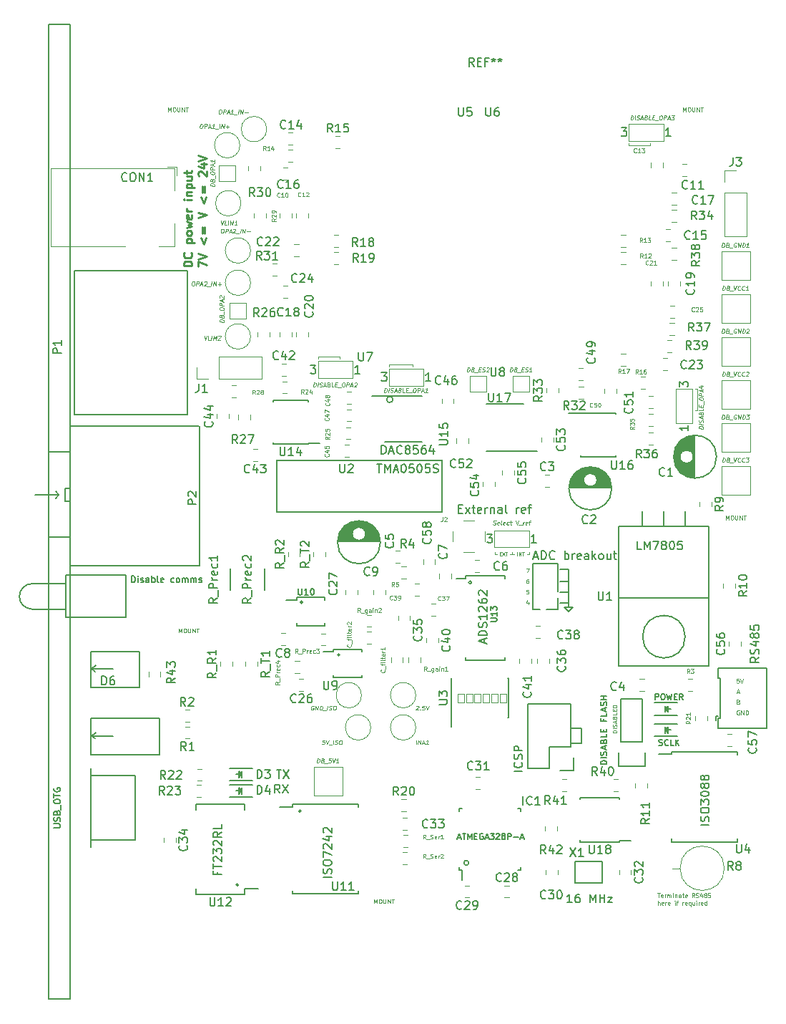
<source format=gto>
G04 #@! TF.GenerationSoftware,KiCad,Pcbnew,(5.1.0)-1*
G04 #@! TF.CreationDate,2019-10-16T17:24:08+01:00*
G04 #@! TF.ProjectId,TempCtrl,54656d70-4374-4726-9c2e-6b696361645f,v4.3D*
G04 #@! TF.SameCoordinates,Original*
G04 #@! TF.FileFunction,Legend,Top*
G04 #@! TF.FilePolarity,Positive*
%FSLAX46Y46*%
G04 Gerber Fmt 4.6, Leading zero omitted, Abs format (unit mm)*
G04 Created by KiCad (PCBNEW (5.1.0)-1) date 2019-10-16 17:24:08*
%MOMM*%
%LPD*%
G04 APERTURE LIST*
%ADD10C,0.125000*%
%ADD11C,0.200000*%
%ADD12C,0.150000*%
%ADD13C,0.187500*%
%ADD14C,0.250000*%
%ADD15C,0.120000*%
%ADD16C,0.100000*%
%ADD17C,0.070000*%
%ADD18C,0.127000*%
G04 APERTURE END LIST*
D10*
X232030869Y-130098690D02*
X232316583Y-130098690D01*
X232173726Y-130598690D02*
X232173726Y-130098690D01*
X232673726Y-130574880D02*
X232626107Y-130598690D01*
X232530869Y-130598690D01*
X232483250Y-130574880D01*
X232459440Y-130527261D01*
X232459440Y-130336785D01*
X232483250Y-130289166D01*
X232530869Y-130265357D01*
X232626107Y-130265357D01*
X232673726Y-130289166D01*
X232697535Y-130336785D01*
X232697535Y-130384404D01*
X232459440Y-130432023D01*
X232911821Y-130598690D02*
X232911821Y-130265357D01*
X232911821Y-130360595D02*
X232935630Y-130312976D01*
X232959440Y-130289166D01*
X233007059Y-130265357D01*
X233054678Y-130265357D01*
X233221345Y-130598690D02*
X233221345Y-130265357D01*
X233221345Y-130312976D02*
X233245154Y-130289166D01*
X233292773Y-130265357D01*
X233364202Y-130265357D01*
X233411821Y-130289166D01*
X233435630Y-130336785D01*
X233435630Y-130598690D01*
X233435630Y-130336785D02*
X233459440Y-130289166D01*
X233507059Y-130265357D01*
X233578488Y-130265357D01*
X233626107Y-130289166D01*
X233649916Y-130336785D01*
X233649916Y-130598690D01*
X233888011Y-130598690D02*
X233888011Y-130265357D01*
X233888011Y-130098690D02*
X233864202Y-130122500D01*
X233888011Y-130146309D01*
X233911821Y-130122500D01*
X233888011Y-130098690D01*
X233888011Y-130146309D01*
X234126107Y-130265357D02*
X234126107Y-130598690D01*
X234126107Y-130312976D02*
X234149916Y-130289166D01*
X234197535Y-130265357D01*
X234268964Y-130265357D01*
X234316583Y-130289166D01*
X234340392Y-130336785D01*
X234340392Y-130598690D01*
X234792773Y-130598690D02*
X234792773Y-130336785D01*
X234768964Y-130289166D01*
X234721345Y-130265357D01*
X234626107Y-130265357D01*
X234578488Y-130289166D01*
X234792773Y-130574880D02*
X234745154Y-130598690D01*
X234626107Y-130598690D01*
X234578488Y-130574880D01*
X234554678Y-130527261D01*
X234554678Y-130479642D01*
X234578488Y-130432023D01*
X234626107Y-130408214D01*
X234745154Y-130408214D01*
X234792773Y-130384404D01*
X234959440Y-130265357D02*
X235149916Y-130265357D01*
X235030869Y-130098690D02*
X235030869Y-130527261D01*
X235054678Y-130574880D01*
X235102297Y-130598690D01*
X235149916Y-130598690D01*
X235507059Y-130574880D02*
X235459440Y-130598690D01*
X235364202Y-130598690D01*
X235316583Y-130574880D01*
X235292773Y-130527261D01*
X235292773Y-130336785D01*
X235316583Y-130289166D01*
X235364202Y-130265357D01*
X235459440Y-130265357D01*
X235507059Y-130289166D01*
X235530869Y-130336785D01*
X235530869Y-130384404D01*
X235292773Y-130432023D01*
X236411821Y-130598690D02*
X236245154Y-130360595D01*
X236126107Y-130598690D02*
X236126107Y-130098690D01*
X236316583Y-130098690D01*
X236364202Y-130122500D01*
X236388011Y-130146309D01*
X236411821Y-130193928D01*
X236411821Y-130265357D01*
X236388011Y-130312976D01*
X236364202Y-130336785D01*
X236316583Y-130360595D01*
X236126107Y-130360595D01*
X236602297Y-130574880D02*
X236673726Y-130598690D01*
X236792773Y-130598690D01*
X236840392Y-130574880D01*
X236864202Y-130551071D01*
X236888011Y-130503452D01*
X236888011Y-130455833D01*
X236864202Y-130408214D01*
X236840392Y-130384404D01*
X236792773Y-130360595D01*
X236697535Y-130336785D01*
X236649916Y-130312976D01*
X236626107Y-130289166D01*
X236602297Y-130241547D01*
X236602297Y-130193928D01*
X236626107Y-130146309D01*
X236649916Y-130122500D01*
X236697535Y-130098690D01*
X236816583Y-130098690D01*
X236888011Y-130122500D01*
X237316583Y-130265357D02*
X237316583Y-130598690D01*
X237197535Y-130074880D02*
X237078488Y-130432023D01*
X237388011Y-130432023D01*
X237649916Y-130312976D02*
X237602297Y-130289166D01*
X237578488Y-130265357D01*
X237554678Y-130217738D01*
X237554678Y-130193928D01*
X237578488Y-130146309D01*
X237602297Y-130122500D01*
X237649916Y-130098690D01*
X237745154Y-130098690D01*
X237792773Y-130122500D01*
X237816583Y-130146309D01*
X237840392Y-130193928D01*
X237840392Y-130217738D01*
X237816583Y-130265357D01*
X237792773Y-130289166D01*
X237745154Y-130312976D01*
X237649916Y-130312976D01*
X237602297Y-130336785D01*
X237578488Y-130360595D01*
X237554678Y-130408214D01*
X237554678Y-130503452D01*
X237578488Y-130551071D01*
X237602297Y-130574880D01*
X237649916Y-130598690D01*
X237745154Y-130598690D01*
X237792773Y-130574880D01*
X237816583Y-130551071D01*
X237840392Y-130503452D01*
X237840392Y-130408214D01*
X237816583Y-130360595D01*
X237792773Y-130336785D01*
X237745154Y-130312976D01*
X238292773Y-130098690D02*
X238054678Y-130098690D01*
X238030869Y-130336785D01*
X238054678Y-130312976D01*
X238102297Y-130289166D01*
X238221345Y-130289166D01*
X238268964Y-130312976D01*
X238292773Y-130336785D01*
X238316583Y-130384404D01*
X238316583Y-130503452D01*
X238292773Y-130551071D01*
X238268964Y-130574880D01*
X238221345Y-130598690D01*
X238102297Y-130598690D01*
X238054678Y-130574880D01*
X238030869Y-130551071D01*
X232102297Y-131473690D02*
X232102297Y-130973690D01*
X232316583Y-131473690D02*
X232316583Y-131211785D01*
X232292773Y-131164166D01*
X232245154Y-131140357D01*
X232173726Y-131140357D01*
X232126107Y-131164166D01*
X232102297Y-131187976D01*
X232745154Y-131449880D02*
X232697535Y-131473690D01*
X232602297Y-131473690D01*
X232554678Y-131449880D01*
X232530869Y-131402261D01*
X232530869Y-131211785D01*
X232554678Y-131164166D01*
X232602297Y-131140357D01*
X232697535Y-131140357D01*
X232745154Y-131164166D01*
X232768964Y-131211785D01*
X232768964Y-131259404D01*
X232530869Y-131307023D01*
X232983250Y-131473690D02*
X232983250Y-131140357D01*
X232983250Y-131235595D02*
X233007059Y-131187976D01*
X233030869Y-131164166D01*
X233078488Y-131140357D01*
X233126107Y-131140357D01*
X233483250Y-131449880D02*
X233435630Y-131473690D01*
X233340392Y-131473690D01*
X233292773Y-131449880D01*
X233268964Y-131402261D01*
X233268964Y-131211785D01*
X233292773Y-131164166D01*
X233340392Y-131140357D01*
X233435630Y-131140357D01*
X233483250Y-131164166D01*
X233507059Y-131211785D01*
X233507059Y-131259404D01*
X233268964Y-131307023D01*
X234102297Y-131473690D02*
X234102297Y-131140357D01*
X234102297Y-130973690D02*
X234078488Y-130997500D01*
X234102297Y-131021309D01*
X234126107Y-130997500D01*
X234102297Y-130973690D01*
X234102297Y-131021309D01*
X234268964Y-131140357D02*
X234459440Y-131140357D01*
X234340392Y-131473690D02*
X234340392Y-131045119D01*
X234364202Y-130997500D01*
X234411821Y-130973690D01*
X234459440Y-130973690D01*
X235007059Y-131473690D02*
X235007059Y-131140357D01*
X235007059Y-131235595D02*
X235030869Y-131187976D01*
X235054678Y-131164166D01*
X235102297Y-131140357D01*
X235149916Y-131140357D01*
X235507059Y-131449880D02*
X235459440Y-131473690D01*
X235364202Y-131473690D01*
X235316583Y-131449880D01*
X235292773Y-131402261D01*
X235292773Y-131211785D01*
X235316583Y-131164166D01*
X235364202Y-131140357D01*
X235459440Y-131140357D01*
X235507059Y-131164166D01*
X235530869Y-131211785D01*
X235530869Y-131259404D01*
X235292773Y-131307023D01*
X235959440Y-131140357D02*
X235959440Y-131640357D01*
X235959440Y-131449880D02*
X235911821Y-131473690D01*
X235816583Y-131473690D01*
X235768964Y-131449880D01*
X235745154Y-131426071D01*
X235721345Y-131378452D01*
X235721345Y-131235595D01*
X235745154Y-131187976D01*
X235768964Y-131164166D01*
X235816583Y-131140357D01*
X235911821Y-131140357D01*
X235959440Y-131164166D01*
X236411821Y-131140357D02*
X236411821Y-131473690D01*
X236197535Y-131140357D02*
X236197535Y-131402261D01*
X236221345Y-131449880D01*
X236268964Y-131473690D01*
X236340392Y-131473690D01*
X236388011Y-131449880D01*
X236411821Y-131426071D01*
X236649916Y-131473690D02*
X236649916Y-131140357D01*
X236649916Y-130973690D02*
X236626107Y-130997500D01*
X236649916Y-131021309D01*
X236673726Y-130997500D01*
X236649916Y-130973690D01*
X236649916Y-131021309D01*
X236888011Y-131473690D02*
X236888011Y-131140357D01*
X236888011Y-131235595D02*
X236911821Y-131187976D01*
X236935630Y-131164166D01*
X236983250Y-131140357D01*
X237030869Y-131140357D01*
X237388011Y-131449880D02*
X237340392Y-131473690D01*
X237245154Y-131473690D01*
X237197535Y-131449880D01*
X237173726Y-131402261D01*
X237173726Y-131211785D01*
X237197535Y-131164166D01*
X237245154Y-131140357D01*
X237340392Y-131140357D01*
X237388011Y-131164166D01*
X237411821Y-131211785D01*
X237411821Y-131259404D01*
X237173726Y-131307023D01*
X237840392Y-131473690D02*
X237840392Y-130973690D01*
X237840392Y-131449880D02*
X237792773Y-131473690D01*
X237697535Y-131473690D01*
X237649916Y-131449880D01*
X237626107Y-131426071D01*
X237602297Y-131378452D01*
X237602297Y-131235595D01*
X237626107Y-131187976D01*
X237649916Y-131164166D01*
X237697535Y-131140357D01*
X237792773Y-131140357D01*
X237840392Y-131164166D01*
X216757238Y-95650857D02*
X216757238Y-95984190D01*
X216638190Y-95460380D02*
X216519142Y-95817523D01*
X216828666Y-95817523D01*
X216781047Y-94214190D02*
X216542952Y-94214190D01*
X216519142Y-94452285D01*
X216542952Y-94428476D01*
X216590571Y-94404666D01*
X216709619Y-94404666D01*
X216757238Y-94428476D01*
X216781047Y-94452285D01*
X216804857Y-94499904D01*
X216804857Y-94618952D01*
X216781047Y-94666571D01*
X216757238Y-94690380D01*
X216709619Y-94714190D01*
X216590571Y-94714190D01*
X216542952Y-94690380D01*
X216519142Y-94666571D01*
X216757238Y-92944190D02*
X216662000Y-92944190D01*
X216614380Y-92968000D01*
X216590571Y-92991809D01*
X216542952Y-93063238D01*
X216519142Y-93158476D01*
X216519142Y-93348952D01*
X216542952Y-93396571D01*
X216566761Y-93420380D01*
X216614380Y-93444190D01*
X216709619Y-93444190D01*
X216757238Y-93420380D01*
X216781047Y-93396571D01*
X216804857Y-93348952D01*
X216804857Y-93229904D01*
X216781047Y-93182285D01*
X216757238Y-93158476D01*
X216709619Y-93134666D01*
X216614380Y-93134666D01*
X216566761Y-93158476D01*
X216542952Y-93182285D01*
X216519142Y-93229904D01*
X216495333Y-91674190D02*
X216828666Y-91674190D01*
X216614380Y-92174190D01*
D11*
X220472000Y-95758000D02*
X221488000Y-95758000D01*
X220472000Y-94488000D02*
X221488000Y-94488000D01*
X220472000Y-93218000D02*
X221488000Y-93218000D01*
X220472000Y-91821000D02*
X221488000Y-91821000D01*
X221500000Y-96300000D02*
X221500000Y-91900000D01*
X221500000Y-96800000D02*
X221000000Y-96300000D01*
X222000000Y-96300000D02*
X221500000Y-96800000D01*
X221000000Y-96300000D02*
X222000000Y-96300000D01*
D10*
X227226190Y-111130952D02*
X226726190Y-111130952D01*
X226726190Y-111011904D01*
X226750000Y-110940476D01*
X226797619Y-110892857D01*
X226845238Y-110869047D01*
X226940476Y-110845238D01*
X227011904Y-110845238D01*
X227107142Y-110869047D01*
X227154761Y-110892857D01*
X227202380Y-110940476D01*
X227226190Y-111011904D01*
X227226190Y-111130952D01*
X227226190Y-110630952D02*
X226726190Y-110630952D01*
X227202380Y-110416666D02*
X227226190Y-110345238D01*
X227226190Y-110226190D01*
X227202380Y-110178571D01*
X227178571Y-110154761D01*
X227130952Y-110130952D01*
X227083333Y-110130952D01*
X227035714Y-110154761D01*
X227011904Y-110178571D01*
X226988095Y-110226190D01*
X226964285Y-110321428D01*
X226940476Y-110369047D01*
X226916666Y-110392857D01*
X226869047Y-110416666D01*
X226821428Y-110416666D01*
X226773809Y-110392857D01*
X226750000Y-110369047D01*
X226726190Y-110321428D01*
X226726190Y-110202380D01*
X226750000Y-110130952D01*
X227083333Y-109940476D02*
X227083333Y-109702380D01*
X227226190Y-109988095D02*
X226726190Y-109821428D01*
X227226190Y-109654761D01*
X226964285Y-109321428D02*
X226988095Y-109250000D01*
X227011904Y-109226190D01*
X227059523Y-109202380D01*
X227130952Y-109202380D01*
X227178571Y-109226190D01*
X227202380Y-109250000D01*
X227226190Y-109297619D01*
X227226190Y-109488095D01*
X226726190Y-109488095D01*
X226726190Y-109321428D01*
X226750000Y-109273809D01*
X226773809Y-109250000D01*
X226821428Y-109226190D01*
X226869047Y-109226190D01*
X226916666Y-109250000D01*
X226940476Y-109273809D01*
X226964285Y-109321428D01*
X226964285Y-109488095D01*
X227226190Y-108750000D02*
X227226190Y-108988095D01*
X226726190Y-108988095D01*
X226964285Y-108583333D02*
X226964285Y-108416666D01*
X227226190Y-108345238D02*
X227226190Y-108583333D01*
X226726190Y-108583333D01*
X226726190Y-108345238D01*
X227226190Y-108130952D02*
X226726190Y-108130952D01*
X226726190Y-108011904D01*
X226750000Y-107940476D01*
X226797619Y-107892857D01*
X226845238Y-107869047D01*
X226940476Y-107845238D01*
X227011904Y-107845238D01*
X227107142Y-107869047D01*
X227154761Y-107892857D01*
X227202380Y-107940476D01*
X227226190Y-108011904D01*
X227226190Y-108130952D01*
D11*
X223000000Y-112400000D02*
X221800000Y-112400000D01*
X223000000Y-110600000D02*
X223000000Y-112400000D01*
X221800000Y-110600000D02*
X223000000Y-110600000D01*
D12*
X221928571Y-131202380D02*
X221357142Y-131202380D01*
X221642857Y-131202380D02*
X221642857Y-130202380D01*
X221547619Y-130345238D01*
X221452380Y-130440476D01*
X221357142Y-130488095D01*
X222785714Y-130202380D02*
X222595238Y-130202380D01*
X222500000Y-130250000D01*
X222452380Y-130297619D01*
X222357142Y-130440476D01*
X222309523Y-130630952D01*
X222309523Y-131011904D01*
X222357142Y-131107142D01*
X222404761Y-131154761D01*
X222500000Y-131202380D01*
X222690476Y-131202380D01*
X222785714Y-131154761D01*
X222833333Y-131107142D01*
X222880952Y-131011904D01*
X222880952Y-130773809D01*
X222833333Y-130678571D01*
X222785714Y-130630952D01*
X222690476Y-130583333D01*
X222500000Y-130583333D01*
X222404761Y-130630952D01*
X222357142Y-130678571D01*
X222309523Y-130773809D01*
X224071428Y-131202380D02*
X224071428Y-130202380D01*
X224404761Y-130916666D01*
X224738095Y-130202380D01*
X224738095Y-131202380D01*
X225214285Y-131202380D02*
X225214285Y-130202380D01*
X225214285Y-130678571D02*
X225785714Y-130678571D01*
X225785714Y-131202380D02*
X225785714Y-130202380D01*
X226166666Y-130535714D02*
X226690476Y-130535714D01*
X226166666Y-131202380D01*
X226690476Y-131202380D01*
D10*
X241712202Y-108500000D02*
X241664583Y-108476190D01*
X241593154Y-108476190D01*
X241521726Y-108500000D01*
X241474107Y-108547619D01*
X241450297Y-108595238D01*
X241426488Y-108690476D01*
X241426488Y-108761904D01*
X241450297Y-108857142D01*
X241474107Y-108904761D01*
X241521726Y-108952380D01*
X241593154Y-108976190D01*
X241640773Y-108976190D01*
X241712202Y-108952380D01*
X241736011Y-108928571D01*
X241736011Y-108761904D01*
X241640773Y-108761904D01*
X241950297Y-108976190D02*
X241950297Y-108476190D01*
X242236011Y-108976190D01*
X242236011Y-108476190D01*
X242474107Y-108976190D02*
X242474107Y-108476190D01*
X242593154Y-108476190D01*
X242664583Y-108500000D01*
X242712202Y-108547619D01*
X242736011Y-108595238D01*
X242759821Y-108690476D01*
X242759821Y-108761904D01*
X242736011Y-108857142D01*
X242712202Y-108904761D01*
X242664583Y-108952380D01*
X242593154Y-108976190D01*
X242474107Y-108976190D01*
X241426488Y-106333333D02*
X241664583Y-106333333D01*
X241378869Y-106476190D02*
X241545535Y-105976190D01*
X241712202Y-106476190D01*
X241616964Y-107464285D02*
X241688392Y-107488095D01*
X241712202Y-107511904D01*
X241736011Y-107559523D01*
X241736011Y-107630952D01*
X241712202Y-107678571D01*
X241688392Y-107702380D01*
X241640773Y-107726190D01*
X241450297Y-107726190D01*
X241450297Y-107226190D01*
X241616964Y-107226190D01*
X241664583Y-107250000D01*
X241688392Y-107273809D01*
X241712202Y-107321428D01*
X241712202Y-107369047D01*
X241688392Y-107416666D01*
X241664583Y-107440476D01*
X241616964Y-107464285D01*
X241450297Y-107464285D01*
X241688392Y-104726190D02*
X241450297Y-104726190D01*
X241426488Y-104964285D01*
X241450297Y-104940476D01*
X241497916Y-104916666D01*
X241616964Y-104916666D01*
X241664583Y-104940476D01*
X241688392Y-104964285D01*
X241712202Y-105011904D01*
X241712202Y-105130952D01*
X241688392Y-105178571D01*
X241664583Y-105202380D01*
X241616964Y-105226190D01*
X241497916Y-105226190D01*
X241450297Y-105202380D01*
X241426488Y-105178571D01*
X241855059Y-104726190D02*
X242021726Y-105226190D01*
X242188392Y-104726190D01*
D13*
X169800446Y-93339285D02*
X169800446Y-92589285D01*
X169979017Y-92589285D01*
X170086160Y-92625000D01*
X170157589Y-92696428D01*
X170193303Y-92767857D01*
X170229017Y-92910714D01*
X170229017Y-93017857D01*
X170193303Y-93160714D01*
X170157589Y-93232142D01*
X170086160Y-93303571D01*
X169979017Y-93339285D01*
X169800446Y-93339285D01*
X170550446Y-93339285D02*
X170550446Y-92839285D01*
X170550446Y-92589285D02*
X170514732Y-92625000D01*
X170550446Y-92660714D01*
X170586160Y-92625000D01*
X170550446Y-92589285D01*
X170550446Y-92660714D01*
X170871875Y-93303571D02*
X170943303Y-93339285D01*
X171086160Y-93339285D01*
X171157589Y-93303571D01*
X171193303Y-93232142D01*
X171193303Y-93196428D01*
X171157589Y-93125000D01*
X171086160Y-93089285D01*
X170979017Y-93089285D01*
X170907589Y-93053571D01*
X170871875Y-92982142D01*
X170871875Y-92946428D01*
X170907589Y-92875000D01*
X170979017Y-92839285D01*
X171086160Y-92839285D01*
X171157589Y-92875000D01*
X171836160Y-93339285D02*
X171836160Y-92946428D01*
X171800446Y-92875000D01*
X171729017Y-92839285D01*
X171586160Y-92839285D01*
X171514732Y-92875000D01*
X171836160Y-93303571D02*
X171764732Y-93339285D01*
X171586160Y-93339285D01*
X171514732Y-93303571D01*
X171479017Y-93232142D01*
X171479017Y-93160714D01*
X171514732Y-93089285D01*
X171586160Y-93053571D01*
X171764732Y-93053571D01*
X171836160Y-93017857D01*
X172193303Y-93339285D02*
X172193303Y-92589285D01*
X172193303Y-92875000D02*
X172264732Y-92839285D01*
X172407589Y-92839285D01*
X172479017Y-92875000D01*
X172514732Y-92910714D01*
X172550446Y-92982142D01*
X172550446Y-93196428D01*
X172514732Y-93267857D01*
X172479017Y-93303571D01*
X172407589Y-93339285D01*
X172264732Y-93339285D01*
X172193303Y-93303571D01*
X172979017Y-93339285D02*
X172907589Y-93303571D01*
X172871875Y-93232142D01*
X172871875Y-92589285D01*
X173550446Y-93303571D02*
X173479017Y-93339285D01*
X173336160Y-93339285D01*
X173264732Y-93303571D01*
X173229017Y-93232142D01*
X173229017Y-92946428D01*
X173264732Y-92875000D01*
X173336160Y-92839285D01*
X173479017Y-92839285D01*
X173550446Y-92875000D01*
X173586160Y-92946428D01*
X173586160Y-93017857D01*
X173229017Y-93089285D01*
X174800446Y-93303571D02*
X174729017Y-93339285D01*
X174586160Y-93339285D01*
X174514732Y-93303571D01*
X174479017Y-93267857D01*
X174443303Y-93196428D01*
X174443303Y-92982142D01*
X174479017Y-92910714D01*
X174514732Y-92875000D01*
X174586160Y-92839285D01*
X174729017Y-92839285D01*
X174800446Y-92875000D01*
X175229017Y-93339285D02*
X175157589Y-93303571D01*
X175121875Y-93267857D01*
X175086160Y-93196428D01*
X175086160Y-92982142D01*
X175121875Y-92910714D01*
X175157589Y-92875000D01*
X175229017Y-92839285D01*
X175336160Y-92839285D01*
X175407589Y-92875000D01*
X175443303Y-92910714D01*
X175479017Y-92982142D01*
X175479017Y-93196428D01*
X175443303Y-93267857D01*
X175407589Y-93303571D01*
X175336160Y-93339285D01*
X175229017Y-93339285D01*
X175800446Y-93339285D02*
X175800446Y-92839285D01*
X175800446Y-92910714D02*
X175836160Y-92875000D01*
X175907589Y-92839285D01*
X176014732Y-92839285D01*
X176086160Y-92875000D01*
X176121875Y-92946428D01*
X176121875Y-93339285D01*
X176121875Y-92946428D02*
X176157589Y-92875000D01*
X176229017Y-92839285D01*
X176336160Y-92839285D01*
X176407589Y-92875000D01*
X176443303Y-92946428D01*
X176443303Y-93339285D01*
X176800446Y-93339285D02*
X176800446Y-92839285D01*
X176800446Y-92910714D02*
X176836160Y-92875000D01*
X176907589Y-92839285D01*
X177014732Y-92839285D01*
X177086160Y-92875000D01*
X177121875Y-92946428D01*
X177121875Y-93339285D01*
X177121875Y-92946428D02*
X177157589Y-92875000D01*
X177229017Y-92839285D01*
X177336160Y-92839285D01*
X177407589Y-92875000D01*
X177443303Y-92946428D01*
X177443303Y-93339285D01*
X177764732Y-93303571D02*
X177836160Y-93339285D01*
X177979017Y-93339285D01*
X178050446Y-93303571D01*
X178086160Y-93232142D01*
X178086160Y-93196428D01*
X178050446Y-93125000D01*
X177979017Y-93089285D01*
X177871875Y-93089285D01*
X177800446Y-93053571D01*
X177764732Y-92982142D01*
X177764732Y-92946428D01*
X177800446Y-92875000D01*
X177871875Y-92839285D01*
X177979017Y-92839285D01*
X178050446Y-92875000D01*
D11*
X190025421Y-95692000D02*
G75*
G03X190025421Y-95692000I-141421J0D01*
G01*
X194441421Y-101900000D02*
G75*
G03X194441421Y-101900000I-141421J0D01*
G01*
X182441421Y-129100000D02*
G75*
G03X182441421Y-129100000I-141421J0D01*
G01*
X189841421Y-120400000D02*
G75*
G03X189841421Y-120400000I-141421J0D01*
G01*
X209682843Y-126500000D02*
G75*
G03X209682843Y-126500000I-282843J0D01*
G01*
D14*
X176932880Y-55923904D02*
X175932880Y-55923904D01*
X175932880Y-55685809D01*
X175980500Y-55542952D01*
X176075738Y-55447714D01*
X176170976Y-55400095D01*
X176361452Y-55352476D01*
X176504309Y-55352476D01*
X176694785Y-55400095D01*
X176790023Y-55447714D01*
X176885261Y-55542952D01*
X176932880Y-55685809D01*
X176932880Y-55923904D01*
X176837642Y-54352476D02*
X176885261Y-54400095D01*
X176932880Y-54542952D01*
X176932880Y-54638190D01*
X176885261Y-54781047D01*
X176790023Y-54876285D01*
X176694785Y-54923904D01*
X176504309Y-54971523D01*
X176361452Y-54971523D01*
X176170976Y-54923904D01*
X176075738Y-54876285D01*
X175980500Y-54781047D01*
X175932880Y-54638190D01*
X175932880Y-54542952D01*
X175980500Y-54400095D01*
X176028119Y-54352476D01*
X176266214Y-53162000D02*
X177266214Y-53162000D01*
X176313833Y-53162000D02*
X176266214Y-53066761D01*
X176266214Y-52876285D01*
X176313833Y-52781047D01*
X176361452Y-52733428D01*
X176456690Y-52685809D01*
X176742404Y-52685809D01*
X176837642Y-52733428D01*
X176885261Y-52781047D01*
X176932880Y-52876285D01*
X176932880Y-53066761D01*
X176885261Y-53162000D01*
X176932880Y-52114380D02*
X176885261Y-52209619D01*
X176837642Y-52257238D01*
X176742404Y-52304857D01*
X176456690Y-52304857D01*
X176361452Y-52257238D01*
X176313833Y-52209619D01*
X176266214Y-52114380D01*
X176266214Y-51971523D01*
X176313833Y-51876285D01*
X176361452Y-51828666D01*
X176456690Y-51781047D01*
X176742404Y-51781047D01*
X176837642Y-51828666D01*
X176885261Y-51876285D01*
X176932880Y-51971523D01*
X176932880Y-52114380D01*
X176266214Y-51447714D02*
X176932880Y-51257238D01*
X176456690Y-51066761D01*
X176932880Y-50876285D01*
X176266214Y-50685809D01*
X176885261Y-49923904D02*
X176932880Y-50019142D01*
X176932880Y-50209619D01*
X176885261Y-50304857D01*
X176790023Y-50352476D01*
X176409071Y-50352476D01*
X176313833Y-50304857D01*
X176266214Y-50209619D01*
X176266214Y-50019142D01*
X176313833Y-49923904D01*
X176409071Y-49876285D01*
X176504309Y-49876285D01*
X176599547Y-50352476D01*
X176932880Y-49447714D02*
X176266214Y-49447714D01*
X176456690Y-49447714D02*
X176361452Y-49400095D01*
X176313833Y-49352476D01*
X176266214Y-49257238D01*
X176266214Y-49162000D01*
X176932880Y-48066761D02*
X176266214Y-48066761D01*
X175932880Y-48066761D02*
X175980500Y-48114380D01*
X176028119Y-48066761D01*
X175980500Y-48019142D01*
X175932880Y-48066761D01*
X176028119Y-48066761D01*
X176266214Y-47590571D02*
X176932880Y-47590571D01*
X176361452Y-47590571D02*
X176313833Y-47542952D01*
X176266214Y-47447714D01*
X176266214Y-47304857D01*
X176313833Y-47209619D01*
X176409071Y-47162000D01*
X176932880Y-47162000D01*
X176266214Y-46685809D02*
X177266214Y-46685809D01*
X176313833Y-46685809D02*
X176266214Y-46590571D01*
X176266214Y-46400095D01*
X176313833Y-46304857D01*
X176361452Y-46257238D01*
X176456690Y-46209619D01*
X176742404Y-46209619D01*
X176837642Y-46257238D01*
X176885261Y-46304857D01*
X176932880Y-46400095D01*
X176932880Y-46590571D01*
X176885261Y-46685809D01*
X176266214Y-45352476D02*
X176932880Y-45352476D01*
X176266214Y-45781047D02*
X176790023Y-45781047D01*
X176885261Y-45733428D01*
X176932880Y-45638190D01*
X176932880Y-45495333D01*
X176885261Y-45400095D01*
X176837642Y-45352476D01*
X176266214Y-45019142D02*
X176266214Y-44638190D01*
X175932880Y-44876285D02*
X176790023Y-44876285D01*
X176885261Y-44828666D01*
X176932880Y-44733428D01*
X176932880Y-44638190D01*
X177682880Y-56019142D02*
X177682880Y-55352476D01*
X178682880Y-55781047D01*
X177682880Y-55114380D02*
X178682880Y-54781047D01*
X177682880Y-54447714D01*
X178016214Y-52590571D02*
X178301928Y-53352476D01*
X178587642Y-52590571D01*
X178159071Y-52114380D02*
X178159071Y-51352476D01*
X178444785Y-51352476D02*
X178444785Y-52114380D01*
X177682880Y-50257238D02*
X178682880Y-49923904D01*
X177682880Y-49590571D01*
X178016214Y-47733428D02*
X178301928Y-48495333D01*
X178587642Y-47733428D01*
X178159071Y-47257238D02*
X178159071Y-46495333D01*
X178444785Y-46495333D02*
X178444785Y-47257238D01*
X177778119Y-45304857D02*
X177730500Y-45257238D01*
X177682880Y-45162000D01*
X177682880Y-44923904D01*
X177730500Y-44828666D01*
X177778119Y-44781047D01*
X177873357Y-44733428D01*
X177968595Y-44733428D01*
X178111452Y-44781047D01*
X178682880Y-45352476D01*
X178682880Y-44733428D01*
X178016214Y-43876285D02*
X178682880Y-43876285D01*
X177635261Y-44114380D02*
X178349547Y-44352476D01*
X178349547Y-43733428D01*
X177682880Y-43495333D02*
X178682880Y-43162000D01*
X177682880Y-42828666D01*
D15*
X234200000Y-74550000D02*
X234200000Y-70450000D01*
X234200000Y-70450000D02*
X236200000Y-70450000D01*
X236200000Y-70450000D02*
X236200000Y-74550000D01*
X236200000Y-74550000D02*
X234200000Y-74550000D01*
X236470000Y-73008000D02*
X236724000Y-73008000D01*
X236724000Y-73008000D02*
X236724000Y-70468000D01*
X236724000Y-70468000D02*
X236470000Y-70468000D01*
X232750000Y-39132000D02*
X232750000Y-41132000D01*
X228650000Y-39132000D02*
X232750000Y-39132000D01*
X228650000Y-41132000D02*
X228650000Y-39132000D01*
X232750000Y-41132000D02*
X228650000Y-41132000D01*
X231208000Y-41402000D02*
X231208000Y-41656000D01*
X231208000Y-41656000D02*
X228668000Y-41656000D01*
X228668000Y-41656000D02*
X228668000Y-41402000D01*
X195950000Y-69200000D02*
X191850000Y-69200000D01*
X191850000Y-69200000D02*
X191850000Y-67200000D01*
X191850000Y-67200000D02*
X195950000Y-67200000D01*
X195950000Y-67200000D02*
X195950000Y-69200000D01*
X191868000Y-66930000D02*
X191868000Y-66676000D01*
X191868000Y-66676000D02*
X194408000Y-66676000D01*
X194408000Y-66676000D02*
X194408000Y-66930000D01*
X204350000Y-68100000D02*
X204350000Y-70100000D01*
X200250000Y-68100000D02*
X204350000Y-68100000D01*
X200250000Y-70100000D02*
X200250000Y-68100000D01*
X204350000Y-70100000D02*
X200250000Y-70100000D01*
X200268000Y-67830000D02*
X200268000Y-67576000D01*
X200268000Y-67576000D02*
X203062000Y-67576000D01*
X203062000Y-67576000D02*
X203062000Y-67830000D01*
X216850000Y-87200000D02*
X216850000Y-89200000D01*
X212750000Y-87200000D02*
X216850000Y-87200000D01*
X212750000Y-89200000D02*
X212750000Y-87200000D01*
X216850000Y-89200000D02*
X212750000Y-89200000D01*
X216832000Y-89724000D02*
X216832000Y-89978000D01*
X216832000Y-89978000D02*
X216578000Y-89978000D01*
X215054000Y-89978000D02*
X214800000Y-89978000D01*
X214800000Y-89978000D02*
X214800000Y-89724000D01*
X214800000Y-89978000D02*
X214546000Y-89978000D01*
X212768000Y-89724000D02*
X212768000Y-89978000D01*
X212768000Y-89978000D02*
X213022000Y-89978000D01*
X211570000Y-88520000D02*
X211570000Y-87280000D01*
X207830000Y-88520000D02*
X207830000Y-87280000D01*
X210320000Y-86030000D02*
X209080000Y-86030000D01*
X210320000Y-89770000D02*
X209080000Y-89770000D01*
X191340000Y-118540000D02*
X191340000Y-115140000D01*
X194740000Y-118540000D02*
X191340000Y-118540000D01*
X194740000Y-115140000D02*
X194740000Y-118540000D01*
X191340000Y-115140000D02*
X194740000Y-115140000D01*
X239970000Y-44644000D02*
X241300000Y-44644000D01*
X239970000Y-45974000D02*
X239970000Y-44644000D01*
X239970000Y-47244000D02*
X242630000Y-47244000D01*
X242630000Y-47244000D02*
X242630000Y-52384000D01*
X239970000Y-47244000D02*
X239970000Y-52384000D01*
X239970000Y-52384000D02*
X242630000Y-52384000D01*
X177486000Y-69275000D02*
X177486000Y-67945000D01*
X178816000Y-69275000D02*
X177486000Y-69275000D01*
X180086000Y-69275000D02*
X180086000Y-66615000D01*
X180086000Y-66615000D02*
X185226000Y-66615000D01*
X180086000Y-69275000D02*
X185226000Y-69275000D01*
X185226000Y-69275000D02*
X185226000Y-66615000D01*
X180152000Y-45908000D02*
X180152000Y-44008000D01*
X182052000Y-45908000D02*
X180152000Y-45908000D01*
X182052000Y-44008000D02*
X182052000Y-45908000D01*
X180152000Y-44008000D02*
X182052000Y-44008000D01*
X209870000Y-70800000D02*
X209870000Y-68900000D01*
X211770000Y-70800000D02*
X209870000Y-70800000D01*
X211770000Y-68900000D02*
X211770000Y-70800000D01*
X209870000Y-68900000D02*
X211770000Y-68900000D01*
X181422000Y-62164000D02*
X181422000Y-60264000D01*
X183322000Y-62164000D02*
X181422000Y-62164000D01*
X183322000Y-60264000D02*
X183322000Y-62164000D01*
X181422000Y-60264000D02*
X183322000Y-60264000D01*
X214950000Y-70800000D02*
X214950000Y-68900000D01*
X216850000Y-70800000D02*
X214950000Y-70800000D01*
X216850000Y-68900000D02*
X216850000Y-70800000D01*
X214950000Y-68900000D02*
X216850000Y-68900000D01*
X239600000Y-82980000D02*
X239600000Y-79580000D01*
X243000000Y-82980000D02*
X239600000Y-82980000D01*
X243000000Y-79580000D02*
X243000000Y-82980000D01*
X239600000Y-79580000D02*
X243000000Y-79580000D01*
X239600000Y-72820000D02*
X239600000Y-69420000D01*
X243000000Y-72820000D02*
X239600000Y-72820000D01*
X243000000Y-69420000D02*
X243000000Y-72820000D01*
X239600000Y-69420000D02*
X243000000Y-69420000D01*
X239600000Y-62660000D02*
X239600000Y-59260000D01*
X243000000Y-62660000D02*
X239600000Y-62660000D01*
X243000000Y-59260000D02*
X243000000Y-62660000D01*
X239600000Y-59260000D02*
X243000000Y-59260000D01*
X239600000Y-77900000D02*
X239600000Y-74500000D01*
X243000000Y-77900000D02*
X239600000Y-77900000D01*
X243000000Y-74500000D02*
X243000000Y-77900000D01*
X239600000Y-74500000D02*
X243000000Y-74500000D01*
X239600000Y-67740000D02*
X239600000Y-64340000D01*
X243000000Y-67740000D02*
X239600000Y-67740000D01*
X243000000Y-64340000D02*
X243000000Y-67740000D01*
X239600000Y-64340000D02*
X243000000Y-64340000D01*
X239600000Y-57580000D02*
X239600000Y-54180000D01*
X243000000Y-57580000D02*
X239600000Y-57580000D01*
X243000000Y-54180000D02*
X243000000Y-57580000D01*
X239600000Y-54180000D02*
X243000000Y-54180000D01*
D12*
X165025400Y-103582800D02*
X165558800Y-103176400D01*
X165000000Y-105800000D02*
X170715000Y-105800000D01*
X170715000Y-101500000D02*
X170715000Y-105800000D01*
X165000000Y-101500000D02*
X170715000Y-101500000D01*
X165000000Y-101500000D02*
X165000000Y-105800000D01*
X167616200Y-103582800D02*
X165025400Y-103582800D01*
X165025400Y-103582800D02*
X165482600Y-103913000D01*
D15*
X209131000Y-106492000D02*
X209131000Y-107508000D01*
X208369000Y-107508000D02*
X208369000Y-106492000D01*
X208369000Y-106492000D02*
X209131000Y-106492000D01*
X209131000Y-107508000D02*
X208369000Y-107508000D01*
X210181000Y-106492000D02*
X210181000Y-107508000D01*
X209419000Y-107508000D02*
X209419000Y-106492000D01*
X209419000Y-106492000D02*
X210181000Y-106492000D01*
X210181000Y-107508000D02*
X209419000Y-107508000D01*
X214131000Y-106492000D02*
X214131000Y-107508000D01*
X213369000Y-107508000D02*
X213369000Y-106492000D01*
X213369000Y-106492000D02*
X214131000Y-106492000D01*
X214131000Y-107508000D02*
X213369000Y-107508000D01*
X212131000Y-106492000D02*
X212131000Y-107508000D01*
X211369000Y-107508000D02*
X211369000Y-106492000D01*
X211369000Y-106492000D02*
X212131000Y-106492000D01*
X212131000Y-107508000D02*
X211369000Y-107508000D01*
X213131000Y-106492000D02*
X213131000Y-107508000D01*
X212369000Y-107508000D02*
X212369000Y-106492000D01*
X212369000Y-106492000D02*
X213131000Y-106492000D01*
X213131000Y-107508000D02*
X212369000Y-107508000D01*
X211131000Y-106492000D02*
X211131000Y-107508000D01*
X210369000Y-107508000D02*
X210369000Y-106492000D01*
X210369000Y-106492000D02*
X211131000Y-106492000D01*
X211131000Y-107508000D02*
X210369000Y-107508000D01*
X201859248Y-126694000D02*
X202381752Y-126694000D01*
X201859248Y-125274000D02*
X202381752Y-125274000D01*
X202461252Y-123242000D02*
X201938748Y-123242000D01*
X202461252Y-124662000D02*
X201938748Y-124662000D01*
X197638748Y-98610000D02*
X198161252Y-98610000D01*
X197638748Y-97190000D02*
X198161252Y-97190000D01*
X204010000Y-102761252D02*
X204010000Y-102238748D01*
X202590000Y-102761252D02*
X202590000Y-102238748D01*
X233164748Y-66115000D02*
X233687252Y-66115000D01*
X233164748Y-64695000D02*
X233687252Y-64695000D01*
X233738748Y-55210000D02*
X234261252Y-55210000D01*
X233738748Y-53790000D02*
X234261252Y-53790000D01*
X233488748Y-64083000D02*
X234011252Y-64083000D01*
X233488748Y-62663000D02*
X234011252Y-62663000D01*
X231011748Y-77072000D02*
X231534252Y-77072000D01*
X231011748Y-75652000D02*
X231534252Y-75652000D01*
X230961748Y-74872000D02*
X231484252Y-74872000D01*
X230961748Y-73452000D02*
X231484252Y-73452000D01*
X233738748Y-50710000D02*
X234261252Y-50710000D01*
X233738748Y-49290000D02*
X234261252Y-49290000D01*
X220310000Y-70911252D02*
X220310000Y-70388748D01*
X218890000Y-70911252D02*
X218890000Y-70388748D01*
X222738748Y-71610000D02*
X223261252Y-71610000D01*
X222738748Y-70190000D02*
X223261252Y-70190000D01*
X186951252Y-55678000D02*
X186428748Y-55678000D01*
X186951252Y-57098000D02*
X186428748Y-57098000D01*
X183590000Y-44138748D02*
X183590000Y-44661252D01*
X185010000Y-44138748D02*
X185010000Y-44661252D01*
X184290000Y-49738748D02*
X184290000Y-50261252D01*
X185710000Y-49738748D02*
X185710000Y-50261252D01*
X181638748Y-71449000D02*
X182161252Y-71449000D01*
X181638748Y-70029000D02*
X182161252Y-70029000D01*
X183810000Y-74061252D02*
X183810000Y-73538748D01*
X182390000Y-74061252D02*
X182390000Y-73538748D01*
X184710000Y-63738748D02*
X184710000Y-64261252D01*
X186130000Y-63738748D02*
X186130000Y-64261252D01*
X195038748Y-78510000D02*
X195561252Y-78510000D01*
X195038748Y-77090000D02*
X195561252Y-77090000D01*
X187638748Y-71010000D02*
X188161252Y-71010000D01*
X187638748Y-69590000D02*
X188161252Y-69590000D01*
X178011252Y-117290000D02*
X177488748Y-117290000D01*
X178011252Y-118710000D02*
X177488748Y-118710000D01*
X178061252Y-115390000D02*
X177538748Y-115390000D01*
X178061252Y-116810000D02*
X177538748Y-116810000D01*
X237910000Y-109661252D02*
X237910000Y-109138748D01*
X236490000Y-109661252D02*
X236490000Y-109138748D01*
X201738748Y-120410000D02*
X202261252Y-120410000D01*
X201738748Y-118990000D02*
X202261252Y-118990000D01*
X193738748Y-55710000D02*
X194261252Y-55710000D01*
X193738748Y-54290000D02*
X194261252Y-54290000D01*
X194261252Y-52290000D02*
X193738748Y-52290000D01*
X194261252Y-53710000D02*
X193738748Y-53710000D01*
X228261252Y-66290000D02*
X227738748Y-66290000D01*
X228261252Y-67710000D02*
X227738748Y-67710000D01*
X230561252Y-69013000D02*
X230038748Y-69013000D01*
X230561252Y-70433000D02*
X230038748Y-70433000D01*
X193938748Y-42010000D02*
X194461252Y-42010000D01*
X193938748Y-40590000D02*
X194461252Y-40590000D01*
X188338748Y-43610000D02*
X188861252Y-43610000D01*
X188338748Y-42190000D02*
X188861252Y-42190000D01*
X228261252Y-52290000D02*
X227738748Y-52290000D01*
X228261252Y-53710000D02*
X227738748Y-53710000D01*
X227738748Y-55710000D02*
X228261252Y-55710000D01*
X227738748Y-54290000D02*
X228261252Y-54290000D01*
X239828000Y-93464748D02*
X239828000Y-93987252D01*
X241248000Y-93464748D02*
X241248000Y-93987252D01*
X237034000Y-83812748D02*
X237034000Y-84335252D01*
X238454000Y-83812748D02*
X238454000Y-84335252D01*
X234716000Y-127146000D02*
X233756000Y-127146000D01*
X239956000Y-127146000D02*
G75*
G03X239956000Y-127146000I-2620000J0D01*
G01*
X189653252Y-102644000D02*
X189130748Y-102644000D01*
X189653252Y-104064000D02*
X189130748Y-104064000D01*
X192761252Y-99390000D02*
X192238748Y-99390000D01*
X192761252Y-100810000D02*
X192238748Y-100810000D01*
X202261252Y-91490000D02*
X201738748Y-91490000D01*
X202261252Y-92910000D02*
X201738748Y-92910000D01*
X201561252Y-89590000D02*
X201038748Y-89590000D01*
X201561252Y-91010000D02*
X201038748Y-91010000D01*
X235638748Y-106210000D02*
X236161252Y-106210000D01*
X235638748Y-104790000D02*
X236161252Y-104790000D01*
X176661252Y-108390000D02*
X176138748Y-108390000D01*
X176661252Y-109810000D02*
X176138748Y-109810000D01*
X176661252Y-110390000D02*
X176138748Y-110390000D01*
X176661252Y-111810000D02*
X176138748Y-111810000D01*
X221241252Y-116638000D02*
X220718748Y-116638000D01*
X221241252Y-118058000D02*
X220718748Y-118058000D01*
X218746000Y-122166748D02*
X218746000Y-122689252D01*
X220166000Y-122166748D02*
X220166000Y-122689252D01*
X229414000Y-117086748D02*
X229414000Y-117609252D01*
X230834000Y-117086748D02*
X230834000Y-117609252D01*
X226814748Y-118058000D02*
X227337252Y-118058000D01*
X226814748Y-116638000D02*
X227337252Y-116638000D01*
X182602000Y-41656000D02*
G75*
G03X182602000Y-41656000I-1500000J0D01*
G01*
X185777000Y-39751000D02*
G75*
G03X185777000Y-39751000I-1500000J0D01*
G01*
X182729000Y-48514000D02*
G75*
G03X182729000Y-48514000I-1500000J0D01*
G01*
X183872000Y-57912000D02*
G75*
G03X183872000Y-57912000I-1500000J0D01*
G01*
X183872000Y-54102000D02*
G75*
G03X183872000Y-54102000I-1500000J0D01*
G01*
X183872000Y-64262000D02*
G75*
G03X183872000Y-64262000I-1500000J0D01*
G01*
D12*
X221591000Y-82155000D02*
X226589000Y-82155000D01*
X221599000Y-82015000D02*
X223936000Y-82015000D01*
X224244000Y-82015000D02*
X226581000Y-82015000D01*
X221615000Y-81875000D02*
X223617000Y-81875000D01*
X224563000Y-81875000D02*
X226565000Y-81875000D01*
X221639000Y-81735000D02*
X223470000Y-81735000D01*
X224710000Y-81735000D02*
X226541000Y-81735000D01*
X221672000Y-81595000D02*
X223378000Y-81595000D01*
X224802000Y-81595000D02*
X226508000Y-81595000D01*
X221713000Y-81455000D02*
X223322000Y-81455000D01*
X224858000Y-81455000D02*
X226467000Y-81455000D01*
X221763000Y-81315000D02*
X223295000Y-81315000D01*
X224885000Y-81315000D02*
X226417000Y-81315000D01*
X221824000Y-81175000D02*
X223292000Y-81175000D01*
X224888000Y-81175000D02*
X226356000Y-81175000D01*
X221894000Y-81035000D02*
X223314000Y-81035000D01*
X224866000Y-81035000D02*
X226286000Y-81035000D01*
X221976000Y-80895000D02*
X223364000Y-80895000D01*
X224816000Y-80895000D02*
X226204000Y-80895000D01*
X222071000Y-80755000D02*
X223446000Y-80755000D01*
X224734000Y-80755000D02*
X226109000Y-80755000D01*
X222182000Y-80615000D02*
X223578000Y-80615000D01*
X224602000Y-80615000D02*
X225998000Y-80615000D01*
X222310000Y-80475000D02*
X223825000Y-80475000D01*
X224355000Y-80475000D02*
X225870000Y-80475000D01*
X222459000Y-80335000D02*
X225721000Y-80335000D01*
X222638000Y-80195000D02*
X225542000Y-80195000D01*
X222857000Y-80055000D02*
X225323000Y-80055000D01*
X223146000Y-79915000D02*
X225034000Y-79915000D01*
X223618000Y-79775000D02*
X224562000Y-79775000D01*
X224890000Y-81230000D02*
G75*
G03X224890000Y-81230000I-800000J0D01*
G01*
X226627500Y-82230000D02*
G75*
G03X226627500Y-82230000I-2537500J0D01*
G01*
X210034405Y-93345000D02*
G75*
G03X210034405Y-93345000I-179605J0D01*
G01*
X209307800Y-92561000D02*
X209307800Y-92886000D01*
X213957800Y-92561000D02*
X213957800Y-92886000D01*
X213957800Y-102511000D02*
X213957800Y-102186000D01*
X209307800Y-102511000D02*
X209307800Y-102186000D01*
X209307800Y-92561000D02*
X213957800Y-92561000D01*
X209307800Y-102511000D02*
X213957800Y-102511000D01*
X209307800Y-92886000D02*
X208232800Y-92886000D01*
X200708210Y-71714000D02*
G75*
G03X200708210Y-71714000I-359210J0D01*
G01*
X199800000Y-76725000D02*
X204200000Y-76725000D01*
X198225000Y-71275000D02*
X204200000Y-71275000D01*
X193693000Y-101269000D02*
X193693000Y-101569000D01*
X197043000Y-101269000D02*
X197043000Y-101569000D01*
X197043000Y-104619000D02*
X197043000Y-104319000D01*
X193693000Y-104619000D02*
X193693000Y-104319000D01*
X193693000Y-101269000D02*
X197043000Y-101269000D01*
X193693000Y-104619000D02*
X197043000Y-104619000D01*
X193693000Y-101569000D02*
X192468000Y-101569000D01*
X189309000Y-95117000D02*
X189309000Y-95417000D01*
X192659000Y-95117000D02*
X192659000Y-95417000D01*
X192659000Y-98467000D02*
X192659000Y-98167000D01*
X189309000Y-98467000D02*
X189309000Y-98167000D01*
X189309000Y-95117000D02*
X192659000Y-95117000D01*
X189309000Y-98467000D02*
X192659000Y-98467000D01*
X189309000Y-95417000D02*
X188084000Y-95417000D01*
X206540000Y-78904000D02*
X186982000Y-78904000D01*
X186982000Y-85000000D02*
X206540000Y-85000000D01*
X206500000Y-84974000D02*
X206500000Y-78874000D01*
X187000000Y-84974000D02*
X187000000Y-78874000D01*
X165025400Y-111482800D02*
X165482600Y-111813000D01*
X167616200Y-111482800D02*
X165025400Y-111482800D01*
X165025400Y-111482800D02*
X165558800Y-111076400D01*
X165000000Y-109400000D02*
X165000000Y-113700000D01*
X165000000Y-109400000D02*
X173130000Y-109400000D01*
X165000000Y-113700000D02*
X173130000Y-113700000D01*
X173130000Y-109400000D02*
X173130000Y-113700000D01*
X184100000Y-117250000D02*
X181400000Y-117250000D01*
X184100000Y-118750000D02*
X181400000Y-118750000D01*
X182600000Y-117850000D02*
X182600000Y-118100000D01*
X182600000Y-118100000D02*
X182750000Y-117950000D01*
X182850000Y-118350000D02*
X182850000Y-117650000D01*
X182500000Y-118000000D02*
X182150000Y-118000000D01*
X182850000Y-118000000D02*
X182500000Y-118350000D01*
X182500000Y-118350000D02*
X182500000Y-117650000D01*
X182500000Y-117650000D02*
X182850000Y-118000000D01*
X184100000Y-115300000D02*
X181400000Y-115300000D01*
X184100000Y-116800000D02*
X181400000Y-116800000D01*
X182600000Y-115900000D02*
X182600000Y-116150000D01*
X182600000Y-116150000D02*
X182750000Y-116000000D01*
X182850000Y-116400000D02*
X182850000Y-115700000D01*
X182500000Y-116050000D02*
X182150000Y-116050000D01*
X182850000Y-116050000D02*
X182500000Y-116400000D01*
X182500000Y-116400000D02*
X182500000Y-115700000D01*
X182500000Y-115700000D02*
X182850000Y-116050000D01*
X208575000Y-127325000D02*
X208875000Y-127325000D01*
X208575000Y-120075000D02*
X208875000Y-120075000D01*
X215825000Y-120075000D02*
X215525000Y-120075000D01*
X215825000Y-127325000D02*
X215525000Y-127325000D01*
X208575000Y-127325000D02*
X208575000Y-127025000D01*
X215825000Y-127325000D02*
X215825000Y-127025000D01*
X215825000Y-120075000D02*
X215825000Y-120375000D01*
X208575000Y-120075000D02*
X208575000Y-120375000D01*
X208875000Y-127325000D02*
X208875000Y-128550000D01*
X221810000Y-112770000D02*
X221810000Y-107690000D01*
X222090000Y-115590000D02*
X220540000Y-115590000D01*
X219270000Y-115310000D02*
X219270000Y-112770000D01*
X219270000Y-112770000D02*
X221810000Y-112770000D01*
X221810000Y-107690000D02*
X216730000Y-107690000D01*
X216730000Y-107690000D02*
X216730000Y-112770000D01*
X222090000Y-115590000D02*
X222090000Y-114040000D01*
X216730000Y-115310000D02*
X219270000Y-115310000D01*
X216730000Y-112770000D02*
X216730000Y-115310000D01*
X188875000Y-119530000D02*
X188875000Y-119885000D01*
X196625000Y-119530000D02*
X196625000Y-119885000D01*
X196625000Y-130180000D02*
X196625000Y-129825000D01*
X188875000Y-130180000D02*
X188875000Y-129825000D01*
X188875000Y-119530000D02*
X196625000Y-119530000D01*
X188875000Y-130180000D02*
X196625000Y-130180000D01*
X188875000Y-119885000D02*
X187350000Y-119885000D01*
X183175000Y-130225000D02*
X183175000Y-129575000D01*
X177425000Y-130225000D02*
X177425000Y-129575000D01*
X177425000Y-119575000D02*
X177425000Y-120225000D01*
X183175000Y-119575000D02*
X183175000Y-120225000D01*
X183175000Y-130225000D02*
X177425000Y-130225000D01*
X183175000Y-119575000D02*
X177425000Y-119575000D01*
X183175000Y-129575000D02*
X184775000Y-129575000D01*
X170200000Y-123800000D02*
X165000000Y-123800000D01*
X165000000Y-116200000D02*
X170200000Y-116200000D01*
X170200000Y-116200000D02*
X170200000Y-123800000D01*
X165000000Y-124675000D02*
X165000000Y-115325000D01*
X235314472Y-99764000D02*
G75*
G03X235314472Y-99764000I-2514472J0D01*
G01*
X235340000Y-86683000D02*
X235340000Y-84905000D01*
X232800000Y-86683000D02*
X232800000Y-84905000D01*
X230260000Y-86683000D02*
X230260000Y-84905000D01*
X227466000Y-95192000D02*
X227466000Y-103193000D01*
X227466000Y-103193000D02*
X238134000Y-103193000D01*
X238134000Y-103193000D02*
X238134000Y-95192000D01*
X227466000Y-86683000D02*
X227466000Y-95192000D01*
X227466000Y-95192000D02*
X238134000Y-95192000D01*
X238134000Y-95192000D02*
X238134000Y-86683000D01*
X232800000Y-86683000D02*
X238134000Y-86683000D01*
X232800000Y-86683000D02*
X227466000Y-86683000D01*
X207625000Y-109325000D02*
X207650000Y-109325000D01*
X207625000Y-104675000D02*
X207650000Y-104675000D01*
X214375000Y-104675000D02*
X214350000Y-104675000D01*
X214375000Y-109325000D02*
X214350000Y-109325000D01*
X207625000Y-109325000D02*
X207625000Y-104675000D01*
X214375000Y-109325000D02*
X214375000Y-104675000D01*
X207650000Y-109325000D02*
X207650000Y-110400000D01*
X216200000Y-72275000D02*
X211800000Y-72275000D01*
X217775000Y-77800000D02*
X211800000Y-77800000D01*
X190675000Y-76975000D02*
X190675000Y-76925000D01*
X186525000Y-76975000D02*
X186525000Y-76830000D01*
X186525000Y-71825000D02*
X186525000Y-71970000D01*
X190675000Y-71825000D02*
X190675000Y-71970000D01*
X190675000Y-76975000D02*
X186525000Y-76975000D01*
X190675000Y-71825000D02*
X186525000Y-71825000D01*
X190675000Y-76925000D02*
X192075000Y-76925000D01*
X222925000Y-73314000D02*
X222925000Y-73364000D01*
X227075000Y-73314000D02*
X227075000Y-73459000D01*
X227075000Y-78464000D02*
X227075000Y-78319000D01*
X222925000Y-78464000D02*
X222925000Y-78319000D01*
X222925000Y-73314000D02*
X227075000Y-73314000D01*
X222925000Y-78464000D02*
X227075000Y-78464000D01*
X222925000Y-73364000D02*
X221525000Y-73364000D01*
X239250000Y-109150000D02*
X238950000Y-109150000D01*
X238950000Y-109150000D02*
X238950000Y-109650000D01*
X239500000Y-107025000D02*
X239500000Y-109400000D01*
X239500000Y-109400000D02*
X239200000Y-109400000D01*
X239200000Y-109400000D02*
X239200000Y-110550000D01*
X239200000Y-110550000D02*
X245000000Y-110550000D01*
X245000000Y-110550000D02*
X245000000Y-107025000D01*
X239500000Y-107025000D02*
X239500000Y-104650000D01*
X239500000Y-104650000D02*
X239200000Y-104650000D01*
X239200000Y-104650000D02*
X239200000Y-103500000D01*
X239200000Y-103500000D02*
X245000000Y-103500000D01*
X245000000Y-103500000D02*
X245000000Y-107025000D01*
X231700000Y-111550000D02*
X234400000Y-111550000D01*
X231700000Y-110050000D02*
X234400000Y-110050000D01*
X233200000Y-110950000D02*
X233200000Y-110700000D01*
X233200000Y-110700000D02*
X233050000Y-110850000D01*
X232950000Y-110450000D02*
X232950000Y-111150000D01*
X233300000Y-110800000D02*
X233650000Y-110800000D01*
X232950000Y-110800000D02*
X233300000Y-110450000D01*
X233300000Y-110450000D02*
X233300000Y-111150000D01*
X233300000Y-111150000D02*
X232950000Y-110800000D01*
X231700000Y-109050000D02*
X234400000Y-109050000D01*
X231700000Y-107550000D02*
X234400000Y-107550000D01*
X233200000Y-108450000D02*
X233200000Y-108200000D01*
X233200000Y-108200000D02*
X233050000Y-108350000D01*
X232950000Y-107950000D02*
X232950000Y-108650000D01*
X233300000Y-108300000D02*
X233650000Y-108300000D01*
X232950000Y-108300000D02*
X233300000Y-107950000D01*
X233300000Y-107950000D02*
X233300000Y-108650000D01*
X233300000Y-108650000D02*
X232950000Y-108300000D01*
X230270000Y-112230000D02*
X230270000Y-107150000D01*
X230270000Y-107150000D02*
X227730000Y-107150000D01*
X227730000Y-107150000D02*
X227730000Y-112230000D01*
X227450000Y-115050000D02*
X227450000Y-113500000D01*
X227730000Y-112230000D02*
X230270000Y-112230000D01*
X230550000Y-113500000D02*
X230550000Y-115050000D01*
X230550000Y-115050000D02*
X227450000Y-115050000D01*
X185500000Y-91730000D02*
X185500000Y-94270000D01*
X181500000Y-91730000D02*
X181500000Y-94270000D01*
X163000000Y-56500000D02*
X176350000Y-56500000D01*
X176350000Y-56500000D02*
X176350000Y-73500000D01*
X176350000Y-73500000D02*
X163000000Y-73500000D01*
X163000000Y-73500000D02*
X163000000Y-56500000D01*
X160000000Y-27400000D02*
X162500000Y-27400000D01*
X160000000Y-142600000D02*
X162500000Y-142600000D01*
X160000000Y-142600000D02*
X160000000Y-27400000D01*
X162500000Y-142600000D02*
X162500000Y-27400000D01*
X161180000Y-82990000D02*
X160780000Y-83390000D01*
X161180000Y-82990000D02*
X160780000Y-82590000D01*
X158380000Y-82990000D02*
X161180000Y-82990000D01*
X161880000Y-82590000D02*
X161880000Y-82190000D01*
X161880000Y-82190000D02*
X162480000Y-82190000D01*
X161880000Y-82590000D02*
X161880000Y-83790000D01*
X161880000Y-83790000D02*
X162480000Y-83790000D01*
X162480000Y-87990000D02*
X159980000Y-87990000D01*
X162480000Y-77890000D02*
X159980000Y-77890000D01*
X162500000Y-91380000D02*
X162500000Y-74880000D01*
X177800000Y-74880000D02*
X177800000Y-91380000D01*
X177760000Y-74875000D02*
X162520000Y-74875000D01*
X177760000Y-91385000D02*
X162520000Y-91385000D01*
X233725000Y-113375000D02*
X233725000Y-113650000D01*
X241475000Y-113375000D02*
X241475000Y-113730000D01*
X241475000Y-124025000D02*
X241475000Y-123670000D01*
X233725000Y-124025000D02*
X233725000Y-123670000D01*
X233725000Y-113375000D02*
X241475000Y-113375000D01*
X233725000Y-124025000D02*
X241475000Y-124025000D01*
X233725000Y-113650000D02*
X232200000Y-113650000D01*
X217300000Y-96500000D02*
X218100000Y-96500000D01*
X217300000Y-91100000D02*
X217300000Y-96500000D01*
X217300000Y-91100000D02*
X220250000Y-91100000D01*
X220250000Y-91100000D02*
X220250000Y-94400000D01*
X218900000Y-96500000D02*
X220250000Y-96500000D01*
X220250000Y-96500000D02*
X220250000Y-95200000D01*
X236415000Y-80985000D02*
X236415000Y-75987000D01*
X236275000Y-80977000D02*
X236275000Y-78640000D01*
X236275000Y-78332000D02*
X236275000Y-75995000D01*
X236135000Y-80961000D02*
X236135000Y-78959000D01*
X236135000Y-78013000D02*
X236135000Y-76011000D01*
X235995000Y-80937000D02*
X235995000Y-79106000D01*
X235995000Y-77866000D02*
X235995000Y-76035000D01*
X235855000Y-80904000D02*
X235855000Y-79198000D01*
X235855000Y-77774000D02*
X235855000Y-76068000D01*
X235715000Y-80863000D02*
X235715000Y-79254000D01*
X235715000Y-77718000D02*
X235715000Y-76109000D01*
X235575000Y-80813000D02*
X235575000Y-79281000D01*
X235575000Y-77691000D02*
X235575000Y-76159000D01*
X235435000Y-80752000D02*
X235435000Y-79284000D01*
X235435000Y-77688000D02*
X235435000Y-76220000D01*
X235295000Y-80682000D02*
X235295000Y-79262000D01*
X235295000Y-77710000D02*
X235295000Y-76290000D01*
X235155000Y-80600000D02*
X235155000Y-79212000D01*
X235155000Y-77760000D02*
X235155000Y-76372000D01*
X235015000Y-80505000D02*
X235015000Y-79130000D01*
X235015000Y-77842000D02*
X235015000Y-76467000D01*
X234875000Y-80394000D02*
X234875000Y-78998000D01*
X234875000Y-77974000D02*
X234875000Y-76578000D01*
X234735000Y-80266000D02*
X234735000Y-78751000D01*
X234735000Y-78221000D02*
X234735000Y-76706000D01*
X234595000Y-80117000D02*
X234595000Y-76855000D01*
X234455000Y-79938000D02*
X234455000Y-77034000D01*
X234315000Y-79719000D02*
X234315000Y-77253000D01*
X234175000Y-79430000D02*
X234175000Y-77542000D01*
X234035000Y-78958000D02*
X234035000Y-78014000D01*
X236290000Y-78486000D02*
G75*
G03X236290000Y-78486000I-800000J0D01*
G01*
X239027500Y-78486000D02*
G75*
G03X239027500Y-78486000I-2537500J0D01*
G01*
X194201000Y-88525000D02*
X199199000Y-88525000D01*
X194209000Y-88385000D02*
X196546000Y-88385000D01*
X196854000Y-88385000D02*
X199191000Y-88385000D01*
X194225000Y-88245000D02*
X196227000Y-88245000D01*
X197173000Y-88245000D02*
X199175000Y-88245000D01*
X194249000Y-88105000D02*
X196080000Y-88105000D01*
X197320000Y-88105000D02*
X199151000Y-88105000D01*
X194282000Y-87965000D02*
X195988000Y-87965000D01*
X197412000Y-87965000D02*
X199118000Y-87965000D01*
X194323000Y-87825000D02*
X195932000Y-87825000D01*
X197468000Y-87825000D02*
X199077000Y-87825000D01*
X194373000Y-87685000D02*
X195905000Y-87685000D01*
X197495000Y-87685000D02*
X199027000Y-87685000D01*
X194434000Y-87545000D02*
X195902000Y-87545000D01*
X197498000Y-87545000D02*
X198966000Y-87545000D01*
X194504000Y-87405000D02*
X195924000Y-87405000D01*
X197476000Y-87405000D02*
X198896000Y-87405000D01*
X194586000Y-87265000D02*
X195974000Y-87265000D01*
X197426000Y-87265000D02*
X198814000Y-87265000D01*
X194681000Y-87125000D02*
X196056000Y-87125000D01*
X197344000Y-87125000D02*
X198719000Y-87125000D01*
X194792000Y-86985000D02*
X196188000Y-86985000D01*
X197212000Y-86985000D02*
X198608000Y-86985000D01*
X194920000Y-86845000D02*
X196435000Y-86845000D01*
X196965000Y-86845000D02*
X198480000Y-86845000D01*
X195069000Y-86705000D02*
X198331000Y-86705000D01*
X195248000Y-86565000D02*
X198152000Y-86565000D01*
X195467000Y-86425000D02*
X197933000Y-86425000D01*
X195756000Y-86285000D02*
X197644000Y-86285000D01*
X196228000Y-86145000D02*
X197172000Y-86145000D01*
X197500000Y-87600000D02*
G75*
G03X197500000Y-87600000I-800000J0D01*
G01*
X199237500Y-88600000D02*
G75*
G03X199237500Y-88600000I-2537500J0D01*
G01*
X222300000Y-126300000D02*
X225500000Y-126300000D01*
X225500000Y-126300000D02*
X225500000Y-128900000D01*
X225500000Y-128900000D02*
X222300000Y-128900000D01*
X222300000Y-128900000D02*
X222300000Y-126300000D01*
X156500000Y-95000000D02*
G75*
G03X158000000Y-96500000I1500000J0D01*
G01*
X158000000Y-93500000D02*
G75*
G03X156500000Y-95000000I0J-1500000D01*
G01*
X162000000Y-96500000D02*
X158000000Y-96500000D01*
X162000000Y-93500000D02*
X158000000Y-93500000D01*
X162000000Y-92500000D02*
X162000000Y-97500000D01*
X162000000Y-97500000D02*
X169100000Y-97500000D01*
X162000000Y-92500000D02*
X169100000Y-92500000D01*
X169100000Y-92500000D02*
X169100000Y-97500000D01*
D15*
X203430000Y-110490000D02*
G75*
G03X203430000Y-110490000I-1500000J0D01*
G01*
X197000000Y-106680000D02*
G75*
G03X197000000Y-106680000I-1500000J0D01*
G01*
X203430000Y-106680000D02*
G75*
G03X203430000Y-106680000I-1500000J0D01*
G01*
X198096000Y-110490000D02*
G75*
G03X198096000Y-110490000I-1500000J0D01*
G01*
X218718748Y-80610000D02*
X219241252Y-80610000D01*
X218718748Y-82030000D02*
X219241252Y-82030000D01*
X229938748Y-104790000D02*
X230461252Y-104790000D01*
X229938748Y-106210000D02*
X230461252Y-106210000D01*
X210438748Y-92110000D02*
X210961252Y-92110000D01*
X210438748Y-90690000D02*
X210961252Y-90690000D01*
X207610000Y-92338748D02*
X207610000Y-92861252D01*
X206190000Y-92338748D02*
X206190000Y-92861252D01*
X187967252Y-100786000D02*
X187444748Y-100786000D01*
X187967252Y-99366000D02*
X187444748Y-99366000D01*
X199810000Y-94761252D02*
X199810000Y-94238748D01*
X198390000Y-94761252D02*
X198390000Y-94238748D01*
X187290000Y-49738748D02*
X187290000Y-50261252D01*
X188710000Y-49738748D02*
X188710000Y-50261252D01*
X234942748Y-43867000D02*
X235465252Y-43867000D01*
X234942748Y-45287000D02*
X235465252Y-45287000D01*
X190710000Y-49738748D02*
X190710000Y-50261252D01*
X189290000Y-49738748D02*
X189290000Y-50261252D01*
X232710000Y-44261252D02*
X232710000Y-43738748D01*
X231290000Y-44261252D02*
X231290000Y-43738748D01*
X188856252Y-40184000D02*
X188333748Y-40184000D01*
X188856252Y-41604000D02*
X188333748Y-41604000D01*
X233037748Y-53034000D02*
X233560252Y-53034000D01*
X233037748Y-51614000D02*
X233560252Y-51614000D01*
X187738748Y-45710000D02*
X188261252Y-45710000D01*
X187738748Y-44290000D02*
X188261252Y-44290000D01*
X234261252Y-48710000D02*
X233738748Y-48710000D01*
X234261252Y-47290000D02*
X233738748Y-47290000D01*
X187290000Y-63738748D02*
X187290000Y-64261252D01*
X188710000Y-63738748D02*
X188710000Y-64261252D01*
X233290000Y-58261252D02*
X233290000Y-57738748D01*
X234710000Y-58261252D02*
X234710000Y-57738748D01*
X190710000Y-63738748D02*
X190710000Y-64261252D01*
X189290000Y-63738748D02*
X189290000Y-64261252D01*
X231290000Y-58261252D02*
X231290000Y-57738748D01*
X232710000Y-58261252D02*
X232710000Y-57738748D01*
X189561252Y-53390000D02*
X189038748Y-53390000D01*
X189561252Y-54810000D02*
X189038748Y-54810000D01*
X232656748Y-66854000D02*
X233179252Y-66854000D01*
X232656748Y-68274000D02*
X233179252Y-68274000D01*
X187738748Y-59710000D02*
X188261252Y-59710000D01*
X187738748Y-58290000D02*
X188261252Y-58290000D01*
X234068252Y-60631000D02*
X233545748Y-60631000D01*
X234068252Y-62051000D02*
X233545748Y-62051000D01*
X190145252Y-104744000D02*
X189622748Y-104744000D01*
X190145252Y-106164000D02*
X189622748Y-106164000D01*
X195090000Y-94761252D02*
X195090000Y-94238748D01*
X196510000Y-94761252D02*
X196510000Y-94238748D01*
X213938748Y-130610000D02*
X214461252Y-130610000D01*
X213938748Y-129190000D02*
X214461252Y-129190000D01*
X209761252Y-130610000D02*
X209238748Y-130610000D01*
X209761252Y-129190000D02*
X209238748Y-129190000D01*
X220210000Y-127338748D02*
X220210000Y-127861252D01*
X218790000Y-127338748D02*
X218790000Y-127861252D01*
X211061252Y-116390000D02*
X210538748Y-116390000D01*
X211061252Y-117810000D02*
X210538748Y-117810000D01*
X227490000Y-127338748D02*
X227490000Y-127861252D01*
X228910000Y-127338748D02*
X228910000Y-127861252D01*
X202361252Y-121190000D02*
X201838748Y-121190000D01*
X202361252Y-122610000D02*
X201838748Y-122610000D01*
X175010000Y-123538748D02*
X175010000Y-124061252D01*
X173590000Y-123538748D02*
X173590000Y-124061252D01*
X201340000Y-97288748D02*
X201340000Y-97811252D01*
X202760000Y-97288748D02*
X202760000Y-97811252D01*
X219210000Y-102338748D02*
X219210000Y-102861252D01*
X217790000Y-102338748D02*
X217790000Y-102861252D01*
X205747252Y-97310000D02*
X205224748Y-97310000D01*
X205747252Y-95890000D02*
X205224748Y-95890000D01*
X217638748Y-98490000D02*
X218161252Y-98490000D01*
X217638748Y-99910000D02*
X218161252Y-99910000D01*
X203861252Y-94910000D02*
X203338748Y-94910000D01*
X203861252Y-93490000D02*
X203338748Y-93490000D01*
X204690000Y-99938748D02*
X204690000Y-100461252D01*
X206110000Y-99938748D02*
X206110000Y-100461252D01*
X217110000Y-102338748D02*
X217110000Y-102861252D01*
X215690000Y-102338748D02*
X215690000Y-102861252D01*
X187538748Y-67490000D02*
X188061252Y-67490000D01*
X187538748Y-68910000D02*
X188061252Y-68910000D01*
X184661252Y-77590000D02*
X184138748Y-77590000D01*
X184661252Y-79010000D02*
X184138748Y-79010000D01*
X181310000Y-73961252D02*
X181310000Y-73438748D01*
X179890000Y-73961252D02*
X179890000Y-73438748D01*
X195711252Y-76410000D02*
X195188748Y-76410000D01*
X195711252Y-74990000D02*
X195188748Y-74990000D01*
X206490000Y-72161252D02*
X206490000Y-71638748D01*
X207910000Y-72161252D02*
X207910000Y-71638748D01*
X195761252Y-72890000D02*
X195238748Y-72890000D01*
X195761252Y-74310000D02*
X195238748Y-74310000D01*
X195761252Y-72210000D02*
X195238748Y-72210000D01*
X195761252Y-70790000D02*
X195238748Y-70790000D01*
X222688748Y-67997000D02*
X223211252Y-67997000D01*
X222688748Y-69417000D02*
X223211252Y-69417000D01*
X227151000Y-71000252D02*
X227151000Y-70477748D01*
X225731000Y-71000252D02*
X225731000Y-70477748D01*
X230961748Y-72719000D02*
X231484252Y-72719000D01*
X230961748Y-71299000D02*
X231484252Y-71299000D01*
X208205000Y-76338748D02*
X208205000Y-76861252D01*
X209625000Y-76338748D02*
X209625000Y-76861252D01*
X219710000Y-76238748D02*
X219710000Y-76761252D01*
X218290000Y-76238748D02*
X218290000Y-76761252D01*
X212810000Y-81438748D02*
X212810000Y-81961252D01*
X211390000Y-81438748D02*
X211390000Y-81961252D01*
X213666000Y-80129748D02*
X213666000Y-80652252D01*
X215086000Y-80129748D02*
X215086000Y-80652252D01*
X241910000Y-100861252D02*
X241910000Y-100338748D01*
X240490000Y-100861252D02*
X240490000Y-100338748D01*
X240861252Y-112710000D02*
X240338748Y-112710000D01*
X240861252Y-111290000D02*
X240338748Y-111290000D01*
X205710000Y-90638748D02*
X205710000Y-91161252D01*
X204290000Y-90638748D02*
X204290000Y-91161252D01*
X201910000Y-102761252D02*
X201910000Y-102238748D01*
X200490000Y-102761252D02*
X200490000Y-102238748D01*
X197638748Y-100610000D02*
X198161252Y-100610000D01*
X197638748Y-99190000D02*
X198161252Y-99190000D01*
X175100000Y-45250000D02*
X175100000Y-44200000D01*
X174050000Y-44200000D02*
X175100000Y-44200000D01*
X169000000Y-53600000D02*
X160200000Y-53600000D01*
X160200000Y-53600000D02*
X160200000Y-44400000D01*
X174900000Y-50900000D02*
X174900000Y-53600000D01*
X174900000Y-53600000D02*
X173000000Y-53600000D01*
X160200000Y-44400000D02*
X174900000Y-44400000D01*
X174900000Y-44400000D02*
X174900000Y-47000000D01*
X171790000Y-104461252D02*
X171790000Y-103938748D01*
X173210000Y-104461252D02*
X173210000Y-103938748D01*
X181710000Y-103261252D02*
X181710000Y-102738748D01*
X180290000Y-103261252D02*
X180290000Y-102738748D01*
X189710000Y-90261252D02*
X189710000Y-89738748D01*
X188290000Y-90261252D02*
X188290000Y-89738748D01*
X184710000Y-102738748D02*
X184710000Y-103261252D01*
X183290000Y-102738748D02*
X183290000Y-103261252D01*
X191290000Y-90261252D02*
X191290000Y-89738748D01*
X192710000Y-90261252D02*
X192710000Y-89738748D01*
D12*
X227525000Y-124025000D02*
X227525000Y-123900000D01*
X222875000Y-124025000D02*
X222875000Y-123800000D01*
X222875000Y-118775000D02*
X222875000Y-119000000D01*
X227525000Y-118775000D02*
X227525000Y-119000000D01*
X227525000Y-124025000D02*
X222875000Y-124025000D01*
X227525000Y-118775000D02*
X222875000Y-118775000D01*
X227525000Y-123900000D02*
X228875000Y-123900000D01*
D10*
X237458190Y-75170269D02*
X236958190Y-75107769D01*
X236958190Y-74988721D01*
X236982000Y-74920269D01*
X237029619Y-74878602D01*
X237077238Y-74860745D01*
X237172476Y-74848840D01*
X237243904Y-74857769D01*
X237339142Y-74893483D01*
X237386761Y-74923245D01*
X237434380Y-74976816D01*
X237458190Y-75051221D01*
X237458190Y-75170269D01*
X237458190Y-74670269D02*
X236958190Y-74607769D01*
X237434380Y-74453007D02*
X237458190Y-74384555D01*
X237458190Y-74265507D01*
X237434380Y-74214912D01*
X237410571Y-74188126D01*
X237362952Y-74158364D01*
X237315333Y-74152412D01*
X237267714Y-74170269D01*
X237243904Y-74191102D01*
X237220095Y-74235745D01*
X237196285Y-74328007D01*
X237172476Y-74372650D01*
X237148666Y-74393483D01*
X237101047Y-74411340D01*
X237053428Y-74405388D01*
X237005809Y-74375626D01*
X236982000Y-74348840D01*
X236958190Y-74298245D01*
X236958190Y-74179197D01*
X236982000Y-74110745D01*
X237315333Y-73961936D02*
X237315333Y-73723840D01*
X237458190Y-74027412D02*
X236958190Y-73798245D01*
X237458190Y-73694078D01*
X237196285Y-73328007D02*
X237220095Y-73259555D01*
X237243904Y-73238721D01*
X237291523Y-73220864D01*
X237362952Y-73229793D01*
X237410571Y-73259555D01*
X237434380Y-73286340D01*
X237458190Y-73336936D01*
X237458190Y-73527412D01*
X236958190Y-73464912D01*
X236958190Y-73298245D01*
X236982000Y-73253602D01*
X237005809Y-73232769D01*
X237053428Y-73214912D01*
X237101047Y-73220864D01*
X237148666Y-73250626D01*
X237172476Y-73277412D01*
X237196285Y-73328007D01*
X237196285Y-73494674D01*
X237458190Y-72789316D02*
X237458190Y-73027412D01*
X236958190Y-72964912D01*
X237196285Y-72589912D02*
X237196285Y-72423245D01*
X237458190Y-72384555D02*
X237458190Y-72622650D01*
X236958190Y-72560150D01*
X236958190Y-72322055D01*
X237505809Y-72295269D02*
X237505809Y-71914316D01*
X236958190Y-71631578D02*
X236958190Y-71536340D01*
X236982000Y-71491697D01*
X237029619Y-71450031D01*
X237124857Y-71438126D01*
X237291523Y-71458959D01*
X237386761Y-71494674D01*
X237434380Y-71548245D01*
X237458190Y-71598840D01*
X237458190Y-71694078D01*
X237434380Y-71738721D01*
X237386761Y-71780388D01*
X237291523Y-71792293D01*
X237124857Y-71771459D01*
X237029619Y-71735745D01*
X236982000Y-71682174D01*
X236958190Y-71631578D01*
X237458190Y-71265507D02*
X236958190Y-71203007D01*
X236958190Y-71012531D01*
X236982000Y-70967888D01*
X237005809Y-70947055D01*
X237053428Y-70929197D01*
X237124857Y-70938126D01*
X237172476Y-70967888D01*
X237196285Y-70994674D01*
X237220095Y-71045269D01*
X237220095Y-71235745D01*
X237315333Y-70771459D02*
X237315333Y-70533364D01*
X237458190Y-70836936D02*
X236958190Y-70607769D01*
X237458190Y-70503602D01*
X237124857Y-70080983D02*
X237458190Y-70122650D01*
X236934380Y-70176221D02*
X237291523Y-70339912D01*
X237291523Y-70030388D01*
D12*
X235652380Y-74814285D02*
X235652380Y-75385714D01*
X235652380Y-75100000D02*
X234652380Y-75100000D01*
X234795238Y-75195238D01*
X234890476Y-75290476D01*
X234938095Y-75385714D01*
X234652380Y-70233333D02*
X234652380Y-69614285D01*
X235033333Y-69947619D01*
X235033333Y-69804761D01*
X235080952Y-69709523D01*
X235128571Y-69661904D01*
X235223809Y-69614285D01*
X235461904Y-69614285D01*
X235557142Y-69661904D01*
X235604761Y-69709523D01*
X235652380Y-69804761D01*
X235652380Y-70090476D01*
X235604761Y-70185714D01*
X235557142Y-70233333D01*
D10*
X228867730Y-38647190D02*
X228930230Y-38147190D01*
X229049278Y-38147190D01*
X229117730Y-38171000D01*
X229159397Y-38218619D01*
X229177254Y-38266238D01*
X229189159Y-38361476D01*
X229180230Y-38432904D01*
X229144516Y-38528142D01*
X229114754Y-38575761D01*
X229061183Y-38623380D01*
X228986778Y-38647190D01*
X228867730Y-38647190D01*
X229367730Y-38647190D02*
X229430230Y-38147190D01*
X229584992Y-38623380D02*
X229653444Y-38647190D01*
X229772492Y-38647190D01*
X229823087Y-38623380D01*
X229849873Y-38599571D01*
X229879635Y-38551952D01*
X229885587Y-38504333D01*
X229867730Y-38456714D01*
X229846897Y-38432904D01*
X229802254Y-38409095D01*
X229709992Y-38385285D01*
X229665349Y-38361476D01*
X229644516Y-38337666D01*
X229626659Y-38290047D01*
X229632611Y-38242428D01*
X229662373Y-38194809D01*
X229689159Y-38171000D01*
X229739754Y-38147190D01*
X229858802Y-38147190D01*
X229927254Y-38171000D01*
X230076063Y-38504333D02*
X230314159Y-38504333D01*
X230010587Y-38647190D02*
X230239754Y-38147190D01*
X230343921Y-38647190D01*
X230709992Y-38385285D02*
X230778444Y-38409095D01*
X230799278Y-38432904D01*
X230817135Y-38480523D01*
X230808206Y-38551952D01*
X230778444Y-38599571D01*
X230751659Y-38623380D01*
X230701063Y-38647190D01*
X230510587Y-38647190D01*
X230573087Y-38147190D01*
X230739754Y-38147190D01*
X230784397Y-38171000D01*
X230805230Y-38194809D01*
X230823087Y-38242428D01*
X230817135Y-38290047D01*
X230787373Y-38337666D01*
X230760587Y-38361476D01*
X230709992Y-38385285D01*
X230543325Y-38385285D01*
X231248683Y-38647190D02*
X231010587Y-38647190D01*
X231073087Y-38147190D01*
X231448087Y-38385285D02*
X231614754Y-38385285D01*
X231653444Y-38647190D02*
X231415349Y-38647190D01*
X231477849Y-38147190D01*
X231715944Y-38147190D01*
X231742730Y-38694809D02*
X232123683Y-38694809D01*
X232406421Y-38147190D02*
X232501659Y-38147190D01*
X232546302Y-38171000D01*
X232587968Y-38218619D01*
X232599873Y-38313857D01*
X232579040Y-38480523D01*
X232543325Y-38575761D01*
X232489754Y-38623380D01*
X232439159Y-38647190D01*
X232343921Y-38647190D01*
X232299278Y-38623380D01*
X232257611Y-38575761D01*
X232245706Y-38480523D01*
X232266540Y-38313857D01*
X232302254Y-38218619D01*
X232355825Y-38171000D01*
X232406421Y-38147190D01*
X232772492Y-38647190D02*
X232834992Y-38147190D01*
X233025468Y-38147190D01*
X233070111Y-38171000D01*
X233090944Y-38194809D01*
X233108802Y-38242428D01*
X233099873Y-38313857D01*
X233070111Y-38361476D01*
X233043325Y-38385285D01*
X232992730Y-38409095D01*
X232802254Y-38409095D01*
X233266540Y-38504333D02*
X233504635Y-38504333D01*
X233201063Y-38647190D02*
X233430230Y-38147190D01*
X233534397Y-38647190D01*
X233715944Y-38147190D02*
X234025468Y-38147190D01*
X233834992Y-38337666D01*
X233906421Y-38337666D01*
X233951063Y-38361476D01*
X233971897Y-38385285D01*
X233989754Y-38432904D01*
X233974873Y-38551952D01*
X233945111Y-38599571D01*
X233918325Y-38623380D01*
X233867730Y-38647190D01*
X233724873Y-38647190D01*
X233680230Y-38623380D01*
X233659397Y-38599571D01*
D12*
X227766666Y-39584380D02*
X228385714Y-39584380D01*
X228052380Y-39965333D01*
X228195238Y-39965333D01*
X228290476Y-40012952D01*
X228338095Y-40060571D01*
X228385714Y-40155809D01*
X228385714Y-40393904D01*
X228338095Y-40489142D01*
X228290476Y-40536761D01*
X228195238Y-40584380D01*
X227909523Y-40584380D01*
X227814285Y-40536761D01*
X227766666Y-40489142D01*
X233585714Y-40584380D02*
X233014285Y-40584380D01*
X233300000Y-40584380D02*
X233300000Y-39584380D01*
X233204761Y-39727238D01*
X233109523Y-39822476D01*
X233014285Y-39870095D01*
D10*
X191310230Y-70226190D02*
X191372730Y-69726190D01*
X191491778Y-69726190D01*
X191560230Y-69750000D01*
X191601897Y-69797619D01*
X191619754Y-69845238D01*
X191631659Y-69940476D01*
X191622730Y-70011904D01*
X191587016Y-70107142D01*
X191557254Y-70154761D01*
X191503683Y-70202380D01*
X191429278Y-70226190D01*
X191310230Y-70226190D01*
X191810230Y-70226190D02*
X191872730Y-69726190D01*
X192027492Y-70202380D02*
X192095944Y-70226190D01*
X192214992Y-70226190D01*
X192265587Y-70202380D01*
X192292373Y-70178571D01*
X192322135Y-70130952D01*
X192328087Y-70083333D01*
X192310230Y-70035714D01*
X192289397Y-70011904D01*
X192244754Y-69988095D01*
X192152492Y-69964285D01*
X192107849Y-69940476D01*
X192087016Y-69916666D01*
X192069159Y-69869047D01*
X192075111Y-69821428D01*
X192104873Y-69773809D01*
X192131659Y-69750000D01*
X192182254Y-69726190D01*
X192301302Y-69726190D01*
X192369754Y-69750000D01*
X192518563Y-70083333D02*
X192756659Y-70083333D01*
X192453087Y-70226190D02*
X192682254Y-69726190D01*
X192786421Y-70226190D01*
X193152492Y-69964285D02*
X193220944Y-69988095D01*
X193241778Y-70011904D01*
X193259635Y-70059523D01*
X193250706Y-70130952D01*
X193220944Y-70178571D01*
X193194159Y-70202380D01*
X193143563Y-70226190D01*
X192953087Y-70226190D01*
X193015587Y-69726190D01*
X193182254Y-69726190D01*
X193226897Y-69750000D01*
X193247730Y-69773809D01*
X193265587Y-69821428D01*
X193259635Y-69869047D01*
X193229873Y-69916666D01*
X193203087Y-69940476D01*
X193152492Y-69964285D01*
X192985825Y-69964285D01*
X193691183Y-70226190D02*
X193453087Y-70226190D01*
X193515587Y-69726190D01*
X193890587Y-69964285D02*
X194057254Y-69964285D01*
X194095944Y-70226190D02*
X193857849Y-70226190D01*
X193920349Y-69726190D01*
X194158444Y-69726190D01*
X194185230Y-70273809D02*
X194566183Y-70273809D01*
X194848921Y-69726190D02*
X194944159Y-69726190D01*
X194988802Y-69750000D01*
X195030468Y-69797619D01*
X195042373Y-69892857D01*
X195021540Y-70059523D01*
X194985825Y-70154761D01*
X194932254Y-70202380D01*
X194881659Y-70226190D01*
X194786421Y-70226190D01*
X194741778Y-70202380D01*
X194700111Y-70154761D01*
X194688206Y-70059523D01*
X194709040Y-69892857D01*
X194744754Y-69797619D01*
X194798325Y-69750000D01*
X194848921Y-69726190D01*
X195214992Y-70226190D02*
X195277492Y-69726190D01*
X195467968Y-69726190D01*
X195512611Y-69750000D01*
X195533444Y-69773809D01*
X195551302Y-69821428D01*
X195542373Y-69892857D01*
X195512611Y-69940476D01*
X195485825Y-69964285D01*
X195435230Y-69988095D01*
X195244754Y-69988095D01*
X195709040Y-70083333D02*
X195947135Y-70083333D01*
X195643563Y-70226190D02*
X195872730Y-69726190D01*
X195976897Y-70226190D01*
X196176302Y-69773809D02*
X196203087Y-69750000D01*
X196253683Y-69726190D01*
X196372730Y-69726190D01*
X196417373Y-69750000D01*
X196438206Y-69773809D01*
X196456063Y-69821428D01*
X196450111Y-69869047D01*
X196417373Y-69940476D01*
X196095944Y-70226190D01*
X196405468Y-70226190D01*
D12*
X196785714Y-68652380D02*
X196214285Y-68652380D01*
X196500000Y-68652380D02*
X196500000Y-67652380D01*
X196404761Y-67795238D01*
X196309523Y-67890476D01*
X196214285Y-67938095D01*
X190966666Y-67652380D02*
X191585714Y-67652380D01*
X191252380Y-68033333D01*
X191395238Y-68033333D01*
X191490476Y-68080952D01*
X191538095Y-68128571D01*
X191585714Y-68223809D01*
X191585714Y-68461904D01*
X191538095Y-68557142D01*
X191490476Y-68604761D01*
X191395238Y-68652380D01*
X191109523Y-68652380D01*
X191014285Y-68604761D01*
X190966666Y-68557142D01*
D10*
X199710230Y-70850190D02*
X199772730Y-70350190D01*
X199891778Y-70350190D01*
X199960230Y-70374000D01*
X200001897Y-70421619D01*
X200019754Y-70469238D01*
X200031659Y-70564476D01*
X200022730Y-70635904D01*
X199987016Y-70731142D01*
X199957254Y-70778761D01*
X199903683Y-70826380D01*
X199829278Y-70850190D01*
X199710230Y-70850190D01*
X200210230Y-70850190D02*
X200272730Y-70350190D01*
X200427492Y-70826380D02*
X200495944Y-70850190D01*
X200614992Y-70850190D01*
X200665587Y-70826380D01*
X200692373Y-70802571D01*
X200722135Y-70754952D01*
X200728087Y-70707333D01*
X200710230Y-70659714D01*
X200689397Y-70635904D01*
X200644754Y-70612095D01*
X200552492Y-70588285D01*
X200507849Y-70564476D01*
X200487016Y-70540666D01*
X200469159Y-70493047D01*
X200475111Y-70445428D01*
X200504873Y-70397809D01*
X200531659Y-70374000D01*
X200582254Y-70350190D01*
X200701302Y-70350190D01*
X200769754Y-70374000D01*
X200918563Y-70707333D02*
X201156659Y-70707333D01*
X200853087Y-70850190D02*
X201082254Y-70350190D01*
X201186421Y-70850190D01*
X201552492Y-70588285D02*
X201620944Y-70612095D01*
X201641778Y-70635904D01*
X201659635Y-70683523D01*
X201650706Y-70754952D01*
X201620944Y-70802571D01*
X201594159Y-70826380D01*
X201543563Y-70850190D01*
X201353087Y-70850190D01*
X201415587Y-70350190D01*
X201582254Y-70350190D01*
X201626897Y-70374000D01*
X201647730Y-70397809D01*
X201665587Y-70445428D01*
X201659635Y-70493047D01*
X201629873Y-70540666D01*
X201603087Y-70564476D01*
X201552492Y-70588285D01*
X201385825Y-70588285D01*
X202091183Y-70850190D02*
X201853087Y-70850190D01*
X201915587Y-70350190D01*
X202290587Y-70588285D02*
X202457254Y-70588285D01*
X202495944Y-70850190D02*
X202257849Y-70850190D01*
X202320349Y-70350190D01*
X202558444Y-70350190D01*
X202585230Y-70897809D02*
X202966183Y-70897809D01*
X203248921Y-70350190D02*
X203344159Y-70350190D01*
X203388802Y-70374000D01*
X203430468Y-70421619D01*
X203442373Y-70516857D01*
X203421540Y-70683523D01*
X203385825Y-70778761D01*
X203332254Y-70826380D01*
X203281659Y-70850190D01*
X203186421Y-70850190D01*
X203141778Y-70826380D01*
X203100111Y-70778761D01*
X203088206Y-70683523D01*
X203109040Y-70516857D01*
X203144754Y-70421619D01*
X203198325Y-70374000D01*
X203248921Y-70350190D01*
X203614992Y-70850190D02*
X203677492Y-70350190D01*
X203867968Y-70350190D01*
X203912611Y-70374000D01*
X203933444Y-70397809D01*
X203951302Y-70445428D01*
X203942373Y-70516857D01*
X203912611Y-70564476D01*
X203885825Y-70588285D01*
X203835230Y-70612095D01*
X203644754Y-70612095D01*
X204109040Y-70707333D02*
X204347135Y-70707333D01*
X204043563Y-70850190D02*
X204272730Y-70350190D01*
X204376897Y-70850190D01*
X204805468Y-70850190D02*
X204519754Y-70850190D01*
X204662611Y-70850190D02*
X204725111Y-70350190D01*
X204668563Y-70421619D01*
X204614992Y-70469238D01*
X204564397Y-70493047D01*
D12*
X199366666Y-68552380D02*
X199985714Y-68552380D01*
X199652380Y-68933333D01*
X199795238Y-68933333D01*
X199890476Y-68980952D01*
X199938095Y-69028571D01*
X199985714Y-69123809D01*
X199985714Y-69361904D01*
X199938095Y-69457142D01*
X199890476Y-69504761D01*
X199795238Y-69552380D01*
X199509523Y-69552380D01*
X199414285Y-69504761D01*
X199366666Y-69457142D01*
X205185714Y-69552380D02*
X204614285Y-69552380D01*
X204900000Y-69552380D02*
X204900000Y-68552380D01*
X204804761Y-68695238D01*
X204709523Y-68790476D01*
X204614285Y-68838095D01*
D10*
X212582254Y-86502380D02*
X212650706Y-86526190D01*
X212769754Y-86526190D01*
X212820349Y-86502380D01*
X212847135Y-86478571D01*
X212876897Y-86430952D01*
X212882849Y-86383333D01*
X212864992Y-86335714D01*
X212844159Y-86311904D01*
X212799516Y-86288095D01*
X212707254Y-86264285D01*
X212662611Y-86240476D01*
X212641778Y-86216666D01*
X212623921Y-86169047D01*
X212629873Y-86121428D01*
X212659635Y-86073809D01*
X212686421Y-86050000D01*
X212737016Y-86026190D01*
X212856063Y-86026190D01*
X212924516Y-86050000D01*
X213272730Y-86502380D02*
X213222135Y-86526190D01*
X213126897Y-86526190D01*
X213082254Y-86502380D01*
X213064397Y-86454761D01*
X213088206Y-86264285D01*
X213117968Y-86216666D01*
X213168563Y-86192857D01*
X213263802Y-86192857D01*
X213308444Y-86216666D01*
X213326302Y-86264285D01*
X213320349Y-86311904D01*
X213076302Y-86359523D01*
X213579278Y-86526190D02*
X213534635Y-86502380D01*
X213516778Y-86454761D01*
X213570349Y-86026190D01*
X213963206Y-86502380D02*
X213912611Y-86526190D01*
X213817373Y-86526190D01*
X213772730Y-86502380D01*
X213754873Y-86454761D01*
X213778683Y-86264285D01*
X213808444Y-86216666D01*
X213859040Y-86192857D01*
X213954278Y-86192857D01*
X213998921Y-86216666D01*
X214016778Y-86264285D01*
X214010825Y-86311904D01*
X213766778Y-86359523D01*
X214415587Y-86502380D02*
X214364992Y-86526190D01*
X214269754Y-86526190D01*
X214225111Y-86502380D01*
X214204278Y-86478571D01*
X214186421Y-86430952D01*
X214204278Y-86288095D01*
X214234040Y-86240476D01*
X214260825Y-86216666D01*
X214311421Y-86192857D01*
X214406659Y-86192857D01*
X214451302Y-86216666D01*
X214597135Y-86192857D02*
X214787611Y-86192857D01*
X214689397Y-86026190D02*
X214635825Y-86454761D01*
X214653683Y-86502380D01*
X214698325Y-86526190D01*
X214745944Y-86526190D01*
X215284635Y-86026190D02*
X215388802Y-86526190D01*
X215617968Y-86026190D01*
X215597135Y-86573809D02*
X215978087Y-86573809D01*
X216103087Y-86526190D02*
X216144754Y-86192857D01*
X216132849Y-86288095D02*
X216162611Y-86240476D01*
X216189397Y-86216666D01*
X216239992Y-86192857D01*
X216287611Y-86192857D01*
X216606063Y-86502380D02*
X216555468Y-86526190D01*
X216460230Y-86526190D01*
X216415587Y-86502380D01*
X216397730Y-86454761D01*
X216421540Y-86264285D01*
X216451302Y-86216666D01*
X216501897Y-86192857D01*
X216597135Y-86192857D01*
X216641778Y-86216666D01*
X216659635Y-86264285D01*
X216653683Y-86311904D01*
X216409635Y-86359523D01*
X216811421Y-86192857D02*
X217001897Y-86192857D01*
X216841183Y-86526190D02*
X216894754Y-86097619D01*
X216924516Y-86050000D01*
X216975111Y-86026190D01*
X217022730Y-86026190D01*
D12*
X211866666Y-87652380D02*
X212485714Y-87652380D01*
X212152380Y-88033333D01*
X212295238Y-88033333D01*
X212390476Y-88080952D01*
X212438095Y-88128571D01*
X212485714Y-88223809D01*
X212485714Y-88461904D01*
X212438095Y-88557142D01*
X212390476Y-88604761D01*
X212295238Y-88652380D01*
X212009523Y-88652380D01*
X211914285Y-88604761D01*
X211866666Y-88557142D01*
X217685714Y-88652380D02*
X217114285Y-88652380D01*
X217400000Y-88652380D02*
X217400000Y-87652380D01*
X217304761Y-87795238D01*
X217209523Y-87890476D01*
X217114285Y-87938095D01*
D16*
X213355428Y-89949428D02*
X213488761Y-89949428D01*
X213545904Y-90158952D02*
X213355428Y-90158952D01*
X213355428Y-89758952D01*
X213545904Y-89758952D01*
X213679238Y-89758952D02*
X213945904Y-90158952D01*
X213945904Y-89758952D02*
X213679238Y-90158952D01*
X214041142Y-89758952D02*
X214269714Y-89758952D01*
X214155428Y-90158952D02*
X214155428Y-89758952D01*
X215454095Y-90158952D02*
X215454095Y-89758952D01*
X215644571Y-90158952D02*
X215644571Y-89758952D01*
X215873142Y-90158952D01*
X215873142Y-89758952D01*
X216006476Y-89758952D02*
X216235047Y-89758952D01*
X216120761Y-90158952D02*
X216120761Y-89758952D01*
D10*
X206589333Y-85641690D02*
X206589333Y-85998833D01*
X206565523Y-86070261D01*
X206517904Y-86117880D01*
X206446476Y-86141690D01*
X206398857Y-86141690D01*
X206803619Y-85689309D02*
X206827428Y-85665500D01*
X206875047Y-85641690D01*
X206994095Y-85641690D01*
X207041714Y-85665500D01*
X207065523Y-85689309D01*
X207089333Y-85736928D01*
X207089333Y-85784547D01*
X207065523Y-85855976D01*
X206779809Y-86141690D01*
X207089333Y-86141690D01*
D12*
X208510714Y-84637571D02*
X208844047Y-84637571D01*
X208986904Y-85161380D02*
X208510714Y-85161380D01*
X208510714Y-84161380D01*
X208986904Y-84161380D01*
X209320238Y-85161380D02*
X209844047Y-84494714D01*
X209320238Y-84494714D02*
X209844047Y-85161380D01*
X210082142Y-84494714D02*
X210463095Y-84494714D01*
X210225000Y-84161380D02*
X210225000Y-85018523D01*
X210272619Y-85113761D01*
X210367857Y-85161380D01*
X210463095Y-85161380D01*
X211177380Y-85113761D02*
X211082142Y-85161380D01*
X210891666Y-85161380D01*
X210796428Y-85113761D01*
X210748809Y-85018523D01*
X210748809Y-84637571D01*
X210796428Y-84542333D01*
X210891666Y-84494714D01*
X211082142Y-84494714D01*
X211177380Y-84542333D01*
X211225000Y-84637571D01*
X211225000Y-84732809D01*
X210748809Y-84828047D01*
X211653571Y-85161380D02*
X211653571Y-84494714D01*
X211653571Y-84685190D02*
X211701190Y-84589952D01*
X211748809Y-84542333D01*
X211844047Y-84494714D01*
X211939285Y-84494714D01*
X212272619Y-84494714D02*
X212272619Y-85161380D01*
X212272619Y-84589952D02*
X212320238Y-84542333D01*
X212415476Y-84494714D01*
X212558333Y-84494714D01*
X212653571Y-84542333D01*
X212701190Y-84637571D01*
X212701190Y-85161380D01*
X213605952Y-85161380D02*
X213605952Y-84637571D01*
X213558333Y-84542333D01*
X213463095Y-84494714D01*
X213272619Y-84494714D01*
X213177380Y-84542333D01*
X213605952Y-85113761D02*
X213510714Y-85161380D01*
X213272619Y-85161380D01*
X213177380Y-85113761D01*
X213129761Y-85018523D01*
X213129761Y-84923285D01*
X213177380Y-84828047D01*
X213272619Y-84780428D01*
X213510714Y-84780428D01*
X213605952Y-84732809D01*
X214225000Y-85161380D02*
X214129761Y-85113761D01*
X214082142Y-85018523D01*
X214082142Y-84161380D01*
X215367857Y-85161380D02*
X215367857Y-84494714D01*
X215367857Y-84685190D02*
X215415476Y-84589952D01*
X215463095Y-84542333D01*
X215558333Y-84494714D01*
X215653571Y-84494714D01*
X216367857Y-85113761D02*
X216272619Y-85161380D01*
X216082142Y-85161380D01*
X215986904Y-85113761D01*
X215939285Y-85018523D01*
X215939285Y-84637571D01*
X215986904Y-84542333D01*
X216082142Y-84494714D01*
X216272619Y-84494714D01*
X216367857Y-84542333D01*
X216415476Y-84637571D01*
X216415476Y-84732809D01*
X215939285Y-84828047D01*
X216701190Y-84494714D02*
X217082142Y-84494714D01*
X216844047Y-85161380D02*
X216844047Y-84304238D01*
X216891666Y-84209000D01*
X216986904Y-84161380D01*
X217082142Y-84161380D01*
D10*
X191724040Y-114668190D02*
X191786540Y-114168190D01*
X191905587Y-114168190D01*
X191974040Y-114192000D01*
X192015706Y-114239619D01*
X192033563Y-114287238D01*
X192045468Y-114382476D01*
X192036540Y-114453904D01*
X192000825Y-114549142D01*
X191971063Y-114596761D01*
X191917492Y-114644380D01*
X191843087Y-114668190D01*
X191724040Y-114668190D01*
X192423444Y-114406285D02*
X192491897Y-114430095D01*
X192512730Y-114453904D01*
X192530587Y-114501523D01*
X192521659Y-114572952D01*
X192491897Y-114620571D01*
X192465111Y-114644380D01*
X192414516Y-114668190D01*
X192224040Y-114668190D01*
X192286540Y-114168190D01*
X192453206Y-114168190D01*
X192497849Y-114192000D01*
X192518683Y-114215809D01*
X192536540Y-114263428D01*
X192530587Y-114311047D01*
X192500825Y-114358666D01*
X192474040Y-114382476D01*
X192423444Y-114406285D01*
X192256778Y-114406285D01*
X192599040Y-114715809D02*
X192979992Y-114715809D01*
X193405587Y-114168190D02*
X193167492Y-114168190D01*
X193113921Y-114406285D01*
X193140706Y-114382476D01*
X193191302Y-114358666D01*
X193310349Y-114358666D01*
X193354992Y-114382476D01*
X193375825Y-114406285D01*
X193393683Y-114453904D01*
X193378802Y-114572952D01*
X193349040Y-114620571D01*
X193322254Y-114644380D01*
X193271659Y-114668190D01*
X193152611Y-114668190D01*
X193107968Y-114644380D01*
X193087135Y-114620571D01*
X193572254Y-114168190D02*
X193676421Y-114668190D01*
X193905587Y-114168190D01*
X194271659Y-114668190D02*
X193985944Y-114668190D01*
X194128802Y-114668190D02*
X194191302Y-114168190D01*
X194134754Y-114239619D01*
X194081183Y-114287238D01*
X194030587Y-114311047D01*
D17*
X174117142Y-37666190D02*
X174117142Y-37166190D01*
X174283809Y-37523333D01*
X174450476Y-37166190D01*
X174450476Y-37666190D01*
X174783809Y-37166190D02*
X174879047Y-37166190D01*
X174926666Y-37190000D01*
X174974285Y-37237619D01*
X174998095Y-37332857D01*
X174998095Y-37499523D01*
X174974285Y-37594761D01*
X174926666Y-37642380D01*
X174879047Y-37666190D01*
X174783809Y-37666190D01*
X174736190Y-37642380D01*
X174688571Y-37594761D01*
X174664761Y-37499523D01*
X174664761Y-37332857D01*
X174688571Y-37237619D01*
X174736190Y-37190000D01*
X174783809Y-37166190D01*
X175212380Y-37166190D02*
X175212380Y-37570952D01*
X175236190Y-37618571D01*
X175260000Y-37642380D01*
X175307619Y-37666190D01*
X175402857Y-37666190D01*
X175450476Y-37642380D01*
X175474285Y-37618571D01*
X175498095Y-37570952D01*
X175498095Y-37166190D01*
X175736190Y-37666190D02*
X175736190Y-37166190D01*
X176021904Y-37666190D01*
X176021904Y-37166190D01*
X176188571Y-37166190D02*
X176474285Y-37166190D01*
X176331428Y-37666190D02*
X176331428Y-37166190D01*
X240157142Y-85926190D02*
X240157142Y-85426190D01*
X240323809Y-85783333D01*
X240490476Y-85426190D01*
X240490476Y-85926190D01*
X240823809Y-85426190D02*
X240919047Y-85426190D01*
X240966666Y-85450000D01*
X241014285Y-85497619D01*
X241038095Y-85592857D01*
X241038095Y-85759523D01*
X241014285Y-85854761D01*
X240966666Y-85902380D01*
X240919047Y-85926190D01*
X240823809Y-85926190D01*
X240776190Y-85902380D01*
X240728571Y-85854761D01*
X240704761Y-85759523D01*
X240704761Y-85592857D01*
X240728571Y-85497619D01*
X240776190Y-85450000D01*
X240823809Y-85426190D01*
X241252380Y-85426190D02*
X241252380Y-85830952D01*
X241276190Y-85878571D01*
X241300000Y-85902380D01*
X241347619Y-85926190D01*
X241442857Y-85926190D01*
X241490476Y-85902380D01*
X241514285Y-85878571D01*
X241538095Y-85830952D01*
X241538095Y-85426190D01*
X241776190Y-85926190D02*
X241776190Y-85426190D01*
X242061904Y-85926190D01*
X242061904Y-85426190D01*
X242228571Y-85426190D02*
X242514285Y-85426190D01*
X242371428Y-85926190D02*
X242371428Y-85426190D01*
X175387142Y-99286190D02*
X175387142Y-98786190D01*
X175553809Y-99143333D01*
X175720476Y-98786190D01*
X175720476Y-99286190D01*
X176053809Y-98786190D02*
X176149047Y-98786190D01*
X176196666Y-98810000D01*
X176244285Y-98857619D01*
X176268095Y-98952857D01*
X176268095Y-99119523D01*
X176244285Y-99214761D01*
X176196666Y-99262380D01*
X176149047Y-99286190D01*
X176053809Y-99286190D01*
X176006190Y-99262380D01*
X175958571Y-99214761D01*
X175934761Y-99119523D01*
X175934761Y-98952857D01*
X175958571Y-98857619D01*
X176006190Y-98810000D01*
X176053809Y-98786190D01*
X176482380Y-98786190D02*
X176482380Y-99190952D01*
X176506190Y-99238571D01*
X176530000Y-99262380D01*
X176577619Y-99286190D01*
X176672857Y-99286190D01*
X176720476Y-99262380D01*
X176744285Y-99238571D01*
X176768095Y-99190952D01*
X176768095Y-98786190D01*
X177006190Y-99286190D02*
X177006190Y-98786190D01*
X177291904Y-99286190D01*
X177291904Y-98786190D01*
X177458571Y-98786190D02*
X177744285Y-98786190D01*
X177601428Y-99286190D02*
X177601428Y-98786190D01*
X198501142Y-131290190D02*
X198501142Y-130790190D01*
X198667809Y-131147333D01*
X198834476Y-130790190D01*
X198834476Y-131290190D01*
X199167809Y-130790190D02*
X199263047Y-130790190D01*
X199310666Y-130814000D01*
X199358285Y-130861619D01*
X199382095Y-130956857D01*
X199382095Y-131123523D01*
X199358285Y-131218761D01*
X199310666Y-131266380D01*
X199263047Y-131290190D01*
X199167809Y-131290190D01*
X199120190Y-131266380D01*
X199072571Y-131218761D01*
X199048761Y-131123523D01*
X199048761Y-130956857D01*
X199072571Y-130861619D01*
X199120190Y-130814000D01*
X199167809Y-130790190D01*
X199596380Y-130790190D02*
X199596380Y-131194952D01*
X199620190Y-131242571D01*
X199644000Y-131266380D01*
X199691619Y-131290190D01*
X199786857Y-131290190D01*
X199834476Y-131266380D01*
X199858285Y-131242571D01*
X199882095Y-131194952D01*
X199882095Y-130790190D01*
X200120190Y-131290190D02*
X200120190Y-130790190D01*
X200405904Y-131290190D01*
X200405904Y-130790190D01*
X200572571Y-130790190D02*
X200858285Y-130790190D01*
X200715428Y-131290190D02*
X200715428Y-130790190D01*
X235077142Y-37666190D02*
X235077142Y-37166190D01*
X235243809Y-37523333D01*
X235410476Y-37166190D01*
X235410476Y-37666190D01*
X235743809Y-37166190D02*
X235839047Y-37166190D01*
X235886666Y-37190000D01*
X235934285Y-37237619D01*
X235958095Y-37332857D01*
X235958095Y-37499523D01*
X235934285Y-37594761D01*
X235886666Y-37642380D01*
X235839047Y-37666190D01*
X235743809Y-37666190D01*
X235696190Y-37642380D01*
X235648571Y-37594761D01*
X235624761Y-37499523D01*
X235624761Y-37332857D01*
X235648571Y-37237619D01*
X235696190Y-37190000D01*
X235743809Y-37166190D01*
X236172380Y-37166190D02*
X236172380Y-37570952D01*
X236196190Y-37618571D01*
X236220000Y-37642380D01*
X236267619Y-37666190D01*
X236362857Y-37666190D01*
X236410476Y-37642380D01*
X236434285Y-37618571D01*
X236458095Y-37570952D01*
X236458095Y-37166190D01*
X236696190Y-37666190D02*
X236696190Y-37166190D01*
X236981904Y-37666190D01*
X236981904Y-37166190D01*
X237148571Y-37166190D02*
X237434285Y-37166190D01*
X237291428Y-37666190D02*
X237291428Y-37166190D01*
D12*
X240966666Y-43096380D02*
X240966666Y-43810666D01*
X240919047Y-43953523D01*
X240823809Y-44048761D01*
X240680952Y-44096380D01*
X240585714Y-44096380D01*
X241347619Y-43096380D02*
X241966666Y-43096380D01*
X241633333Y-43477333D01*
X241776190Y-43477333D01*
X241871428Y-43524952D01*
X241919047Y-43572571D01*
X241966666Y-43667809D01*
X241966666Y-43905904D01*
X241919047Y-44001142D01*
X241871428Y-44048761D01*
X241776190Y-44096380D01*
X241490476Y-44096380D01*
X241395238Y-44048761D01*
X241347619Y-44001142D01*
X177720666Y-69873880D02*
X177720666Y-70588166D01*
X177673047Y-70731023D01*
X177577809Y-70826261D01*
X177434952Y-70873880D01*
X177339714Y-70873880D01*
X178720666Y-70873880D02*
X178149238Y-70873880D01*
X178434952Y-70873880D02*
X178434952Y-69873880D01*
X178339714Y-70016738D01*
X178244476Y-70111976D01*
X178149238Y-70159595D01*
D10*
X179613690Y-46484269D02*
X179113690Y-46421769D01*
X179113690Y-46302721D01*
X179137500Y-46234269D01*
X179185119Y-46192602D01*
X179232738Y-46174745D01*
X179327976Y-46162840D01*
X179399404Y-46171769D01*
X179494642Y-46207483D01*
X179542261Y-46237245D01*
X179589880Y-46290816D01*
X179613690Y-46365221D01*
X179613690Y-46484269D01*
X179351785Y-45784864D02*
X179375595Y-45716412D01*
X179399404Y-45695578D01*
X179447023Y-45677721D01*
X179518452Y-45686650D01*
X179566071Y-45716412D01*
X179589880Y-45743197D01*
X179613690Y-45793793D01*
X179613690Y-45984269D01*
X179113690Y-45921769D01*
X179113690Y-45755102D01*
X179137500Y-45710459D01*
X179161309Y-45689626D01*
X179208928Y-45671769D01*
X179256547Y-45677721D01*
X179304166Y-45707483D01*
X179327976Y-45734269D01*
X179351785Y-45784864D01*
X179351785Y-45951531D01*
X179661309Y-45609269D02*
X179661309Y-45228316D01*
X179113690Y-44945578D02*
X179113690Y-44850340D01*
X179137500Y-44805697D01*
X179185119Y-44764031D01*
X179280357Y-44752126D01*
X179447023Y-44772959D01*
X179542261Y-44808674D01*
X179589880Y-44862245D01*
X179613690Y-44912840D01*
X179613690Y-45008078D01*
X179589880Y-45052721D01*
X179542261Y-45094388D01*
X179447023Y-45106293D01*
X179280357Y-45085459D01*
X179185119Y-45049745D01*
X179137500Y-44996174D01*
X179113690Y-44945578D01*
X179613690Y-44579507D02*
X179113690Y-44517007D01*
X179113690Y-44326531D01*
X179137500Y-44281888D01*
X179161309Y-44261055D01*
X179208928Y-44243197D01*
X179280357Y-44252126D01*
X179327976Y-44281888D01*
X179351785Y-44308674D01*
X179375595Y-44359269D01*
X179375595Y-44549745D01*
X179470833Y-44085459D02*
X179470833Y-43847364D01*
X179613690Y-44150936D02*
X179113690Y-43921769D01*
X179613690Y-43817602D01*
X179613690Y-43389031D02*
X179613690Y-43674745D01*
X179613690Y-43531888D02*
X179113690Y-43469388D01*
X179185119Y-43525936D01*
X179232738Y-43579507D01*
X179256547Y-43630102D01*
X209492135Y-68428190D02*
X209554635Y-67928190D01*
X209673683Y-67928190D01*
X209742135Y-67952000D01*
X209783802Y-67999619D01*
X209801659Y-68047238D01*
X209813563Y-68142476D01*
X209804635Y-68213904D01*
X209768921Y-68309142D01*
X209739159Y-68356761D01*
X209685587Y-68404380D01*
X209611183Y-68428190D01*
X209492135Y-68428190D01*
X210191540Y-68166285D02*
X210259992Y-68190095D01*
X210280825Y-68213904D01*
X210298683Y-68261523D01*
X210289754Y-68332952D01*
X210259992Y-68380571D01*
X210233206Y-68404380D01*
X210182611Y-68428190D01*
X209992135Y-68428190D01*
X210054635Y-67928190D01*
X210221302Y-67928190D01*
X210265944Y-67952000D01*
X210286778Y-67975809D01*
X210304635Y-68023428D01*
X210298683Y-68071047D01*
X210268921Y-68118666D01*
X210242135Y-68142476D01*
X210191540Y-68166285D01*
X210024873Y-68166285D01*
X210367135Y-68475809D02*
X210748087Y-68475809D01*
X210905825Y-68166285D02*
X211072492Y-68166285D01*
X211111183Y-68428190D02*
X210873087Y-68428190D01*
X210935587Y-67928190D01*
X211173683Y-67928190D01*
X211304635Y-68404380D02*
X211373087Y-68428190D01*
X211492135Y-68428190D01*
X211542730Y-68404380D01*
X211569516Y-68380571D01*
X211599278Y-68332952D01*
X211605230Y-68285333D01*
X211587373Y-68237714D01*
X211566540Y-68213904D01*
X211521897Y-68190095D01*
X211429635Y-68166285D01*
X211384992Y-68142476D01*
X211364159Y-68118666D01*
X211346302Y-68071047D01*
X211352254Y-68023428D01*
X211382016Y-67975809D01*
X211408802Y-67952000D01*
X211459397Y-67928190D01*
X211578444Y-67928190D01*
X211646897Y-67952000D01*
X211834397Y-67975809D02*
X211861183Y-67952000D01*
X211911778Y-67928190D01*
X212030825Y-67928190D01*
X212075468Y-67952000D01*
X212096302Y-67975809D01*
X212114159Y-68023428D01*
X212108206Y-68071047D01*
X212075468Y-68142476D01*
X211754040Y-68428190D01*
X212063563Y-68428190D01*
X180693190Y-62549769D02*
X180193190Y-62487269D01*
X180193190Y-62368221D01*
X180217000Y-62299769D01*
X180264619Y-62258102D01*
X180312238Y-62240245D01*
X180407476Y-62228340D01*
X180478904Y-62237269D01*
X180574142Y-62272983D01*
X180621761Y-62302745D01*
X180669380Y-62356316D01*
X180693190Y-62430721D01*
X180693190Y-62549769D01*
X180431285Y-61850364D02*
X180455095Y-61781912D01*
X180478904Y-61761078D01*
X180526523Y-61743221D01*
X180597952Y-61752150D01*
X180645571Y-61781912D01*
X180669380Y-61808697D01*
X180693190Y-61859293D01*
X180693190Y-62049769D01*
X180193190Y-61987269D01*
X180193190Y-61820602D01*
X180217000Y-61775959D01*
X180240809Y-61755126D01*
X180288428Y-61737269D01*
X180336047Y-61743221D01*
X180383666Y-61772983D01*
X180407476Y-61799769D01*
X180431285Y-61850364D01*
X180431285Y-62017031D01*
X180740809Y-61674769D02*
X180740809Y-61293816D01*
X180193190Y-61011078D02*
X180193190Y-60915840D01*
X180217000Y-60871197D01*
X180264619Y-60829531D01*
X180359857Y-60817626D01*
X180526523Y-60838459D01*
X180621761Y-60874174D01*
X180669380Y-60927745D01*
X180693190Y-60978340D01*
X180693190Y-61073578D01*
X180669380Y-61118221D01*
X180621761Y-61159888D01*
X180526523Y-61171793D01*
X180359857Y-61150959D01*
X180264619Y-61115245D01*
X180217000Y-61061674D01*
X180193190Y-61011078D01*
X180693190Y-60645007D02*
X180193190Y-60582507D01*
X180193190Y-60392031D01*
X180217000Y-60347388D01*
X180240809Y-60326555D01*
X180288428Y-60308697D01*
X180359857Y-60317626D01*
X180407476Y-60347388D01*
X180431285Y-60374174D01*
X180455095Y-60424769D01*
X180455095Y-60615245D01*
X180550333Y-60150959D02*
X180550333Y-59912864D01*
X180693190Y-60216436D02*
X180193190Y-59987269D01*
X180693190Y-59883102D01*
X180240809Y-59683697D02*
X180217000Y-59656912D01*
X180193190Y-59606316D01*
X180193190Y-59487269D01*
X180217000Y-59442626D01*
X180240809Y-59421793D01*
X180288428Y-59403936D01*
X180336047Y-59409888D01*
X180407476Y-59442626D01*
X180693190Y-59764055D01*
X180693190Y-59454531D01*
X214572135Y-68428190D02*
X214634635Y-67928190D01*
X214753683Y-67928190D01*
X214822135Y-67952000D01*
X214863802Y-67999619D01*
X214881659Y-68047238D01*
X214893563Y-68142476D01*
X214884635Y-68213904D01*
X214848921Y-68309142D01*
X214819159Y-68356761D01*
X214765587Y-68404380D01*
X214691183Y-68428190D01*
X214572135Y-68428190D01*
X215271540Y-68166285D02*
X215339992Y-68190095D01*
X215360825Y-68213904D01*
X215378683Y-68261523D01*
X215369754Y-68332952D01*
X215339992Y-68380571D01*
X215313206Y-68404380D01*
X215262611Y-68428190D01*
X215072135Y-68428190D01*
X215134635Y-67928190D01*
X215301302Y-67928190D01*
X215345944Y-67952000D01*
X215366778Y-67975809D01*
X215384635Y-68023428D01*
X215378683Y-68071047D01*
X215348921Y-68118666D01*
X215322135Y-68142476D01*
X215271540Y-68166285D01*
X215104873Y-68166285D01*
X215447135Y-68475809D02*
X215828087Y-68475809D01*
X215985825Y-68166285D02*
X216152492Y-68166285D01*
X216191183Y-68428190D02*
X215953087Y-68428190D01*
X216015587Y-67928190D01*
X216253683Y-67928190D01*
X216384635Y-68404380D02*
X216453087Y-68428190D01*
X216572135Y-68428190D01*
X216622730Y-68404380D01*
X216649516Y-68380571D01*
X216679278Y-68332952D01*
X216685230Y-68285333D01*
X216667373Y-68237714D01*
X216646540Y-68213904D01*
X216601897Y-68190095D01*
X216509635Y-68166285D01*
X216464992Y-68142476D01*
X216444159Y-68118666D01*
X216426302Y-68071047D01*
X216432254Y-68023428D01*
X216462016Y-67975809D01*
X216488802Y-67952000D01*
X216539397Y-67928190D01*
X216658444Y-67928190D01*
X216726897Y-67952000D01*
X217143563Y-68428190D02*
X216857849Y-68428190D01*
X217000706Y-68428190D02*
X217063206Y-67928190D01*
X217006659Y-67999619D01*
X216953087Y-68047238D01*
X216902492Y-68071047D01*
X239722135Y-79108190D02*
X239784635Y-78608190D01*
X239903683Y-78608190D01*
X239972135Y-78632000D01*
X240013802Y-78679619D01*
X240031659Y-78727238D01*
X240043563Y-78822476D01*
X240034635Y-78893904D01*
X239998921Y-78989142D01*
X239969159Y-79036761D01*
X239915587Y-79084380D01*
X239841183Y-79108190D01*
X239722135Y-79108190D01*
X240421540Y-78846285D02*
X240489992Y-78870095D01*
X240510825Y-78893904D01*
X240528683Y-78941523D01*
X240519754Y-79012952D01*
X240489992Y-79060571D01*
X240463206Y-79084380D01*
X240412611Y-79108190D01*
X240222135Y-79108190D01*
X240284635Y-78608190D01*
X240451302Y-78608190D01*
X240495944Y-78632000D01*
X240516778Y-78655809D01*
X240534635Y-78703428D01*
X240528683Y-78751047D01*
X240498921Y-78798666D01*
X240472135Y-78822476D01*
X240421540Y-78846285D01*
X240254873Y-78846285D01*
X240597135Y-79155809D02*
X240978087Y-79155809D01*
X241094159Y-78608190D02*
X241198325Y-79108190D01*
X241427492Y-78608190D01*
X241823325Y-79060571D02*
X241796540Y-79084380D01*
X241722135Y-79108190D01*
X241674516Y-79108190D01*
X241606063Y-79084380D01*
X241564397Y-79036761D01*
X241546540Y-78989142D01*
X241534635Y-78893904D01*
X241543563Y-78822476D01*
X241579278Y-78727238D01*
X241609040Y-78679619D01*
X241662611Y-78632000D01*
X241737016Y-78608190D01*
X241784635Y-78608190D01*
X241853087Y-78632000D01*
X241873921Y-78655809D01*
X242323325Y-79060571D02*
X242296540Y-79084380D01*
X242222135Y-79108190D01*
X242174516Y-79108190D01*
X242106063Y-79084380D01*
X242064397Y-79036761D01*
X242046540Y-78989142D01*
X242034635Y-78893904D01*
X242043563Y-78822476D01*
X242079278Y-78727238D01*
X242109040Y-78679619D01*
X242162611Y-78632000D01*
X242237016Y-78608190D01*
X242284635Y-78608190D01*
X242353087Y-78632000D01*
X242373921Y-78655809D01*
X242546540Y-78608190D02*
X242856063Y-78608190D01*
X242665587Y-78798666D01*
X242737016Y-78798666D01*
X242781659Y-78822476D01*
X242802492Y-78846285D01*
X242820349Y-78893904D01*
X242805468Y-79012952D01*
X242775706Y-79060571D01*
X242748921Y-79084380D01*
X242698325Y-79108190D01*
X242555468Y-79108190D01*
X242510825Y-79084380D01*
X242489992Y-79060571D01*
X239722135Y-68948190D02*
X239784635Y-68448190D01*
X239903683Y-68448190D01*
X239972135Y-68472000D01*
X240013802Y-68519619D01*
X240031659Y-68567238D01*
X240043563Y-68662476D01*
X240034635Y-68733904D01*
X239998921Y-68829142D01*
X239969159Y-68876761D01*
X239915587Y-68924380D01*
X239841183Y-68948190D01*
X239722135Y-68948190D01*
X240421540Y-68686285D02*
X240489992Y-68710095D01*
X240510825Y-68733904D01*
X240528683Y-68781523D01*
X240519754Y-68852952D01*
X240489992Y-68900571D01*
X240463206Y-68924380D01*
X240412611Y-68948190D01*
X240222135Y-68948190D01*
X240284635Y-68448190D01*
X240451302Y-68448190D01*
X240495944Y-68472000D01*
X240516778Y-68495809D01*
X240534635Y-68543428D01*
X240528683Y-68591047D01*
X240498921Y-68638666D01*
X240472135Y-68662476D01*
X240421540Y-68686285D01*
X240254873Y-68686285D01*
X240597135Y-68995809D02*
X240978087Y-68995809D01*
X241094159Y-68448190D02*
X241198325Y-68948190D01*
X241427492Y-68448190D01*
X241823325Y-68900571D02*
X241796540Y-68924380D01*
X241722135Y-68948190D01*
X241674516Y-68948190D01*
X241606063Y-68924380D01*
X241564397Y-68876761D01*
X241546540Y-68829142D01*
X241534635Y-68733904D01*
X241543563Y-68662476D01*
X241579278Y-68567238D01*
X241609040Y-68519619D01*
X241662611Y-68472000D01*
X241737016Y-68448190D01*
X241784635Y-68448190D01*
X241853087Y-68472000D01*
X241873921Y-68495809D01*
X242323325Y-68900571D02*
X242296540Y-68924380D01*
X242222135Y-68948190D01*
X242174516Y-68948190D01*
X242106063Y-68924380D01*
X242064397Y-68876761D01*
X242046540Y-68829142D01*
X242034635Y-68733904D01*
X242043563Y-68662476D01*
X242079278Y-68567238D01*
X242109040Y-68519619D01*
X242162611Y-68472000D01*
X242237016Y-68448190D01*
X242284635Y-68448190D01*
X242353087Y-68472000D01*
X242373921Y-68495809D01*
X242564397Y-68495809D02*
X242591183Y-68472000D01*
X242641778Y-68448190D01*
X242760825Y-68448190D01*
X242805468Y-68472000D01*
X242826302Y-68495809D01*
X242844159Y-68543428D01*
X242838206Y-68591047D01*
X242805468Y-68662476D01*
X242484040Y-68948190D01*
X242793563Y-68948190D01*
X239722135Y-58788190D02*
X239784635Y-58288190D01*
X239903683Y-58288190D01*
X239972135Y-58312000D01*
X240013802Y-58359619D01*
X240031659Y-58407238D01*
X240043563Y-58502476D01*
X240034635Y-58573904D01*
X239998921Y-58669142D01*
X239969159Y-58716761D01*
X239915587Y-58764380D01*
X239841183Y-58788190D01*
X239722135Y-58788190D01*
X240421540Y-58526285D02*
X240489992Y-58550095D01*
X240510825Y-58573904D01*
X240528683Y-58621523D01*
X240519754Y-58692952D01*
X240489992Y-58740571D01*
X240463206Y-58764380D01*
X240412611Y-58788190D01*
X240222135Y-58788190D01*
X240284635Y-58288190D01*
X240451302Y-58288190D01*
X240495944Y-58312000D01*
X240516778Y-58335809D01*
X240534635Y-58383428D01*
X240528683Y-58431047D01*
X240498921Y-58478666D01*
X240472135Y-58502476D01*
X240421540Y-58526285D01*
X240254873Y-58526285D01*
X240597135Y-58835809D02*
X240978087Y-58835809D01*
X241094159Y-58288190D02*
X241198325Y-58788190D01*
X241427492Y-58288190D01*
X241823325Y-58740571D02*
X241796540Y-58764380D01*
X241722135Y-58788190D01*
X241674516Y-58788190D01*
X241606063Y-58764380D01*
X241564397Y-58716761D01*
X241546540Y-58669142D01*
X241534635Y-58573904D01*
X241543563Y-58502476D01*
X241579278Y-58407238D01*
X241609040Y-58359619D01*
X241662611Y-58312000D01*
X241737016Y-58288190D01*
X241784635Y-58288190D01*
X241853087Y-58312000D01*
X241873921Y-58335809D01*
X242323325Y-58740571D02*
X242296540Y-58764380D01*
X242222135Y-58788190D01*
X242174516Y-58788190D01*
X242106063Y-58764380D01*
X242064397Y-58716761D01*
X242046540Y-58669142D01*
X242034635Y-58573904D01*
X242043563Y-58502476D01*
X242079278Y-58407238D01*
X242109040Y-58359619D01*
X242162611Y-58312000D01*
X242237016Y-58288190D01*
X242284635Y-58288190D01*
X242353087Y-58312000D01*
X242373921Y-58335809D01*
X242793563Y-58788190D02*
X242507849Y-58788190D01*
X242650706Y-58788190D02*
X242713206Y-58288190D01*
X242656659Y-58359619D01*
X242603087Y-58407238D01*
X242552492Y-58431047D01*
X239674516Y-74028190D02*
X239737016Y-73528190D01*
X239856063Y-73528190D01*
X239924516Y-73552000D01*
X239966183Y-73599619D01*
X239984040Y-73647238D01*
X239995944Y-73742476D01*
X239987016Y-73813904D01*
X239951302Y-73909142D01*
X239921540Y-73956761D01*
X239867968Y-74004380D01*
X239793563Y-74028190D01*
X239674516Y-74028190D01*
X240373921Y-73766285D02*
X240442373Y-73790095D01*
X240463206Y-73813904D01*
X240481063Y-73861523D01*
X240472135Y-73932952D01*
X240442373Y-73980571D01*
X240415587Y-74004380D01*
X240364992Y-74028190D01*
X240174516Y-74028190D01*
X240237016Y-73528190D01*
X240403683Y-73528190D01*
X240448325Y-73552000D01*
X240469159Y-73575809D01*
X240487016Y-73623428D01*
X240481063Y-73671047D01*
X240451302Y-73718666D01*
X240424516Y-73742476D01*
X240373921Y-73766285D01*
X240207254Y-73766285D01*
X240549516Y-74075809D02*
X240930468Y-74075809D01*
X241376897Y-73552000D02*
X241332254Y-73528190D01*
X241260825Y-73528190D01*
X241186421Y-73552000D01*
X241132849Y-73599619D01*
X241103087Y-73647238D01*
X241067373Y-73742476D01*
X241058444Y-73813904D01*
X241070349Y-73909142D01*
X241088206Y-73956761D01*
X241129873Y-74004380D01*
X241198325Y-74028190D01*
X241245944Y-74028190D01*
X241320349Y-74004380D01*
X241347135Y-73980571D01*
X241367968Y-73813904D01*
X241272730Y-73813904D01*
X241555468Y-74028190D02*
X241617968Y-73528190D01*
X241841183Y-74028190D01*
X241903683Y-73528190D01*
X242079278Y-74028190D02*
X242141778Y-73528190D01*
X242260825Y-73528190D01*
X242329278Y-73552000D01*
X242370944Y-73599619D01*
X242388802Y-73647238D01*
X242400706Y-73742476D01*
X242391778Y-73813904D01*
X242356063Y-73909142D01*
X242326302Y-73956761D01*
X242272730Y-74004380D01*
X242198325Y-74028190D01*
X242079278Y-74028190D01*
X242594159Y-73528190D02*
X242903683Y-73528190D01*
X242713206Y-73718666D01*
X242784635Y-73718666D01*
X242829278Y-73742476D01*
X242850111Y-73766285D01*
X242867968Y-73813904D01*
X242853087Y-73932952D01*
X242823325Y-73980571D01*
X242796540Y-74004380D01*
X242745944Y-74028190D01*
X242603087Y-74028190D01*
X242558444Y-74004380D01*
X242537611Y-73980571D01*
X239674516Y-63868190D02*
X239737016Y-63368190D01*
X239856063Y-63368190D01*
X239924516Y-63392000D01*
X239966183Y-63439619D01*
X239984040Y-63487238D01*
X239995944Y-63582476D01*
X239987016Y-63653904D01*
X239951302Y-63749142D01*
X239921540Y-63796761D01*
X239867968Y-63844380D01*
X239793563Y-63868190D01*
X239674516Y-63868190D01*
X240373921Y-63606285D02*
X240442373Y-63630095D01*
X240463206Y-63653904D01*
X240481063Y-63701523D01*
X240472135Y-63772952D01*
X240442373Y-63820571D01*
X240415587Y-63844380D01*
X240364992Y-63868190D01*
X240174516Y-63868190D01*
X240237016Y-63368190D01*
X240403683Y-63368190D01*
X240448325Y-63392000D01*
X240469159Y-63415809D01*
X240487016Y-63463428D01*
X240481063Y-63511047D01*
X240451302Y-63558666D01*
X240424516Y-63582476D01*
X240373921Y-63606285D01*
X240207254Y-63606285D01*
X240549516Y-63915809D02*
X240930468Y-63915809D01*
X241376897Y-63392000D02*
X241332254Y-63368190D01*
X241260825Y-63368190D01*
X241186421Y-63392000D01*
X241132849Y-63439619D01*
X241103087Y-63487238D01*
X241067373Y-63582476D01*
X241058444Y-63653904D01*
X241070349Y-63749142D01*
X241088206Y-63796761D01*
X241129873Y-63844380D01*
X241198325Y-63868190D01*
X241245944Y-63868190D01*
X241320349Y-63844380D01*
X241347135Y-63820571D01*
X241367968Y-63653904D01*
X241272730Y-63653904D01*
X241555468Y-63868190D02*
X241617968Y-63368190D01*
X241841183Y-63868190D01*
X241903683Y-63368190D01*
X242079278Y-63868190D02*
X242141778Y-63368190D01*
X242260825Y-63368190D01*
X242329278Y-63392000D01*
X242370944Y-63439619D01*
X242388802Y-63487238D01*
X242400706Y-63582476D01*
X242391778Y-63653904D01*
X242356063Y-63749142D01*
X242326302Y-63796761D01*
X242272730Y-63844380D01*
X242198325Y-63868190D01*
X242079278Y-63868190D01*
X242612016Y-63415809D02*
X242638802Y-63392000D01*
X242689397Y-63368190D01*
X242808444Y-63368190D01*
X242853087Y-63392000D01*
X242873921Y-63415809D01*
X242891778Y-63463428D01*
X242885825Y-63511047D01*
X242853087Y-63582476D01*
X242531659Y-63868190D01*
X242841183Y-63868190D01*
X239674516Y-53708190D02*
X239737016Y-53208190D01*
X239856063Y-53208190D01*
X239924516Y-53232000D01*
X239966183Y-53279619D01*
X239984040Y-53327238D01*
X239995944Y-53422476D01*
X239987016Y-53493904D01*
X239951302Y-53589142D01*
X239921540Y-53636761D01*
X239867968Y-53684380D01*
X239793563Y-53708190D01*
X239674516Y-53708190D01*
X240373921Y-53446285D02*
X240442373Y-53470095D01*
X240463206Y-53493904D01*
X240481063Y-53541523D01*
X240472135Y-53612952D01*
X240442373Y-53660571D01*
X240415587Y-53684380D01*
X240364992Y-53708190D01*
X240174516Y-53708190D01*
X240237016Y-53208190D01*
X240403683Y-53208190D01*
X240448325Y-53232000D01*
X240469159Y-53255809D01*
X240487016Y-53303428D01*
X240481063Y-53351047D01*
X240451302Y-53398666D01*
X240424516Y-53422476D01*
X240373921Y-53446285D01*
X240207254Y-53446285D01*
X240549516Y-53755809D02*
X240930468Y-53755809D01*
X241376897Y-53232000D02*
X241332254Y-53208190D01*
X241260825Y-53208190D01*
X241186421Y-53232000D01*
X241132849Y-53279619D01*
X241103087Y-53327238D01*
X241067373Y-53422476D01*
X241058444Y-53493904D01*
X241070349Y-53589142D01*
X241088206Y-53636761D01*
X241129873Y-53684380D01*
X241198325Y-53708190D01*
X241245944Y-53708190D01*
X241320349Y-53684380D01*
X241347135Y-53660571D01*
X241367968Y-53493904D01*
X241272730Y-53493904D01*
X241555468Y-53708190D02*
X241617968Y-53208190D01*
X241841183Y-53708190D01*
X241903683Y-53208190D01*
X242079278Y-53708190D02*
X242141778Y-53208190D01*
X242260825Y-53208190D01*
X242329278Y-53232000D01*
X242370944Y-53279619D01*
X242388802Y-53327238D01*
X242400706Y-53422476D01*
X242391778Y-53493904D01*
X242356063Y-53589142D01*
X242326302Y-53636761D01*
X242272730Y-53684380D01*
X242198325Y-53708190D01*
X242079278Y-53708190D01*
X242841183Y-53708190D02*
X242555468Y-53708190D01*
X242698325Y-53708190D02*
X242760825Y-53208190D01*
X242704278Y-53279619D01*
X242650706Y-53327238D01*
X242600111Y-53351047D01*
D12*
X166261904Y-105452380D02*
X166261904Y-104452380D01*
X166500000Y-104452380D01*
X166642857Y-104500000D01*
X166738095Y-104595238D01*
X166785714Y-104690476D01*
X166833333Y-104880952D01*
X166833333Y-105023809D01*
X166785714Y-105214285D01*
X166738095Y-105309523D01*
X166642857Y-105404761D01*
X166500000Y-105452380D01*
X166261904Y-105452380D01*
X167690476Y-104452380D02*
X167500000Y-104452380D01*
X167404761Y-104500000D01*
X167357142Y-104547619D01*
X167261904Y-104690476D01*
X167214285Y-104880952D01*
X167214285Y-105261904D01*
X167261904Y-105357142D01*
X167309523Y-105404761D01*
X167404761Y-105452380D01*
X167595238Y-105452380D01*
X167690476Y-105404761D01*
X167738095Y-105357142D01*
X167785714Y-105261904D01*
X167785714Y-105023809D01*
X167738095Y-104928571D01*
X167690476Y-104880952D01*
X167595238Y-104833333D01*
X167404761Y-104833333D01*
X167309523Y-104880952D01*
X167261904Y-104928571D01*
X167214285Y-105023809D01*
D10*
X204605047Y-125956190D02*
X204438380Y-125718095D01*
X204319333Y-125956190D02*
X204319333Y-125456190D01*
X204509809Y-125456190D01*
X204557428Y-125480000D01*
X204581238Y-125503809D01*
X204605047Y-125551428D01*
X204605047Y-125622857D01*
X204581238Y-125670476D01*
X204557428Y-125694285D01*
X204509809Y-125718095D01*
X204319333Y-125718095D01*
X204700285Y-126003809D02*
X205081238Y-126003809D01*
X205176476Y-125932380D02*
X205247904Y-125956190D01*
X205366952Y-125956190D01*
X205414571Y-125932380D01*
X205438380Y-125908571D01*
X205462190Y-125860952D01*
X205462190Y-125813333D01*
X205438380Y-125765714D01*
X205414571Y-125741904D01*
X205366952Y-125718095D01*
X205271714Y-125694285D01*
X205224095Y-125670476D01*
X205200285Y-125646666D01*
X205176476Y-125599047D01*
X205176476Y-125551428D01*
X205200285Y-125503809D01*
X205224095Y-125480000D01*
X205271714Y-125456190D01*
X205390761Y-125456190D01*
X205462190Y-125480000D01*
X205866952Y-125932380D02*
X205819333Y-125956190D01*
X205724095Y-125956190D01*
X205676476Y-125932380D01*
X205652666Y-125884761D01*
X205652666Y-125694285D01*
X205676476Y-125646666D01*
X205724095Y-125622857D01*
X205819333Y-125622857D01*
X205866952Y-125646666D01*
X205890761Y-125694285D01*
X205890761Y-125741904D01*
X205652666Y-125789523D01*
X206105047Y-125956190D02*
X206105047Y-125622857D01*
X206105047Y-125718095D02*
X206128857Y-125670476D01*
X206152666Y-125646666D01*
X206200285Y-125622857D01*
X206247904Y-125622857D01*
X206390761Y-125503809D02*
X206414571Y-125480000D01*
X206462190Y-125456190D01*
X206581238Y-125456190D01*
X206628857Y-125480000D01*
X206652666Y-125503809D01*
X206676476Y-125551428D01*
X206676476Y-125599047D01*
X206652666Y-125670476D01*
X206366952Y-125956190D01*
X206676476Y-125956190D01*
X204605047Y-123670190D02*
X204438380Y-123432095D01*
X204319333Y-123670190D02*
X204319333Y-123170190D01*
X204509809Y-123170190D01*
X204557428Y-123194000D01*
X204581238Y-123217809D01*
X204605047Y-123265428D01*
X204605047Y-123336857D01*
X204581238Y-123384476D01*
X204557428Y-123408285D01*
X204509809Y-123432095D01*
X204319333Y-123432095D01*
X204700285Y-123717809D02*
X205081238Y-123717809D01*
X205176476Y-123646380D02*
X205247904Y-123670190D01*
X205366952Y-123670190D01*
X205414571Y-123646380D01*
X205438380Y-123622571D01*
X205462190Y-123574952D01*
X205462190Y-123527333D01*
X205438380Y-123479714D01*
X205414571Y-123455904D01*
X205366952Y-123432095D01*
X205271714Y-123408285D01*
X205224095Y-123384476D01*
X205200285Y-123360666D01*
X205176476Y-123313047D01*
X205176476Y-123265428D01*
X205200285Y-123217809D01*
X205224095Y-123194000D01*
X205271714Y-123170190D01*
X205390761Y-123170190D01*
X205462190Y-123194000D01*
X205866952Y-123646380D02*
X205819333Y-123670190D01*
X205724095Y-123670190D01*
X205676476Y-123646380D01*
X205652666Y-123598761D01*
X205652666Y-123408285D01*
X205676476Y-123360666D01*
X205724095Y-123336857D01*
X205819333Y-123336857D01*
X205866952Y-123360666D01*
X205890761Y-123408285D01*
X205890761Y-123455904D01*
X205652666Y-123503523D01*
X206105047Y-123670190D02*
X206105047Y-123336857D01*
X206105047Y-123432095D02*
X206128857Y-123384476D01*
X206152666Y-123360666D01*
X206200285Y-123336857D01*
X206247904Y-123336857D01*
X206676476Y-123670190D02*
X206390761Y-123670190D01*
X206533619Y-123670190D02*
X206533619Y-123170190D01*
X206486000Y-123241619D01*
X206438380Y-123289238D01*
X206390761Y-123313047D01*
X196858071Y-96873190D02*
X196691404Y-96635095D01*
X196572357Y-96873190D02*
X196572357Y-96373190D01*
X196762833Y-96373190D01*
X196810452Y-96397000D01*
X196834261Y-96420809D01*
X196858071Y-96468428D01*
X196858071Y-96539857D01*
X196834261Y-96587476D01*
X196810452Y-96611285D01*
X196762833Y-96635095D01*
X196572357Y-96635095D01*
X196953309Y-96920809D02*
X197334261Y-96920809D01*
X197667595Y-96539857D02*
X197667595Y-96944619D01*
X197643785Y-96992238D01*
X197619976Y-97016047D01*
X197572357Y-97039857D01*
X197500928Y-97039857D01*
X197453309Y-97016047D01*
X197667595Y-96849380D02*
X197619976Y-96873190D01*
X197524738Y-96873190D01*
X197477119Y-96849380D01*
X197453309Y-96825571D01*
X197429500Y-96777952D01*
X197429500Y-96635095D01*
X197453309Y-96587476D01*
X197477119Y-96563666D01*
X197524738Y-96539857D01*
X197619976Y-96539857D01*
X197667595Y-96563666D01*
X198119976Y-96873190D02*
X198119976Y-96611285D01*
X198096166Y-96563666D01*
X198048547Y-96539857D01*
X197953309Y-96539857D01*
X197905690Y-96563666D01*
X198119976Y-96849380D02*
X198072357Y-96873190D01*
X197953309Y-96873190D01*
X197905690Y-96849380D01*
X197881880Y-96801761D01*
X197881880Y-96754142D01*
X197905690Y-96706523D01*
X197953309Y-96682714D01*
X198072357Y-96682714D01*
X198119976Y-96658904D01*
X198358071Y-96873190D02*
X198358071Y-96539857D01*
X198358071Y-96373190D02*
X198334261Y-96397000D01*
X198358071Y-96420809D01*
X198381880Y-96397000D01*
X198358071Y-96373190D01*
X198358071Y-96420809D01*
X198596166Y-96539857D02*
X198596166Y-96873190D01*
X198596166Y-96587476D02*
X198619976Y-96563666D01*
X198667595Y-96539857D01*
X198739023Y-96539857D01*
X198786642Y-96563666D01*
X198810452Y-96611285D01*
X198810452Y-96873190D01*
X199024738Y-96420809D02*
X199048547Y-96397000D01*
X199096166Y-96373190D01*
X199215214Y-96373190D01*
X199262833Y-96397000D01*
X199286642Y-96420809D01*
X199310452Y-96468428D01*
X199310452Y-96516047D01*
X199286642Y-96587476D01*
X199000928Y-96873190D01*
X199310452Y-96873190D01*
X204732071Y-103794690D02*
X204565404Y-103556595D01*
X204446357Y-103794690D02*
X204446357Y-103294690D01*
X204636833Y-103294690D01*
X204684452Y-103318500D01*
X204708261Y-103342309D01*
X204732071Y-103389928D01*
X204732071Y-103461357D01*
X204708261Y-103508976D01*
X204684452Y-103532785D01*
X204636833Y-103556595D01*
X204446357Y-103556595D01*
X204827309Y-103842309D02*
X205208261Y-103842309D01*
X205541595Y-103461357D02*
X205541595Y-103866119D01*
X205517785Y-103913738D01*
X205493976Y-103937547D01*
X205446357Y-103961357D01*
X205374928Y-103961357D01*
X205327309Y-103937547D01*
X205541595Y-103770880D02*
X205493976Y-103794690D01*
X205398738Y-103794690D01*
X205351119Y-103770880D01*
X205327309Y-103747071D01*
X205303500Y-103699452D01*
X205303500Y-103556595D01*
X205327309Y-103508976D01*
X205351119Y-103485166D01*
X205398738Y-103461357D01*
X205493976Y-103461357D01*
X205541595Y-103485166D01*
X205993976Y-103794690D02*
X205993976Y-103532785D01*
X205970166Y-103485166D01*
X205922547Y-103461357D01*
X205827309Y-103461357D01*
X205779690Y-103485166D01*
X205993976Y-103770880D02*
X205946357Y-103794690D01*
X205827309Y-103794690D01*
X205779690Y-103770880D01*
X205755880Y-103723261D01*
X205755880Y-103675642D01*
X205779690Y-103628023D01*
X205827309Y-103604214D01*
X205946357Y-103604214D01*
X205993976Y-103580404D01*
X206232071Y-103794690D02*
X206232071Y-103461357D01*
X206232071Y-103294690D02*
X206208261Y-103318500D01*
X206232071Y-103342309D01*
X206255880Y-103318500D01*
X206232071Y-103294690D01*
X206232071Y-103342309D01*
X206470166Y-103461357D02*
X206470166Y-103794690D01*
X206470166Y-103508976D02*
X206493976Y-103485166D01*
X206541595Y-103461357D01*
X206613023Y-103461357D01*
X206660642Y-103485166D01*
X206684452Y-103532785D01*
X206684452Y-103794690D01*
X207184452Y-103794690D02*
X206898738Y-103794690D01*
X207041595Y-103794690D02*
X207041595Y-103294690D01*
X206993976Y-103366119D01*
X206946357Y-103413738D01*
X206898738Y-103437547D01*
D12*
X236021642Y-65793880D02*
X235688309Y-65317690D01*
X235450214Y-65793880D02*
X235450214Y-64793880D01*
X235831166Y-64793880D01*
X235926404Y-64841500D01*
X235974023Y-64889119D01*
X236021642Y-64984357D01*
X236021642Y-65127214D01*
X235974023Y-65222452D01*
X235926404Y-65270071D01*
X235831166Y-65317690D01*
X235450214Y-65317690D01*
X236354976Y-64793880D02*
X236974023Y-64793880D01*
X236640690Y-65174833D01*
X236783547Y-65174833D01*
X236878785Y-65222452D01*
X236926404Y-65270071D01*
X236974023Y-65365309D01*
X236974023Y-65603404D01*
X236926404Y-65698642D01*
X236878785Y-65746261D01*
X236783547Y-65793880D01*
X236497833Y-65793880D01*
X236402595Y-65746261D01*
X236354976Y-65698642D01*
X237450214Y-65793880D02*
X237640690Y-65793880D01*
X237735928Y-65746261D01*
X237783547Y-65698642D01*
X237878785Y-65555785D01*
X237926404Y-65365309D01*
X237926404Y-64984357D01*
X237878785Y-64889119D01*
X237831166Y-64841500D01*
X237735928Y-64793880D01*
X237545452Y-64793880D01*
X237450214Y-64841500D01*
X237402595Y-64889119D01*
X237354976Y-64984357D01*
X237354976Y-65222452D01*
X237402595Y-65317690D01*
X237450214Y-65365309D01*
X237545452Y-65412928D01*
X237735928Y-65412928D01*
X237831166Y-65365309D01*
X237878785Y-65317690D01*
X237926404Y-65222452D01*
X237053380Y-55316357D02*
X236577190Y-55649690D01*
X237053380Y-55887785D02*
X236053380Y-55887785D01*
X236053380Y-55506833D01*
X236101000Y-55411595D01*
X236148619Y-55363976D01*
X236243857Y-55316357D01*
X236386714Y-55316357D01*
X236481952Y-55363976D01*
X236529571Y-55411595D01*
X236577190Y-55506833D01*
X236577190Y-55887785D01*
X236053380Y-54983023D02*
X236053380Y-54363976D01*
X236434333Y-54697309D01*
X236434333Y-54554452D01*
X236481952Y-54459214D01*
X236529571Y-54411595D01*
X236624809Y-54363976D01*
X236862904Y-54363976D01*
X236958142Y-54411595D01*
X237005761Y-54459214D01*
X237053380Y-54554452D01*
X237053380Y-54840166D01*
X237005761Y-54935404D01*
X236958142Y-54983023D01*
X236481952Y-53792547D02*
X236434333Y-53887785D01*
X236386714Y-53935404D01*
X236291476Y-53983023D01*
X236243857Y-53983023D01*
X236148619Y-53935404D01*
X236101000Y-53887785D01*
X236053380Y-53792547D01*
X236053380Y-53602071D01*
X236101000Y-53506833D01*
X236148619Y-53459214D01*
X236243857Y-53411595D01*
X236291476Y-53411595D01*
X236386714Y-53459214D01*
X236434333Y-53506833D01*
X236481952Y-53602071D01*
X236481952Y-53792547D01*
X236529571Y-53887785D01*
X236577190Y-53935404D01*
X236672428Y-53983023D01*
X236862904Y-53983023D01*
X236958142Y-53935404D01*
X237005761Y-53887785D01*
X237053380Y-53792547D01*
X237053380Y-53602071D01*
X237005761Y-53506833D01*
X236958142Y-53459214D01*
X236862904Y-53411595D01*
X236672428Y-53411595D01*
X236577190Y-53459214D01*
X236529571Y-53506833D01*
X236481952Y-53602071D01*
X236339142Y-63634880D02*
X236005809Y-63158690D01*
X235767714Y-63634880D02*
X235767714Y-62634880D01*
X236148666Y-62634880D01*
X236243904Y-62682500D01*
X236291523Y-62730119D01*
X236339142Y-62825357D01*
X236339142Y-62968214D01*
X236291523Y-63063452D01*
X236243904Y-63111071D01*
X236148666Y-63158690D01*
X235767714Y-63158690D01*
X236672476Y-62634880D02*
X237291523Y-62634880D01*
X236958190Y-63015833D01*
X237101047Y-63015833D01*
X237196285Y-63063452D01*
X237243904Y-63111071D01*
X237291523Y-63206309D01*
X237291523Y-63444404D01*
X237243904Y-63539642D01*
X237196285Y-63587261D01*
X237101047Y-63634880D01*
X236815333Y-63634880D01*
X236720095Y-63587261D01*
X236672476Y-63539642D01*
X237624857Y-62634880D02*
X238291523Y-62634880D01*
X237862952Y-63634880D01*
X230116142Y-78620880D02*
X229782809Y-78144690D01*
X229544714Y-78620880D02*
X229544714Y-77620880D01*
X229925666Y-77620880D01*
X230020904Y-77668500D01*
X230068523Y-77716119D01*
X230116142Y-77811357D01*
X230116142Y-77954214D01*
X230068523Y-78049452D01*
X230020904Y-78097071D01*
X229925666Y-78144690D01*
X229544714Y-78144690D01*
X230449476Y-77620880D02*
X231068523Y-77620880D01*
X230735190Y-78001833D01*
X230878047Y-78001833D01*
X230973285Y-78049452D01*
X231020904Y-78097071D01*
X231068523Y-78192309D01*
X231068523Y-78430404D01*
X231020904Y-78525642D01*
X230973285Y-78573261D01*
X230878047Y-78620880D01*
X230592333Y-78620880D01*
X230497095Y-78573261D01*
X230449476Y-78525642D01*
X231925666Y-77620880D02*
X231735190Y-77620880D01*
X231639952Y-77668500D01*
X231592333Y-77716119D01*
X231497095Y-77858976D01*
X231449476Y-78049452D01*
X231449476Y-78430404D01*
X231497095Y-78525642D01*
X231544714Y-78573261D01*
X231639952Y-78620880D01*
X231830428Y-78620880D01*
X231925666Y-78573261D01*
X231973285Y-78525642D01*
X232020904Y-78430404D01*
X232020904Y-78192309D01*
X231973285Y-78097071D01*
X231925666Y-78049452D01*
X231830428Y-78001833D01*
X231639952Y-78001833D01*
X231544714Y-78049452D01*
X231497095Y-78097071D01*
X231449476Y-78192309D01*
D10*
X229270690Y-74933928D02*
X229032595Y-75100595D01*
X229270690Y-75219642D02*
X228770690Y-75219642D01*
X228770690Y-75029166D01*
X228794500Y-74981547D01*
X228818309Y-74957738D01*
X228865928Y-74933928D01*
X228937357Y-74933928D01*
X228984976Y-74957738D01*
X229008785Y-74981547D01*
X229032595Y-75029166D01*
X229032595Y-75219642D01*
X228770690Y-74767261D02*
X228770690Y-74457738D01*
X228961166Y-74624404D01*
X228961166Y-74552976D01*
X228984976Y-74505357D01*
X229008785Y-74481547D01*
X229056404Y-74457738D01*
X229175452Y-74457738D01*
X229223071Y-74481547D01*
X229246880Y-74505357D01*
X229270690Y-74552976D01*
X229270690Y-74695833D01*
X229246880Y-74743452D01*
X229223071Y-74767261D01*
X228770690Y-74005357D02*
X228770690Y-74243452D01*
X229008785Y-74267261D01*
X228984976Y-74243452D01*
X228961166Y-74195833D01*
X228961166Y-74076785D01*
X228984976Y-74029166D01*
X229008785Y-74005357D01*
X229056404Y-73981547D01*
X229175452Y-73981547D01*
X229223071Y-74005357D01*
X229246880Y-74029166D01*
X229270690Y-74076785D01*
X229270690Y-74195833D01*
X229246880Y-74243452D01*
X229223071Y-74267261D01*
D12*
X236656642Y-50426880D02*
X236323309Y-49950690D01*
X236085214Y-50426880D02*
X236085214Y-49426880D01*
X236466166Y-49426880D01*
X236561404Y-49474500D01*
X236609023Y-49522119D01*
X236656642Y-49617357D01*
X236656642Y-49760214D01*
X236609023Y-49855452D01*
X236561404Y-49903071D01*
X236466166Y-49950690D01*
X236085214Y-49950690D01*
X236989976Y-49426880D02*
X237609023Y-49426880D01*
X237275690Y-49807833D01*
X237418547Y-49807833D01*
X237513785Y-49855452D01*
X237561404Y-49903071D01*
X237609023Y-49998309D01*
X237609023Y-50236404D01*
X237561404Y-50331642D01*
X237513785Y-50379261D01*
X237418547Y-50426880D01*
X237132833Y-50426880D01*
X237037595Y-50379261D01*
X236989976Y-50331642D01*
X238466166Y-49760214D02*
X238466166Y-50426880D01*
X238228071Y-49379261D02*
X237989976Y-50093547D01*
X238609023Y-50093547D01*
X218402380Y-71292857D02*
X217926190Y-71626190D01*
X218402380Y-71864285D02*
X217402380Y-71864285D01*
X217402380Y-71483333D01*
X217450000Y-71388095D01*
X217497619Y-71340476D01*
X217592857Y-71292857D01*
X217735714Y-71292857D01*
X217830952Y-71340476D01*
X217878571Y-71388095D01*
X217926190Y-71483333D01*
X217926190Y-71864285D01*
X217402380Y-70959523D02*
X217402380Y-70340476D01*
X217783333Y-70673809D01*
X217783333Y-70530952D01*
X217830952Y-70435714D01*
X217878571Y-70388095D01*
X217973809Y-70340476D01*
X218211904Y-70340476D01*
X218307142Y-70388095D01*
X218354761Y-70435714D01*
X218402380Y-70530952D01*
X218402380Y-70816666D01*
X218354761Y-70911904D01*
X218307142Y-70959523D01*
X217402380Y-70007142D02*
X217402380Y-69388095D01*
X217783333Y-69721428D01*
X217783333Y-69578571D01*
X217830952Y-69483333D01*
X217878571Y-69435714D01*
X217973809Y-69388095D01*
X218211904Y-69388095D01*
X218307142Y-69435714D01*
X218354761Y-69483333D01*
X218402380Y-69578571D01*
X218402380Y-69864285D01*
X218354761Y-69959523D01*
X218307142Y-70007142D01*
X221543642Y-72905880D02*
X221210309Y-72429690D01*
X220972214Y-72905880D02*
X220972214Y-71905880D01*
X221353166Y-71905880D01*
X221448404Y-71953500D01*
X221496023Y-72001119D01*
X221543642Y-72096357D01*
X221543642Y-72239214D01*
X221496023Y-72334452D01*
X221448404Y-72382071D01*
X221353166Y-72429690D01*
X220972214Y-72429690D01*
X221876976Y-71905880D02*
X222496023Y-71905880D01*
X222162690Y-72286833D01*
X222305547Y-72286833D01*
X222400785Y-72334452D01*
X222448404Y-72382071D01*
X222496023Y-72477309D01*
X222496023Y-72715404D01*
X222448404Y-72810642D01*
X222400785Y-72858261D01*
X222305547Y-72905880D01*
X222019833Y-72905880D01*
X221924595Y-72858261D01*
X221876976Y-72810642D01*
X222876976Y-72001119D02*
X222924595Y-71953500D01*
X223019833Y-71905880D01*
X223257928Y-71905880D01*
X223353166Y-71953500D01*
X223400785Y-72001119D01*
X223448404Y-72096357D01*
X223448404Y-72191595D01*
X223400785Y-72334452D01*
X222829357Y-72905880D01*
X223448404Y-72905880D01*
X185158142Y-55189380D02*
X184824809Y-54713190D01*
X184586714Y-55189380D02*
X184586714Y-54189380D01*
X184967666Y-54189380D01*
X185062904Y-54237000D01*
X185110523Y-54284619D01*
X185158142Y-54379857D01*
X185158142Y-54522714D01*
X185110523Y-54617952D01*
X185062904Y-54665571D01*
X184967666Y-54713190D01*
X184586714Y-54713190D01*
X185491476Y-54189380D02*
X186110523Y-54189380D01*
X185777190Y-54570333D01*
X185920047Y-54570333D01*
X186015285Y-54617952D01*
X186062904Y-54665571D01*
X186110523Y-54760809D01*
X186110523Y-54998904D01*
X186062904Y-55094142D01*
X186015285Y-55141761D01*
X185920047Y-55189380D01*
X185634333Y-55189380D01*
X185539095Y-55141761D01*
X185491476Y-55094142D01*
X187062904Y-55189380D02*
X186491476Y-55189380D01*
X186777190Y-55189380D02*
X186777190Y-54189380D01*
X186681952Y-54332238D01*
X186586714Y-54427476D01*
X186491476Y-54475095D01*
X184332642Y-47696380D02*
X183999309Y-47220190D01*
X183761214Y-47696380D02*
X183761214Y-46696380D01*
X184142166Y-46696380D01*
X184237404Y-46744000D01*
X184285023Y-46791619D01*
X184332642Y-46886857D01*
X184332642Y-47029714D01*
X184285023Y-47124952D01*
X184237404Y-47172571D01*
X184142166Y-47220190D01*
X183761214Y-47220190D01*
X184665976Y-46696380D02*
X185285023Y-46696380D01*
X184951690Y-47077333D01*
X185094547Y-47077333D01*
X185189785Y-47124952D01*
X185237404Y-47172571D01*
X185285023Y-47267809D01*
X185285023Y-47505904D01*
X185237404Y-47601142D01*
X185189785Y-47648761D01*
X185094547Y-47696380D01*
X184808833Y-47696380D01*
X184713595Y-47648761D01*
X184665976Y-47601142D01*
X185904071Y-46696380D02*
X185999309Y-46696380D01*
X186094547Y-46744000D01*
X186142166Y-46791619D01*
X186189785Y-46886857D01*
X186237404Y-47077333D01*
X186237404Y-47315428D01*
X186189785Y-47505904D01*
X186142166Y-47601142D01*
X186094547Y-47648761D01*
X185999309Y-47696380D01*
X185904071Y-47696380D01*
X185808833Y-47648761D01*
X185761214Y-47601142D01*
X185713595Y-47505904D01*
X185665976Y-47315428D01*
X185665976Y-47077333D01*
X185713595Y-46886857D01*
X185761214Y-46791619D01*
X185808833Y-46744000D01*
X185904071Y-46696380D01*
D10*
X186876190Y-50321428D02*
X186638095Y-50488095D01*
X186876190Y-50607142D02*
X186376190Y-50607142D01*
X186376190Y-50416666D01*
X186400000Y-50369047D01*
X186423809Y-50345238D01*
X186471428Y-50321428D01*
X186542857Y-50321428D01*
X186590476Y-50345238D01*
X186614285Y-50369047D01*
X186638095Y-50416666D01*
X186638095Y-50607142D01*
X186423809Y-50130952D02*
X186400000Y-50107142D01*
X186376190Y-50059523D01*
X186376190Y-49940476D01*
X186400000Y-49892857D01*
X186423809Y-49869047D01*
X186471428Y-49845238D01*
X186519047Y-49845238D01*
X186590476Y-49869047D01*
X186876190Y-50154761D01*
X186876190Y-49845238D01*
X186876190Y-49607142D02*
X186876190Y-49511904D01*
X186852380Y-49464285D01*
X186828571Y-49440476D01*
X186757142Y-49392857D01*
X186661904Y-49369047D01*
X186471428Y-49369047D01*
X186423809Y-49392857D01*
X186400000Y-49416666D01*
X186376190Y-49464285D01*
X186376190Y-49559523D01*
X186400000Y-49607142D01*
X186423809Y-49630952D01*
X186471428Y-49654761D01*
X186590476Y-49654761D01*
X186638095Y-49630952D01*
X186661904Y-49607142D01*
X186685714Y-49559523D01*
X186685714Y-49464285D01*
X186661904Y-49416666D01*
X186638095Y-49392857D01*
X186590476Y-49369047D01*
X184400071Y-71092190D02*
X184233404Y-70854095D01*
X184114357Y-71092190D02*
X184114357Y-70592190D01*
X184304833Y-70592190D01*
X184352452Y-70616000D01*
X184376261Y-70639809D01*
X184400071Y-70687428D01*
X184400071Y-70758857D01*
X184376261Y-70806476D01*
X184352452Y-70830285D01*
X184304833Y-70854095D01*
X184114357Y-70854095D01*
X184590547Y-70639809D02*
X184614357Y-70616000D01*
X184661976Y-70592190D01*
X184781023Y-70592190D01*
X184828642Y-70616000D01*
X184852452Y-70639809D01*
X184876261Y-70687428D01*
X184876261Y-70735047D01*
X184852452Y-70806476D01*
X184566738Y-71092190D01*
X184876261Y-71092190D01*
X185161976Y-70806476D02*
X185114357Y-70782666D01*
X185090547Y-70758857D01*
X185066738Y-70711238D01*
X185066738Y-70687428D01*
X185090547Y-70639809D01*
X185114357Y-70616000D01*
X185161976Y-70592190D01*
X185257214Y-70592190D01*
X185304833Y-70616000D01*
X185328642Y-70639809D01*
X185352452Y-70687428D01*
X185352452Y-70711238D01*
X185328642Y-70758857D01*
X185304833Y-70782666D01*
X185257214Y-70806476D01*
X185161976Y-70806476D01*
X185114357Y-70830285D01*
X185090547Y-70854095D01*
X185066738Y-70901714D01*
X185066738Y-70996952D01*
X185090547Y-71044571D01*
X185114357Y-71068380D01*
X185161976Y-71092190D01*
X185257214Y-71092190D01*
X185304833Y-71068380D01*
X185328642Y-71044571D01*
X185352452Y-70996952D01*
X185352452Y-70901714D01*
X185328642Y-70854095D01*
X185304833Y-70830285D01*
X185257214Y-70806476D01*
D12*
X182300642Y-76906380D02*
X181967309Y-76430190D01*
X181729214Y-76906380D02*
X181729214Y-75906380D01*
X182110166Y-75906380D01*
X182205404Y-75954000D01*
X182253023Y-76001619D01*
X182300642Y-76096857D01*
X182300642Y-76239714D01*
X182253023Y-76334952D01*
X182205404Y-76382571D01*
X182110166Y-76430190D01*
X181729214Y-76430190D01*
X182681595Y-76001619D02*
X182729214Y-75954000D01*
X182824452Y-75906380D01*
X183062547Y-75906380D01*
X183157785Y-75954000D01*
X183205404Y-76001619D01*
X183253023Y-76096857D01*
X183253023Y-76192095D01*
X183205404Y-76334952D01*
X182633976Y-76906380D01*
X183253023Y-76906380D01*
X183586357Y-75906380D02*
X184253023Y-75906380D01*
X183824452Y-76906380D01*
X184840642Y-61920380D02*
X184507309Y-61444190D01*
X184269214Y-61920380D02*
X184269214Y-60920380D01*
X184650166Y-60920380D01*
X184745404Y-60968000D01*
X184793023Y-61015619D01*
X184840642Y-61110857D01*
X184840642Y-61253714D01*
X184793023Y-61348952D01*
X184745404Y-61396571D01*
X184650166Y-61444190D01*
X184269214Y-61444190D01*
X185221595Y-61015619D02*
X185269214Y-60968000D01*
X185364452Y-60920380D01*
X185602547Y-60920380D01*
X185697785Y-60968000D01*
X185745404Y-61015619D01*
X185793023Y-61110857D01*
X185793023Y-61206095D01*
X185745404Y-61348952D01*
X185173976Y-61920380D01*
X185793023Y-61920380D01*
X186650166Y-60920380D02*
X186459690Y-60920380D01*
X186364452Y-60968000D01*
X186316833Y-61015619D01*
X186221595Y-61158476D01*
X186173976Y-61348952D01*
X186173976Y-61729904D01*
X186221595Y-61825142D01*
X186269214Y-61872761D01*
X186364452Y-61920380D01*
X186554928Y-61920380D01*
X186650166Y-61872761D01*
X186697785Y-61825142D01*
X186745404Y-61729904D01*
X186745404Y-61491809D01*
X186697785Y-61396571D01*
X186650166Y-61348952D01*
X186554928Y-61301333D01*
X186364452Y-61301333D01*
X186269214Y-61348952D01*
X186221595Y-61396571D01*
X186173976Y-61491809D01*
D10*
X193202690Y-76140428D02*
X192964595Y-76307095D01*
X193202690Y-76426142D02*
X192702690Y-76426142D01*
X192702690Y-76235666D01*
X192726500Y-76188047D01*
X192750309Y-76164238D01*
X192797928Y-76140428D01*
X192869357Y-76140428D01*
X192916976Y-76164238D01*
X192940785Y-76188047D01*
X192964595Y-76235666D01*
X192964595Y-76426142D01*
X192750309Y-75949952D02*
X192726500Y-75926142D01*
X192702690Y-75878523D01*
X192702690Y-75759476D01*
X192726500Y-75711857D01*
X192750309Y-75688047D01*
X192797928Y-75664238D01*
X192845547Y-75664238D01*
X192916976Y-75688047D01*
X193202690Y-75973761D01*
X193202690Y-75664238D01*
X192702690Y-75211857D02*
X192702690Y-75449952D01*
X192940785Y-75473761D01*
X192916976Y-75449952D01*
X192893166Y-75402333D01*
X192893166Y-75283285D01*
X192916976Y-75235666D01*
X192940785Y-75211857D01*
X192988404Y-75188047D01*
X193107452Y-75188047D01*
X193155071Y-75211857D01*
X193178880Y-75235666D01*
X193202690Y-75283285D01*
X193202690Y-75402333D01*
X193178880Y-75449952D01*
X193155071Y-75473761D01*
X190178571Y-71028690D02*
X190011904Y-70790595D01*
X189892857Y-71028690D02*
X189892857Y-70528690D01*
X190083333Y-70528690D01*
X190130952Y-70552500D01*
X190154761Y-70576309D01*
X190178571Y-70623928D01*
X190178571Y-70695357D01*
X190154761Y-70742976D01*
X190130952Y-70766785D01*
X190083333Y-70790595D01*
X189892857Y-70790595D01*
X190369047Y-70576309D02*
X190392857Y-70552500D01*
X190440476Y-70528690D01*
X190559523Y-70528690D01*
X190607142Y-70552500D01*
X190630952Y-70576309D01*
X190654761Y-70623928D01*
X190654761Y-70671547D01*
X190630952Y-70742976D01*
X190345238Y-71028690D01*
X190654761Y-71028690D01*
X191083333Y-70695357D02*
X191083333Y-71028690D01*
X190964285Y-70504880D02*
X190845238Y-70862023D01*
X191154761Y-70862023D01*
D12*
X173664642Y-118435380D02*
X173331309Y-117959190D01*
X173093214Y-118435380D02*
X173093214Y-117435380D01*
X173474166Y-117435380D01*
X173569404Y-117483000D01*
X173617023Y-117530619D01*
X173664642Y-117625857D01*
X173664642Y-117768714D01*
X173617023Y-117863952D01*
X173569404Y-117911571D01*
X173474166Y-117959190D01*
X173093214Y-117959190D01*
X174045595Y-117530619D02*
X174093214Y-117483000D01*
X174188452Y-117435380D01*
X174426547Y-117435380D01*
X174521785Y-117483000D01*
X174569404Y-117530619D01*
X174617023Y-117625857D01*
X174617023Y-117721095D01*
X174569404Y-117863952D01*
X173997976Y-118435380D01*
X174617023Y-118435380D01*
X174950357Y-117435380D02*
X175569404Y-117435380D01*
X175236071Y-117816333D01*
X175378928Y-117816333D01*
X175474166Y-117863952D01*
X175521785Y-117911571D01*
X175569404Y-118006809D01*
X175569404Y-118244904D01*
X175521785Y-118340142D01*
X175474166Y-118387761D01*
X175378928Y-118435380D01*
X175093214Y-118435380D01*
X174997976Y-118387761D01*
X174950357Y-118340142D01*
X173791642Y-116593880D02*
X173458309Y-116117690D01*
X173220214Y-116593880D02*
X173220214Y-115593880D01*
X173601166Y-115593880D01*
X173696404Y-115641500D01*
X173744023Y-115689119D01*
X173791642Y-115784357D01*
X173791642Y-115927214D01*
X173744023Y-116022452D01*
X173696404Y-116070071D01*
X173601166Y-116117690D01*
X173220214Y-116117690D01*
X174172595Y-115689119D02*
X174220214Y-115641500D01*
X174315452Y-115593880D01*
X174553547Y-115593880D01*
X174648785Y-115641500D01*
X174696404Y-115689119D01*
X174744023Y-115784357D01*
X174744023Y-115879595D01*
X174696404Y-116022452D01*
X174124976Y-116593880D01*
X174744023Y-116593880D01*
X175124976Y-115689119D02*
X175172595Y-115641500D01*
X175267833Y-115593880D01*
X175505928Y-115593880D01*
X175601166Y-115641500D01*
X175648785Y-115689119D01*
X175696404Y-115784357D01*
X175696404Y-115879595D01*
X175648785Y-116022452D01*
X175077357Y-116593880D01*
X175696404Y-116593880D01*
D10*
X235938190Y-109721428D02*
X235700095Y-109888095D01*
X235938190Y-110007142D02*
X235438190Y-110007142D01*
X235438190Y-109816666D01*
X235462000Y-109769047D01*
X235485809Y-109745238D01*
X235533428Y-109721428D01*
X235604857Y-109721428D01*
X235652476Y-109745238D01*
X235676285Y-109769047D01*
X235700095Y-109816666D01*
X235700095Y-110007142D01*
X235485809Y-109530952D02*
X235462000Y-109507142D01*
X235438190Y-109459523D01*
X235438190Y-109340476D01*
X235462000Y-109292857D01*
X235485809Y-109269047D01*
X235533428Y-109245238D01*
X235581047Y-109245238D01*
X235652476Y-109269047D01*
X235938190Y-109554761D01*
X235938190Y-109245238D01*
X235938190Y-108769047D02*
X235938190Y-109054761D01*
X235938190Y-108911904D02*
X235438190Y-108911904D01*
X235509619Y-108959523D01*
X235557238Y-109007142D01*
X235581047Y-109054761D01*
D12*
X201357142Y-118502380D02*
X201023809Y-118026190D01*
X200785714Y-118502380D02*
X200785714Y-117502380D01*
X201166666Y-117502380D01*
X201261904Y-117550000D01*
X201309523Y-117597619D01*
X201357142Y-117692857D01*
X201357142Y-117835714D01*
X201309523Y-117930952D01*
X201261904Y-117978571D01*
X201166666Y-118026190D01*
X200785714Y-118026190D01*
X201738095Y-117597619D02*
X201785714Y-117550000D01*
X201880952Y-117502380D01*
X202119047Y-117502380D01*
X202214285Y-117550000D01*
X202261904Y-117597619D01*
X202309523Y-117692857D01*
X202309523Y-117788095D01*
X202261904Y-117930952D01*
X201690476Y-118502380D01*
X202309523Y-118502380D01*
X202928571Y-117502380D02*
X203023809Y-117502380D01*
X203119047Y-117550000D01*
X203166666Y-117597619D01*
X203214285Y-117692857D01*
X203261904Y-117883333D01*
X203261904Y-118121428D01*
X203214285Y-118311904D01*
X203166666Y-118407142D01*
X203119047Y-118454761D01*
X203023809Y-118502380D01*
X202928571Y-118502380D01*
X202833333Y-118454761D01*
X202785714Y-118407142D01*
X202738095Y-118311904D01*
X202690476Y-118121428D01*
X202690476Y-117883333D01*
X202738095Y-117692857D01*
X202785714Y-117597619D01*
X202833333Y-117550000D01*
X202928571Y-117502380D01*
X196588142Y-55443380D02*
X196254809Y-54967190D01*
X196016714Y-55443380D02*
X196016714Y-54443380D01*
X196397666Y-54443380D01*
X196492904Y-54491000D01*
X196540523Y-54538619D01*
X196588142Y-54633857D01*
X196588142Y-54776714D01*
X196540523Y-54871952D01*
X196492904Y-54919571D01*
X196397666Y-54967190D01*
X196016714Y-54967190D01*
X197540523Y-55443380D02*
X196969095Y-55443380D01*
X197254809Y-55443380D02*
X197254809Y-54443380D01*
X197159571Y-54586238D01*
X197064333Y-54681476D01*
X196969095Y-54729095D01*
X198016714Y-55443380D02*
X198207190Y-55443380D01*
X198302428Y-55395761D01*
X198350047Y-55348142D01*
X198445285Y-55205285D01*
X198492904Y-55014809D01*
X198492904Y-54633857D01*
X198445285Y-54538619D01*
X198397666Y-54491000D01*
X198302428Y-54443380D01*
X198111952Y-54443380D01*
X198016714Y-54491000D01*
X197969095Y-54538619D01*
X197921476Y-54633857D01*
X197921476Y-54871952D01*
X197969095Y-54967190D01*
X198016714Y-55014809D01*
X198111952Y-55062428D01*
X198302428Y-55062428D01*
X198397666Y-55014809D01*
X198445285Y-54967190D01*
X198492904Y-54871952D01*
X196524642Y-53601880D02*
X196191309Y-53125690D01*
X195953214Y-53601880D02*
X195953214Y-52601880D01*
X196334166Y-52601880D01*
X196429404Y-52649500D01*
X196477023Y-52697119D01*
X196524642Y-52792357D01*
X196524642Y-52935214D01*
X196477023Y-53030452D01*
X196429404Y-53078071D01*
X196334166Y-53125690D01*
X195953214Y-53125690D01*
X197477023Y-53601880D02*
X196905595Y-53601880D01*
X197191309Y-53601880D02*
X197191309Y-52601880D01*
X197096071Y-52744738D01*
X197000833Y-52839976D01*
X196905595Y-52887595D01*
X198048452Y-53030452D02*
X197953214Y-52982833D01*
X197905595Y-52935214D01*
X197857976Y-52839976D01*
X197857976Y-52792357D01*
X197905595Y-52697119D01*
X197953214Y-52649500D01*
X198048452Y-52601880D01*
X198238928Y-52601880D01*
X198334166Y-52649500D01*
X198381785Y-52697119D01*
X198429404Y-52792357D01*
X198429404Y-52839976D01*
X198381785Y-52935214D01*
X198334166Y-52982833D01*
X198238928Y-53030452D01*
X198048452Y-53030452D01*
X197953214Y-53078071D01*
X197905595Y-53125690D01*
X197857976Y-53220928D01*
X197857976Y-53411404D01*
X197905595Y-53506642D01*
X197953214Y-53554261D01*
X198048452Y-53601880D01*
X198238928Y-53601880D01*
X198334166Y-53554261D01*
X198381785Y-53506642D01*
X198429404Y-53411404D01*
X198429404Y-53220928D01*
X198381785Y-53125690D01*
X198334166Y-53078071D01*
X198238928Y-53030452D01*
D10*
X227707071Y-68615690D02*
X227540404Y-68377595D01*
X227421357Y-68615690D02*
X227421357Y-68115690D01*
X227611833Y-68115690D01*
X227659452Y-68139500D01*
X227683261Y-68163309D01*
X227707071Y-68210928D01*
X227707071Y-68282357D01*
X227683261Y-68329976D01*
X227659452Y-68353785D01*
X227611833Y-68377595D01*
X227421357Y-68377595D01*
X228183261Y-68615690D02*
X227897547Y-68615690D01*
X228040404Y-68615690D02*
X228040404Y-68115690D01*
X227992785Y-68187119D01*
X227945166Y-68234738D01*
X227897547Y-68258547D01*
X228349928Y-68115690D02*
X228683261Y-68115690D01*
X228468976Y-68615690D01*
X229739071Y-68679190D02*
X229572404Y-68441095D01*
X229453357Y-68679190D02*
X229453357Y-68179190D01*
X229643833Y-68179190D01*
X229691452Y-68203000D01*
X229715261Y-68226809D01*
X229739071Y-68274428D01*
X229739071Y-68345857D01*
X229715261Y-68393476D01*
X229691452Y-68417285D01*
X229643833Y-68441095D01*
X229453357Y-68441095D01*
X230215261Y-68679190D02*
X229929547Y-68679190D01*
X230072404Y-68679190D02*
X230072404Y-68179190D01*
X230024785Y-68250619D01*
X229977166Y-68298238D01*
X229929547Y-68322047D01*
X230643833Y-68179190D02*
X230548595Y-68179190D01*
X230500976Y-68203000D01*
X230477166Y-68226809D01*
X230429547Y-68298238D01*
X230405738Y-68393476D01*
X230405738Y-68583952D01*
X230429547Y-68631571D01*
X230453357Y-68655380D01*
X230500976Y-68679190D01*
X230596214Y-68679190D01*
X230643833Y-68655380D01*
X230667642Y-68631571D01*
X230691452Y-68583952D01*
X230691452Y-68464904D01*
X230667642Y-68417285D01*
X230643833Y-68393476D01*
X230596214Y-68369666D01*
X230500976Y-68369666D01*
X230453357Y-68393476D01*
X230429547Y-68417285D01*
X230405738Y-68464904D01*
D12*
X193557142Y-40102380D02*
X193223809Y-39626190D01*
X192985714Y-40102380D02*
X192985714Y-39102380D01*
X193366666Y-39102380D01*
X193461904Y-39150000D01*
X193509523Y-39197619D01*
X193557142Y-39292857D01*
X193557142Y-39435714D01*
X193509523Y-39530952D01*
X193461904Y-39578571D01*
X193366666Y-39626190D01*
X192985714Y-39626190D01*
X194509523Y-40102380D02*
X193938095Y-40102380D01*
X194223809Y-40102380D02*
X194223809Y-39102380D01*
X194128571Y-39245238D01*
X194033333Y-39340476D01*
X193938095Y-39388095D01*
X195414285Y-39102380D02*
X194938095Y-39102380D01*
X194890476Y-39578571D01*
X194938095Y-39530952D01*
X195033333Y-39483333D01*
X195271428Y-39483333D01*
X195366666Y-39530952D01*
X195414285Y-39578571D01*
X195461904Y-39673809D01*
X195461904Y-39911904D01*
X195414285Y-40007142D01*
X195366666Y-40054761D01*
X195271428Y-40102380D01*
X195033333Y-40102380D01*
X194938095Y-40054761D01*
X194890476Y-40007142D01*
D10*
X185670071Y-42263190D02*
X185503404Y-42025095D01*
X185384357Y-42263190D02*
X185384357Y-41763190D01*
X185574833Y-41763190D01*
X185622452Y-41787000D01*
X185646261Y-41810809D01*
X185670071Y-41858428D01*
X185670071Y-41929857D01*
X185646261Y-41977476D01*
X185622452Y-42001285D01*
X185574833Y-42025095D01*
X185384357Y-42025095D01*
X186146261Y-42263190D02*
X185860547Y-42263190D01*
X186003404Y-42263190D02*
X186003404Y-41763190D01*
X185955785Y-41834619D01*
X185908166Y-41882238D01*
X185860547Y-41906047D01*
X186574833Y-41929857D02*
X186574833Y-42263190D01*
X186455785Y-41739380D02*
X186336738Y-42096523D01*
X186646261Y-42096523D01*
X230247071Y-53121690D02*
X230080404Y-52883595D01*
X229961357Y-53121690D02*
X229961357Y-52621690D01*
X230151833Y-52621690D01*
X230199452Y-52645500D01*
X230223261Y-52669309D01*
X230247071Y-52716928D01*
X230247071Y-52788357D01*
X230223261Y-52835976D01*
X230199452Y-52859785D01*
X230151833Y-52883595D01*
X229961357Y-52883595D01*
X230723261Y-53121690D02*
X230437547Y-53121690D01*
X230580404Y-53121690D02*
X230580404Y-52621690D01*
X230532785Y-52693119D01*
X230485166Y-52740738D01*
X230437547Y-52764547D01*
X230889928Y-52621690D02*
X231199452Y-52621690D01*
X231032785Y-52812166D01*
X231104214Y-52812166D01*
X231151833Y-52835976D01*
X231175642Y-52859785D01*
X231199452Y-52907404D01*
X231199452Y-53026452D01*
X231175642Y-53074071D01*
X231151833Y-53097880D01*
X231104214Y-53121690D01*
X230961357Y-53121690D01*
X230913738Y-53097880D01*
X230889928Y-53074071D01*
X230310571Y-54963190D02*
X230143904Y-54725095D01*
X230024857Y-54963190D02*
X230024857Y-54463190D01*
X230215333Y-54463190D01*
X230262952Y-54487000D01*
X230286761Y-54510809D01*
X230310571Y-54558428D01*
X230310571Y-54629857D01*
X230286761Y-54677476D01*
X230262952Y-54701285D01*
X230215333Y-54725095D01*
X230024857Y-54725095D01*
X230786761Y-54963190D02*
X230501047Y-54963190D01*
X230643904Y-54963190D02*
X230643904Y-54463190D01*
X230596285Y-54534619D01*
X230548666Y-54582238D01*
X230501047Y-54606047D01*
X230977238Y-54510809D02*
X231001047Y-54487000D01*
X231048666Y-54463190D01*
X231167714Y-54463190D01*
X231215333Y-54487000D01*
X231239142Y-54510809D01*
X231262952Y-54558428D01*
X231262952Y-54606047D01*
X231239142Y-54677476D01*
X230953428Y-54963190D01*
X231262952Y-54963190D01*
D12*
X242640380Y-94368857D02*
X242164190Y-94702190D01*
X242640380Y-94940285D02*
X241640380Y-94940285D01*
X241640380Y-94559333D01*
X241688000Y-94464095D01*
X241735619Y-94416476D01*
X241830857Y-94368857D01*
X241973714Y-94368857D01*
X242068952Y-94416476D01*
X242116571Y-94464095D01*
X242164190Y-94559333D01*
X242164190Y-94940285D01*
X242640380Y-93416476D02*
X242640380Y-93987904D01*
X242640380Y-93702190D02*
X241640380Y-93702190D01*
X241783238Y-93797428D01*
X241878476Y-93892666D01*
X241926095Y-93987904D01*
X241640380Y-92797428D02*
X241640380Y-92702190D01*
X241688000Y-92606952D01*
X241735619Y-92559333D01*
X241830857Y-92511714D01*
X242021333Y-92464095D01*
X242259428Y-92464095D01*
X242449904Y-92511714D01*
X242545142Y-92559333D01*
X242592761Y-92606952D01*
X242640380Y-92702190D01*
X242640380Y-92797428D01*
X242592761Y-92892666D01*
X242545142Y-92940285D01*
X242449904Y-92987904D01*
X242259428Y-93035523D01*
X242021333Y-93035523D01*
X241830857Y-92987904D01*
X241735619Y-92940285D01*
X241688000Y-92892666D01*
X241640380Y-92797428D01*
X239846380Y-84240666D02*
X239370190Y-84574000D01*
X239846380Y-84812095D02*
X238846380Y-84812095D01*
X238846380Y-84431142D01*
X238894000Y-84335904D01*
X238941619Y-84288285D01*
X239036857Y-84240666D01*
X239179714Y-84240666D01*
X239274952Y-84288285D01*
X239322571Y-84335904D01*
X239370190Y-84431142D01*
X239370190Y-84812095D01*
X239846380Y-83764476D02*
X239846380Y-83574000D01*
X239798761Y-83478761D01*
X239751142Y-83431142D01*
X239608285Y-83335904D01*
X239417809Y-83288285D01*
X239036857Y-83288285D01*
X238941619Y-83335904D01*
X238894000Y-83383523D01*
X238846380Y-83478761D01*
X238846380Y-83669238D01*
X238894000Y-83764476D01*
X238941619Y-83812095D01*
X239036857Y-83859714D01*
X239274952Y-83859714D01*
X239370190Y-83812095D01*
X239417809Y-83764476D01*
X239465428Y-83669238D01*
X239465428Y-83478761D01*
X239417809Y-83383523D01*
X239370190Y-83335904D01*
X239274952Y-83288285D01*
X240979333Y-127344380D02*
X240646000Y-126868190D01*
X240407904Y-127344380D02*
X240407904Y-126344380D01*
X240788857Y-126344380D01*
X240884095Y-126392000D01*
X240931714Y-126439619D01*
X240979333Y-126534857D01*
X240979333Y-126677714D01*
X240931714Y-126772952D01*
X240884095Y-126820571D01*
X240788857Y-126868190D01*
X240407904Y-126868190D01*
X241550761Y-126772952D02*
X241455523Y-126725333D01*
X241407904Y-126677714D01*
X241360285Y-126582476D01*
X241360285Y-126534857D01*
X241407904Y-126439619D01*
X241455523Y-126392000D01*
X241550761Y-126344380D01*
X241741238Y-126344380D01*
X241836476Y-126392000D01*
X241884095Y-126439619D01*
X241931714Y-126534857D01*
X241931714Y-126582476D01*
X241884095Y-126677714D01*
X241836476Y-126725333D01*
X241741238Y-126772952D01*
X241550761Y-126772952D01*
X241455523Y-126820571D01*
X241407904Y-126868190D01*
X241360285Y-126963428D01*
X241360285Y-127153904D01*
X241407904Y-127249142D01*
X241455523Y-127296761D01*
X241550761Y-127344380D01*
X241741238Y-127344380D01*
X241836476Y-127296761D01*
X241884095Y-127249142D01*
X241931714Y-127153904D01*
X241931714Y-126963428D01*
X241884095Y-126868190D01*
X241836476Y-126820571D01*
X241741238Y-126772952D01*
D10*
X187297190Y-105120142D02*
X187059095Y-105286809D01*
X187297190Y-105405857D02*
X186797190Y-105405857D01*
X186797190Y-105215380D01*
X186821000Y-105167761D01*
X186844809Y-105143952D01*
X186892428Y-105120142D01*
X186963857Y-105120142D01*
X187011476Y-105143952D01*
X187035285Y-105167761D01*
X187059095Y-105215380D01*
X187059095Y-105405857D01*
X187344809Y-105024904D02*
X187344809Y-104643952D01*
X187297190Y-104524904D02*
X186797190Y-104524904D01*
X186797190Y-104334428D01*
X186821000Y-104286809D01*
X186844809Y-104263000D01*
X186892428Y-104239190D01*
X186963857Y-104239190D01*
X187011476Y-104263000D01*
X187035285Y-104286809D01*
X187059095Y-104334428D01*
X187059095Y-104524904D01*
X187297190Y-104024904D02*
X186963857Y-104024904D01*
X187059095Y-104024904D02*
X187011476Y-104001095D01*
X186987666Y-103977285D01*
X186963857Y-103929666D01*
X186963857Y-103882047D01*
X187273380Y-103524904D02*
X187297190Y-103572523D01*
X187297190Y-103667761D01*
X187273380Y-103715380D01*
X187225761Y-103739190D01*
X187035285Y-103739190D01*
X186987666Y-103715380D01*
X186963857Y-103667761D01*
X186963857Y-103572523D01*
X186987666Y-103524904D01*
X187035285Y-103501095D01*
X187082904Y-103501095D01*
X187130523Y-103739190D01*
X187273380Y-103072523D02*
X187297190Y-103120142D01*
X187297190Y-103215380D01*
X187273380Y-103263000D01*
X187249571Y-103286809D01*
X187201952Y-103310619D01*
X187059095Y-103310619D01*
X187011476Y-103286809D01*
X186987666Y-103263000D01*
X186963857Y-103215380D01*
X186963857Y-103120142D01*
X186987666Y-103072523D01*
X186963857Y-102643952D02*
X187297190Y-102643952D01*
X186773380Y-102763000D02*
X187130523Y-102882047D01*
X187130523Y-102572523D01*
X189456357Y-101699190D02*
X189289690Y-101461095D01*
X189170642Y-101699190D02*
X189170642Y-101199190D01*
X189361119Y-101199190D01*
X189408738Y-101223000D01*
X189432547Y-101246809D01*
X189456357Y-101294428D01*
X189456357Y-101365857D01*
X189432547Y-101413476D01*
X189408738Y-101437285D01*
X189361119Y-101461095D01*
X189170642Y-101461095D01*
X189551595Y-101746809D02*
X189932547Y-101746809D01*
X190051595Y-101699190D02*
X190051595Y-101199190D01*
X190242071Y-101199190D01*
X190289690Y-101223000D01*
X190313500Y-101246809D01*
X190337309Y-101294428D01*
X190337309Y-101365857D01*
X190313500Y-101413476D01*
X190289690Y-101437285D01*
X190242071Y-101461095D01*
X190051595Y-101461095D01*
X190551595Y-101699190D02*
X190551595Y-101365857D01*
X190551595Y-101461095D02*
X190575404Y-101413476D01*
X190599214Y-101389666D01*
X190646833Y-101365857D01*
X190694452Y-101365857D01*
X191051595Y-101675380D02*
X191003976Y-101699190D01*
X190908738Y-101699190D01*
X190861119Y-101675380D01*
X190837309Y-101627761D01*
X190837309Y-101437285D01*
X190861119Y-101389666D01*
X190908738Y-101365857D01*
X191003976Y-101365857D01*
X191051595Y-101389666D01*
X191075404Y-101437285D01*
X191075404Y-101484904D01*
X190837309Y-101532523D01*
X191503976Y-101675380D02*
X191456357Y-101699190D01*
X191361119Y-101699190D01*
X191313500Y-101675380D01*
X191289690Y-101651571D01*
X191265880Y-101603952D01*
X191265880Y-101461095D01*
X191289690Y-101413476D01*
X191313500Y-101389666D01*
X191361119Y-101365857D01*
X191456357Y-101365857D01*
X191503976Y-101389666D01*
X191670642Y-101199190D02*
X191980166Y-101199190D01*
X191813500Y-101389666D01*
X191884928Y-101389666D01*
X191932547Y-101413476D01*
X191956357Y-101437285D01*
X191980166Y-101484904D01*
X191980166Y-101603952D01*
X191956357Y-101651571D01*
X191932547Y-101675380D01*
X191884928Y-101699190D01*
X191742071Y-101699190D01*
X191694452Y-101675380D01*
X191670642Y-101651571D01*
X200894166Y-93825190D02*
X200727500Y-93587095D01*
X200608452Y-93825190D02*
X200608452Y-93325190D01*
X200798928Y-93325190D01*
X200846547Y-93349000D01*
X200870357Y-93372809D01*
X200894166Y-93420428D01*
X200894166Y-93491857D01*
X200870357Y-93539476D01*
X200846547Y-93563285D01*
X200798928Y-93587095D01*
X200608452Y-93587095D01*
X201346547Y-93325190D02*
X201108452Y-93325190D01*
X201084642Y-93563285D01*
X201108452Y-93539476D01*
X201156071Y-93515666D01*
X201275119Y-93515666D01*
X201322738Y-93539476D01*
X201346547Y-93563285D01*
X201370357Y-93610904D01*
X201370357Y-93729952D01*
X201346547Y-93777571D01*
X201322738Y-93801380D01*
X201275119Y-93825190D01*
X201156071Y-93825190D01*
X201108452Y-93801380D01*
X201084642Y-93777571D01*
D12*
X202271333Y-89225380D02*
X201938000Y-88749190D01*
X201699904Y-89225380D02*
X201699904Y-88225380D01*
X202080857Y-88225380D01*
X202176095Y-88273000D01*
X202223714Y-88320619D01*
X202271333Y-88415857D01*
X202271333Y-88558714D01*
X202223714Y-88653952D01*
X202176095Y-88701571D01*
X202080857Y-88749190D01*
X201699904Y-88749190D01*
X203128476Y-88558714D02*
X203128476Y-89225380D01*
X202890380Y-88177761D02*
X202652285Y-88892047D01*
X203271333Y-88892047D01*
D10*
X235816666Y-104076190D02*
X235650000Y-103838095D01*
X235530952Y-104076190D02*
X235530952Y-103576190D01*
X235721428Y-103576190D01*
X235769047Y-103600000D01*
X235792857Y-103623809D01*
X235816666Y-103671428D01*
X235816666Y-103742857D01*
X235792857Y-103790476D01*
X235769047Y-103814285D01*
X235721428Y-103838095D01*
X235530952Y-103838095D01*
X235983333Y-103576190D02*
X236292857Y-103576190D01*
X236126190Y-103766666D01*
X236197619Y-103766666D01*
X236245238Y-103790476D01*
X236269047Y-103814285D01*
X236292857Y-103861904D01*
X236292857Y-103980952D01*
X236269047Y-104028571D01*
X236245238Y-104052380D01*
X236197619Y-104076190D01*
X236054761Y-104076190D01*
X236007142Y-104052380D01*
X235983333Y-104028571D01*
D12*
X176172833Y-107957880D02*
X175839500Y-107481690D01*
X175601404Y-107957880D02*
X175601404Y-106957880D01*
X175982357Y-106957880D01*
X176077595Y-107005500D01*
X176125214Y-107053119D01*
X176172833Y-107148357D01*
X176172833Y-107291214D01*
X176125214Y-107386452D01*
X176077595Y-107434071D01*
X175982357Y-107481690D01*
X175601404Y-107481690D01*
X176553785Y-107053119D02*
X176601404Y-107005500D01*
X176696642Y-106957880D01*
X176934738Y-106957880D01*
X177029976Y-107005500D01*
X177077595Y-107053119D01*
X177125214Y-107148357D01*
X177125214Y-107243595D01*
X177077595Y-107386452D01*
X176506166Y-107957880D01*
X177125214Y-107957880D01*
X176233333Y-113202380D02*
X175900000Y-112726190D01*
X175661904Y-113202380D02*
X175661904Y-112202380D01*
X176042857Y-112202380D01*
X176138095Y-112250000D01*
X176185714Y-112297619D01*
X176233333Y-112392857D01*
X176233333Y-112535714D01*
X176185714Y-112630952D01*
X176138095Y-112678571D01*
X176042857Y-112726190D01*
X175661904Y-112726190D01*
X177185714Y-113202380D02*
X176614285Y-113202380D01*
X176900000Y-113202380D02*
X176900000Y-112202380D01*
X176804761Y-112345238D01*
X176709523Y-112440476D01*
X176614285Y-112488095D01*
X219321142Y-119578380D02*
X218987809Y-119102190D01*
X218749714Y-119578380D02*
X218749714Y-118578380D01*
X219130666Y-118578380D01*
X219225904Y-118626000D01*
X219273523Y-118673619D01*
X219321142Y-118768857D01*
X219321142Y-118911714D01*
X219273523Y-119006952D01*
X219225904Y-119054571D01*
X219130666Y-119102190D01*
X218749714Y-119102190D01*
X220178285Y-118911714D02*
X220178285Y-119578380D01*
X219940190Y-118530761D02*
X219702095Y-119245047D01*
X220321142Y-119245047D01*
X221225904Y-119578380D02*
X220654476Y-119578380D01*
X220940190Y-119578380D02*
X220940190Y-118578380D01*
X220844952Y-118721238D01*
X220749714Y-118816476D01*
X220654476Y-118864095D01*
X218813142Y-125420380D02*
X218479809Y-124944190D01*
X218241714Y-125420380D02*
X218241714Y-124420380D01*
X218622666Y-124420380D01*
X218717904Y-124468000D01*
X218765523Y-124515619D01*
X218813142Y-124610857D01*
X218813142Y-124753714D01*
X218765523Y-124848952D01*
X218717904Y-124896571D01*
X218622666Y-124944190D01*
X218241714Y-124944190D01*
X219670285Y-124753714D02*
X219670285Y-125420380D01*
X219432190Y-124372761D02*
X219194095Y-125087047D01*
X219813142Y-125087047D01*
X220146476Y-124515619D02*
X220194095Y-124468000D01*
X220289333Y-124420380D01*
X220527428Y-124420380D01*
X220622666Y-124468000D01*
X220670285Y-124515619D01*
X220717904Y-124610857D01*
X220717904Y-124706095D01*
X220670285Y-124848952D01*
X220098857Y-125420380D01*
X220717904Y-125420380D01*
X231084380Y-121292857D02*
X230608190Y-121626190D01*
X231084380Y-121864285D02*
X230084380Y-121864285D01*
X230084380Y-121483333D01*
X230132000Y-121388095D01*
X230179619Y-121340476D01*
X230274857Y-121292857D01*
X230417714Y-121292857D01*
X230512952Y-121340476D01*
X230560571Y-121388095D01*
X230608190Y-121483333D01*
X230608190Y-121864285D01*
X231084380Y-120340476D02*
X231084380Y-120911904D01*
X231084380Y-120626190D02*
X230084380Y-120626190D01*
X230227238Y-120721428D01*
X230322476Y-120816666D01*
X230370095Y-120911904D01*
X231084380Y-119388095D02*
X231084380Y-119959523D01*
X231084380Y-119673809D02*
X230084380Y-119673809D01*
X230227238Y-119769047D01*
X230322476Y-119864285D01*
X230370095Y-119959523D01*
X224909142Y-116150380D02*
X224575809Y-115674190D01*
X224337714Y-116150380D02*
X224337714Y-115150380D01*
X224718666Y-115150380D01*
X224813904Y-115198000D01*
X224861523Y-115245619D01*
X224909142Y-115340857D01*
X224909142Y-115483714D01*
X224861523Y-115578952D01*
X224813904Y-115626571D01*
X224718666Y-115674190D01*
X224337714Y-115674190D01*
X225766285Y-115483714D02*
X225766285Y-116150380D01*
X225528190Y-115102761D02*
X225290095Y-115817047D01*
X225909142Y-115817047D01*
X226480571Y-115150380D02*
X226575809Y-115150380D01*
X226671047Y-115198000D01*
X226718666Y-115245619D01*
X226766285Y-115340857D01*
X226813904Y-115531333D01*
X226813904Y-115769428D01*
X226766285Y-115959904D01*
X226718666Y-116055142D01*
X226671047Y-116102761D01*
X226575809Y-116150380D01*
X226480571Y-116150380D01*
X226385333Y-116102761D01*
X226337714Y-116055142D01*
X226290095Y-115959904D01*
X226242476Y-115769428D01*
X226242476Y-115531333D01*
X226290095Y-115340857D01*
X226337714Y-115245619D01*
X226385333Y-115198000D01*
X226480571Y-115150380D01*
D10*
X178018992Y-39159690D02*
X178114230Y-39159690D01*
X178158873Y-39183500D01*
X178200540Y-39231119D01*
X178212444Y-39326357D01*
X178191611Y-39493023D01*
X178155897Y-39588261D01*
X178102325Y-39635880D01*
X178051730Y-39659690D01*
X177956492Y-39659690D01*
X177911849Y-39635880D01*
X177870183Y-39588261D01*
X177858278Y-39493023D01*
X177879111Y-39326357D01*
X177914825Y-39231119D01*
X177968397Y-39183500D01*
X178018992Y-39159690D01*
X178385063Y-39659690D02*
X178447563Y-39159690D01*
X178638040Y-39159690D01*
X178682683Y-39183500D01*
X178703516Y-39207309D01*
X178721373Y-39254928D01*
X178712444Y-39326357D01*
X178682683Y-39373976D01*
X178655897Y-39397785D01*
X178605302Y-39421595D01*
X178414825Y-39421595D01*
X178879111Y-39516833D02*
X179117206Y-39516833D01*
X178813635Y-39659690D02*
X179042802Y-39159690D01*
X179146968Y-39659690D01*
X179575540Y-39659690D02*
X179289825Y-39659690D01*
X179432683Y-39659690D02*
X179495183Y-39159690D01*
X179438635Y-39231119D01*
X179385063Y-39278738D01*
X179334468Y-39302547D01*
X179664825Y-39707309D02*
X180045778Y-39707309D01*
X180170778Y-39659690D02*
X180233278Y-39159690D01*
X180408873Y-39659690D02*
X180471373Y-39159690D01*
X180694587Y-39659690D01*
X180757087Y-39159690D01*
X180956492Y-39469214D02*
X181337444Y-39469214D01*
X181123159Y-39659690D02*
X181170778Y-39278738D01*
X180241492Y-37445190D02*
X180336730Y-37445190D01*
X180381373Y-37469000D01*
X180423040Y-37516619D01*
X180434944Y-37611857D01*
X180414111Y-37778523D01*
X180378397Y-37873761D01*
X180324825Y-37921380D01*
X180274230Y-37945190D01*
X180178992Y-37945190D01*
X180134349Y-37921380D01*
X180092683Y-37873761D01*
X180080778Y-37778523D01*
X180101611Y-37611857D01*
X180137325Y-37516619D01*
X180190897Y-37469000D01*
X180241492Y-37445190D01*
X180607563Y-37945190D02*
X180670063Y-37445190D01*
X180860540Y-37445190D01*
X180905183Y-37469000D01*
X180926016Y-37492809D01*
X180943873Y-37540428D01*
X180934944Y-37611857D01*
X180905183Y-37659476D01*
X180878397Y-37683285D01*
X180827802Y-37707095D01*
X180637325Y-37707095D01*
X181101611Y-37802333D02*
X181339706Y-37802333D01*
X181036135Y-37945190D02*
X181265302Y-37445190D01*
X181369468Y-37945190D01*
X181798040Y-37945190D02*
X181512325Y-37945190D01*
X181655183Y-37945190D02*
X181717683Y-37445190D01*
X181661135Y-37516619D01*
X181607563Y-37564238D01*
X181556968Y-37588047D01*
X181887325Y-37992809D02*
X182268278Y-37992809D01*
X182393278Y-37945190D02*
X182455778Y-37445190D01*
X182631373Y-37945190D02*
X182693873Y-37445190D01*
X182917087Y-37945190D01*
X182979587Y-37445190D01*
X183178992Y-37754714D02*
X183559944Y-37754714D01*
X180352540Y-50589690D02*
X180456706Y-51089690D01*
X180685873Y-50589690D01*
X181028135Y-51089690D02*
X180790040Y-51089690D01*
X180852540Y-50589690D01*
X181194802Y-51089690D02*
X181257302Y-50589690D01*
X181432897Y-51089690D02*
X181495397Y-50589690D01*
X181617421Y-50946833D01*
X181828730Y-50589690D01*
X181766230Y-51089690D01*
X182266230Y-51089690D02*
X181980516Y-51089690D01*
X182123373Y-51089690D02*
X182185873Y-50589690D01*
X182129325Y-50661119D01*
X182075754Y-50708738D01*
X182025159Y-50732547D01*
X177066492Y-57765190D02*
X177161730Y-57765190D01*
X177206373Y-57789000D01*
X177248040Y-57836619D01*
X177259944Y-57931857D01*
X177239111Y-58098523D01*
X177203397Y-58193761D01*
X177149825Y-58241380D01*
X177099230Y-58265190D01*
X177003992Y-58265190D01*
X176959349Y-58241380D01*
X176917683Y-58193761D01*
X176905778Y-58098523D01*
X176926611Y-57931857D01*
X176962325Y-57836619D01*
X177015897Y-57789000D01*
X177066492Y-57765190D01*
X177432563Y-58265190D02*
X177495063Y-57765190D01*
X177685540Y-57765190D01*
X177730183Y-57789000D01*
X177751016Y-57812809D01*
X177768873Y-57860428D01*
X177759944Y-57931857D01*
X177730183Y-57979476D01*
X177703397Y-58003285D01*
X177652802Y-58027095D01*
X177462325Y-58027095D01*
X177926611Y-58122333D02*
X178164706Y-58122333D01*
X177861135Y-58265190D02*
X178090302Y-57765190D01*
X178194468Y-58265190D01*
X178393873Y-57812809D02*
X178420659Y-57789000D01*
X178471254Y-57765190D01*
X178590302Y-57765190D01*
X178634944Y-57789000D01*
X178655778Y-57812809D01*
X178673635Y-57860428D01*
X178667683Y-57908047D01*
X178634944Y-57979476D01*
X178313516Y-58265190D01*
X178623040Y-58265190D01*
X178712325Y-58312809D02*
X179093278Y-58312809D01*
X179218278Y-58265190D02*
X179280778Y-57765190D01*
X179456373Y-58265190D02*
X179518873Y-57765190D01*
X179742087Y-58265190D01*
X179804587Y-57765190D01*
X180003992Y-58074714D02*
X180384944Y-58074714D01*
X180170659Y-58265190D02*
X180218278Y-57884238D01*
X180495492Y-51542190D02*
X180590730Y-51542190D01*
X180635373Y-51566000D01*
X180677040Y-51613619D01*
X180688944Y-51708857D01*
X180668111Y-51875523D01*
X180632397Y-51970761D01*
X180578825Y-52018380D01*
X180528230Y-52042190D01*
X180432992Y-52042190D01*
X180388349Y-52018380D01*
X180346683Y-51970761D01*
X180334778Y-51875523D01*
X180355611Y-51708857D01*
X180391325Y-51613619D01*
X180444897Y-51566000D01*
X180495492Y-51542190D01*
X180861563Y-52042190D02*
X180924063Y-51542190D01*
X181114540Y-51542190D01*
X181159183Y-51566000D01*
X181180016Y-51589809D01*
X181197873Y-51637428D01*
X181188944Y-51708857D01*
X181159183Y-51756476D01*
X181132397Y-51780285D01*
X181081802Y-51804095D01*
X180891325Y-51804095D01*
X181355611Y-51899333D02*
X181593706Y-51899333D01*
X181290135Y-52042190D02*
X181519302Y-51542190D01*
X181623468Y-52042190D01*
X181822873Y-51589809D02*
X181849659Y-51566000D01*
X181900254Y-51542190D01*
X182019302Y-51542190D01*
X182063944Y-51566000D01*
X182084778Y-51589809D01*
X182102635Y-51637428D01*
X182096683Y-51685047D01*
X182063944Y-51756476D01*
X181742516Y-52042190D01*
X182052040Y-52042190D01*
X182141325Y-52089809D02*
X182522278Y-52089809D01*
X182647278Y-52042190D02*
X182709778Y-51542190D01*
X182885373Y-52042190D02*
X182947873Y-51542190D01*
X183171087Y-52042190D01*
X183233587Y-51542190D01*
X183432992Y-51851714D02*
X183813944Y-51851714D01*
X178384040Y-64178690D02*
X178488206Y-64678690D01*
X178717373Y-64178690D01*
X179059635Y-64678690D02*
X178821540Y-64678690D01*
X178884040Y-64178690D01*
X179226302Y-64678690D02*
X179288802Y-64178690D01*
X179464397Y-64678690D02*
X179526897Y-64178690D01*
X179648921Y-64535833D01*
X179860230Y-64178690D01*
X179797730Y-64678690D01*
X180068563Y-64226309D02*
X180095349Y-64202500D01*
X180145944Y-64178690D01*
X180264992Y-64178690D01*
X180309635Y-64202500D01*
X180330468Y-64226309D01*
X180348325Y-64273928D01*
X180342373Y-64321547D01*
X180309635Y-64392976D01*
X179988206Y-64678690D01*
X180297730Y-64678690D01*
D12*
X223763333Y-86297142D02*
X223715714Y-86344761D01*
X223572857Y-86392380D01*
X223477619Y-86392380D01*
X223334761Y-86344761D01*
X223239523Y-86249523D01*
X223191904Y-86154285D01*
X223144285Y-85963809D01*
X223144285Y-85820952D01*
X223191904Y-85630476D01*
X223239523Y-85535238D01*
X223334761Y-85440000D01*
X223477619Y-85392380D01*
X223572857Y-85392380D01*
X223715714Y-85440000D01*
X223763333Y-85487619D01*
X224144285Y-85487619D02*
X224191904Y-85440000D01*
X224287142Y-85392380D01*
X224525238Y-85392380D01*
X224620476Y-85440000D01*
X224668095Y-85487619D01*
X224715714Y-85582857D01*
X224715714Y-85678095D01*
X224668095Y-85820952D01*
X224096666Y-86392380D01*
X224715714Y-86392380D01*
X208488095Y-37202380D02*
X208488095Y-38011904D01*
X208535714Y-38107142D01*
X208583333Y-38154761D01*
X208678571Y-38202380D01*
X208869047Y-38202380D01*
X208964285Y-38154761D01*
X209011904Y-38107142D01*
X209059523Y-38011904D01*
X209059523Y-37202380D01*
X210011904Y-37202380D02*
X209535714Y-37202380D01*
X209488095Y-37678571D01*
X209535714Y-37630952D01*
X209630952Y-37583333D01*
X209869047Y-37583333D01*
X209964285Y-37630952D01*
X210011904Y-37678571D01*
X210059523Y-37773809D01*
X210059523Y-38011904D01*
X210011904Y-38107142D01*
X209964285Y-38154761D01*
X209869047Y-38202380D01*
X209630952Y-38202380D01*
X209535714Y-38154761D01*
X209488095Y-38107142D01*
X212316666Y-97966666D02*
X212883333Y-97966666D01*
X212950000Y-97933333D01*
X212983333Y-97900000D01*
X213016666Y-97833333D01*
X213016666Y-97700000D01*
X212983333Y-97633333D01*
X212950000Y-97600000D01*
X212883333Y-97566666D01*
X212316666Y-97566666D01*
X213016666Y-96866666D02*
X213016666Y-97266666D01*
X213016666Y-97066666D02*
X212316666Y-97066666D01*
X212416666Y-97133333D01*
X212483333Y-97200000D01*
X212516666Y-97266666D01*
X212316666Y-96633333D02*
X212316666Y-96200000D01*
X212583333Y-96433333D01*
X212583333Y-96333333D01*
X212616666Y-96266666D01*
X212650000Y-96233333D01*
X212716666Y-96200000D01*
X212883333Y-96200000D01*
X212950000Y-96233333D01*
X212983333Y-96266666D01*
X213016666Y-96333333D01*
X213016666Y-96533333D01*
X212983333Y-96600000D01*
X212950000Y-96633333D01*
X211566666Y-100519047D02*
X211566666Y-100042857D01*
X211852380Y-100614285D02*
X210852380Y-100280952D01*
X211852380Y-99947619D01*
X211852380Y-99614285D02*
X210852380Y-99614285D01*
X210852380Y-99376190D01*
X210900000Y-99233333D01*
X210995238Y-99138095D01*
X211090476Y-99090476D01*
X211280952Y-99042857D01*
X211423809Y-99042857D01*
X211614285Y-99090476D01*
X211709523Y-99138095D01*
X211804761Y-99233333D01*
X211852380Y-99376190D01*
X211852380Y-99614285D01*
X211804761Y-98661904D02*
X211852380Y-98519047D01*
X211852380Y-98280952D01*
X211804761Y-98185714D01*
X211757142Y-98138095D01*
X211661904Y-98090476D01*
X211566666Y-98090476D01*
X211471428Y-98138095D01*
X211423809Y-98185714D01*
X211376190Y-98280952D01*
X211328571Y-98471428D01*
X211280952Y-98566666D01*
X211233333Y-98614285D01*
X211138095Y-98661904D01*
X211042857Y-98661904D01*
X210947619Y-98614285D01*
X210900000Y-98566666D01*
X210852380Y-98471428D01*
X210852380Y-98233333D01*
X210900000Y-98090476D01*
X211852380Y-97138095D02*
X211852380Y-97709523D01*
X211852380Y-97423809D02*
X210852380Y-97423809D01*
X210995238Y-97519047D01*
X211090476Y-97614285D01*
X211138095Y-97709523D01*
X210947619Y-96757142D02*
X210900000Y-96709523D01*
X210852380Y-96614285D01*
X210852380Y-96376190D01*
X210900000Y-96280952D01*
X210947619Y-96233333D01*
X211042857Y-96185714D01*
X211138095Y-96185714D01*
X211280952Y-96233333D01*
X211852380Y-96804761D01*
X211852380Y-96185714D01*
X210852380Y-95328571D02*
X210852380Y-95519047D01*
X210900000Y-95614285D01*
X210947619Y-95661904D01*
X211090476Y-95757142D01*
X211280952Y-95804761D01*
X211661904Y-95804761D01*
X211757142Y-95757142D01*
X211804761Y-95709523D01*
X211852380Y-95614285D01*
X211852380Y-95423809D01*
X211804761Y-95328571D01*
X211757142Y-95280952D01*
X211661904Y-95233333D01*
X211423809Y-95233333D01*
X211328571Y-95280952D01*
X211280952Y-95328571D01*
X211233333Y-95423809D01*
X211233333Y-95614285D01*
X211280952Y-95709523D01*
X211328571Y-95757142D01*
X211423809Y-95804761D01*
X210947619Y-94852380D02*
X210900000Y-94804761D01*
X210852380Y-94709523D01*
X210852380Y-94471428D01*
X210900000Y-94376190D01*
X210947619Y-94328571D01*
X211042857Y-94280952D01*
X211138095Y-94280952D01*
X211280952Y-94328571D01*
X211852380Y-94900000D01*
X211852380Y-94280952D01*
X206208380Y-77057095D02*
X207017904Y-77057095D01*
X207113142Y-77009476D01*
X207160761Y-76961857D01*
X207208380Y-76866619D01*
X207208380Y-76676142D01*
X207160761Y-76580904D01*
X207113142Y-76533285D01*
X207017904Y-76485666D01*
X206208380Y-76485666D01*
X207208380Y-75485666D02*
X207208380Y-76057095D01*
X207208380Y-75771380D02*
X206208380Y-75771380D01*
X206351238Y-75866619D01*
X206446476Y-75961857D01*
X206494095Y-76057095D01*
X206208380Y-74580904D02*
X206208380Y-75057095D01*
X206684571Y-75104714D01*
X206636952Y-75057095D01*
X206589333Y-74961857D01*
X206589333Y-74723761D01*
X206636952Y-74628523D01*
X206684571Y-74580904D01*
X206779809Y-74533285D01*
X207017904Y-74533285D01*
X207113142Y-74580904D01*
X207160761Y-74628523D01*
X207208380Y-74723761D01*
X207208380Y-74961857D01*
X207160761Y-75057095D01*
X207113142Y-75104714D01*
X199363961Y-78147180D02*
X199363961Y-77147180D01*
X199602057Y-77147180D01*
X199744914Y-77194800D01*
X199840152Y-77290038D01*
X199887771Y-77385276D01*
X199935390Y-77575752D01*
X199935390Y-77718609D01*
X199887771Y-77909085D01*
X199840152Y-78004323D01*
X199744914Y-78099561D01*
X199602057Y-78147180D01*
X199363961Y-78147180D01*
X200316342Y-77861466D02*
X200792533Y-77861466D01*
X200221104Y-78147180D02*
X200554438Y-77147180D01*
X200887771Y-78147180D01*
X201792533Y-78051942D02*
X201744914Y-78099561D01*
X201602057Y-78147180D01*
X201506819Y-78147180D01*
X201363961Y-78099561D01*
X201268723Y-78004323D01*
X201221104Y-77909085D01*
X201173485Y-77718609D01*
X201173485Y-77575752D01*
X201221104Y-77385276D01*
X201268723Y-77290038D01*
X201363961Y-77194800D01*
X201506819Y-77147180D01*
X201602057Y-77147180D01*
X201744914Y-77194800D01*
X201792533Y-77242419D01*
X202363961Y-77575752D02*
X202268723Y-77528133D01*
X202221104Y-77480514D01*
X202173485Y-77385276D01*
X202173485Y-77337657D01*
X202221104Y-77242419D01*
X202268723Y-77194800D01*
X202363961Y-77147180D01*
X202554438Y-77147180D01*
X202649676Y-77194800D01*
X202697295Y-77242419D01*
X202744914Y-77337657D01*
X202744914Y-77385276D01*
X202697295Y-77480514D01*
X202649676Y-77528133D01*
X202554438Y-77575752D01*
X202363961Y-77575752D01*
X202268723Y-77623371D01*
X202221104Y-77670990D01*
X202173485Y-77766228D01*
X202173485Y-77956704D01*
X202221104Y-78051942D01*
X202268723Y-78099561D01*
X202363961Y-78147180D01*
X202554438Y-78147180D01*
X202649676Y-78099561D01*
X202697295Y-78051942D01*
X202744914Y-77956704D01*
X202744914Y-77766228D01*
X202697295Y-77670990D01*
X202649676Y-77623371D01*
X202554438Y-77575752D01*
X203649676Y-77147180D02*
X203173485Y-77147180D01*
X203125866Y-77623371D01*
X203173485Y-77575752D01*
X203268723Y-77528133D01*
X203506819Y-77528133D01*
X203602057Y-77575752D01*
X203649676Y-77623371D01*
X203697295Y-77718609D01*
X203697295Y-77956704D01*
X203649676Y-78051942D01*
X203602057Y-78099561D01*
X203506819Y-78147180D01*
X203268723Y-78147180D01*
X203173485Y-78099561D01*
X203125866Y-78051942D01*
X204554438Y-77147180D02*
X204363961Y-77147180D01*
X204268723Y-77194800D01*
X204221104Y-77242419D01*
X204125866Y-77385276D01*
X204078247Y-77575752D01*
X204078247Y-77956704D01*
X204125866Y-78051942D01*
X204173485Y-78099561D01*
X204268723Y-78147180D01*
X204459200Y-78147180D01*
X204554438Y-78099561D01*
X204602057Y-78051942D01*
X204649676Y-77956704D01*
X204649676Y-77718609D01*
X204602057Y-77623371D01*
X204554438Y-77575752D01*
X204459200Y-77528133D01*
X204268723Y-77528133D01*
X204173485Y-77575752D01*
X204125866Y-77623371D01*
X204078247Y-77718609D01*
X205506819Y-77480514D02*
X205506819Y-78147180D01*
X205268723Y-77099561D02*
X205030628Y-77813847D01*
X205649676Y-77813847D01*
X192532095Y-104989380D02*
X192532095Y-105798904D01*
X192579714Y-105894142D01*
X192627333Y-105941761D01*
X192722571Y-105989380D01*
X192913047Y-105989380D01*
X193008285Y-105941761D01*
X193055904Y-105894142D01*
X193103523Y-105798904D01*
X193103523Y-104989380D01*
X193627333Y-105989380D02*
X193817809Y-105989380D01*
X193913047Y-105941761D01*
X193960666Y-105894142D01*
X194055904Y-105751285D01*
X194103523Y-105560809D01*
X194103523Y-105179857D01*
X194055904Y-105084619D01*
X194008285Y-105037000D01*
X193913047Y-104989380D01*
X193722571Y-104989380D01*
X193627333Y-105037000D01*
X193579714Y-105084619D01*
X193532095Y-105179857D01*
X193532095Y-105417952D01*
X193579714Y-105513190D01*
X193627333Y-105560809D01*
X193722571Y-105608428D01*
X193913047Y-105608428D01*
X194008285Y-105560809D01*
X194055904Y-105513190D01*
X194103523Y-105417952D01*
X189507928Y-94077285D02*
X189507928Y-94684428D01*
X189543642Y-94755857D01*
X189579357Y-94791571D01*
X189650785Y-94827285D01*
X189793642Y-94827285D01*
X189865071Y-94791571D01*
X189900785Y-94755857D01*
X189936500Y-94684428D01*
X189936500Y-94077285D01*
X190686500Y-94827285D02*
X190257928Y-94827285D01*
X190472214Y-94827285D02*
X190472214Y-94077285D01*
X190400785Y-94184428D01*
X190329357Y-94255857D01*
X190257928Y-94291571D01*
X191150785Y-94077285D02*
X191222214Y-94077285D01*
X191293642Y-94113000D01*
X191329357Y-94148714D01*
X191365071Y-94220142D01*
X191400785Y-94363000D01*
X191400785Y-94541571D01*
X191365071Y-94684428D01*
X191329357Y-94755857D01*
X191293642Y-94791571D01*
X191222214Y-94827285D01*
X191150785Y-94827285D01*
X191079357Y-94791571D01*
X191043642Y-94755857D01*
X191007928Y-94684428D01*
X190972214Y-94541571D01*
X190972214Y-94363000D01*
X191007928Y-94220142D01*
X191043642Y-94148714D01*
X191079357Y-94113000D01*
X191150785Y-94077285D01*
X194438095Y-79352380D02*
X194438095Y-80161904D01*
X194485714Y-80257142D01*
X194533333Y-80304761D01*
X194628571Y-80352380D01*
X194819047Y-80352380D01*
X194914285Y-80304761D01*
X194961904Y-80257142D01*
X195009523Y-80161904D01*
X195009523Y-79352380D01*
X195438095Y-79447619D02*
X195485714Y-79400000D01*
X195580952Y-79352380D01*
X195819047Y-79352380D01*
X195914285Y-79400000D01*
X195961904Y-79447619D01*
X196009523Y-79542857D01*
X196009523Y-79638095D01*
X195961904Y-79780952D01*
X195390476Y-80352380D01*
X196009523Y-80352380D01*
X198833333Y-79352380D02*
X199404761Y-79352380D01*
X199119047Y-80352380D02*
X199119047Y-79352380D01*
X199738095Y-80352380D02*
X199738095Y-79352380D01*
X200071428Y-80066666D01*
X200404761Y-79352380D01*
X200404761Y-80352380D01*
X200833333Y-80066666D02*
X201309523Y-80066666D01*
X200738095Y-80352380D02*
X201071428Y-79352380D01*
X201404761Y-80352380D01*
X201928571Y-79352380D02*
X202023809Y-79352380D01*
X202119047Y-79400000D01*
X202166666Y-79447619D01*
X202214285Y-79542857D01*
X202261904Y-79733333D01*
X202261904Y-79971428D01*
X202214285Y-80161904D01*
X202166666Y-80257142D01*
X202119047Y-80304761D01*
X202023809Y-80352380D01*
X201928571Y-80352380D01*
X201833333Y-80304761D01*
X201785714Y-80257142D01*
X201738095Y-80161904D01*
X201690476Y-79971428D01*
X201690476Y-79733333D01*
X201738095Y-79542857D01*
X201785714Y-79447619D01*
X201833333Y-79400000D01*
X201928571Y-79352380D01*
X203166666Y-79352380D02*
X202690476Y-79352380D01*
X202642857Y-79828571D01*
X202690476Y-79780952D01*
X202785714Y-79733333D01*
X203023809Y-79733333D01*
X203119047Y-79780952D01*
X203166666Y-79828571D01*
X203214285Y-79923809D01*
X203214285Y-80161904D01*
X203166666Y-80257142D01*
X203119047Y-80304761D01*
X203023809Y-80352380D01*
X202785714Y-80352380D01*
X202690476Y-80304761D01*
X202642857Y-80257142D01*
X203833333Y-79352380D02*
X203928571Y-79352380D01*
X204023809Y-79400000D01*
X204071428Y-79447619D01*
X204119047Y-79542857D01*
X204166666Y-79733333D01*
X204166666Y-79971428D01*
X204119047Y-80161904D01*
X204071428Y-80257142D01*
X204023809Y-80304761D01*
X203928571Y-80352380D01*
X203833333Y-80352380D01*
X203738095Y-80304761D01*
X203690476Y-80257142D01*
X203642857Y-80161904D01*
X203595238Y-79971428D01*
X203595238Y-79733333D01*
X203642857Y-79542857D01*
X203690476Y-79447619D01*
X203738095Y-79400000D01*
X203833333Y-79352380D01*
X205071428Y-79352380D02*
X204595238Y-79352380D01*
X204547619Y-79828571D01*
X204595238Y-79780952D01*
X204690476Y-79733333D01*
X204928571Y-79733333D01*
X205023809Y-79780952D01*
X205071428Y-79828571D01*
X205119047Y-79923809D01*
X205119047Y-80161904D01*
X205071428Y-80257142D01*
X205023809Y-80304761D01*
X204928571Y-80352380D01*
X204690476Y-80352380D01*
X204595238Y-80304761D01*
X204547619Y-80257142D01*
X205500000Y-80304761D02*
X205642857Y-80352380D01*
X205880952Y-80352380D01*
X205976190Y-80304761D01*
X206023809Y-80257142D01*
X206071428Y-80161904D01*
X206071428Y-80066666D01*
X206023809Y-79971428D01*
X205976190Y-79923809D01*
X205880952Y-79876190D01*
X205690476Y-79828571D01*
X205595238Y-79780952D01*
X205547619Y-79733333D01*
X205500000Y-79638095D01*
X205500000Y-79542857D01*
X205547619Y-79447619D01*
X205595238Y-79400000D01*
X205690476Y-79352380D01*
X205928571Y-79352380D01*
X206071428Y-79400000D01*
X184661904Y-118352380D02*
X184661904Y-117352380D01*
X184900000Y-117352380D01*
X185042857Y-117400000D01*
X185138095Y-117495238D01*
X185185714Y-117590476D01*
X185233333Y-117780952D01*
X185233333Y-117923809D01*
X185185714Y-118114285D01*
X185138095Y-118209523D01*
X185042857Y-118304761D01*
X184900000Y-118352380D01*
X184661904Y-118352380D01*
X186090476Y-117685714D02*
X186090476Y-118352380D01*
X185852380Y-117304761D02*
X185614285Y-118019047D01*
X186233333Y-118019047D01*
X187333333Y-118252380D02*
X187000000Y-117776190D01*
X186761904Y-118252380D02*
X186761904Y-117252380D01*
X187142857Y-117252380D01*
X187238095Y-117300000D01*
X187285714Y-117347619D01*
X187333333Y-117442857D01*
X187333333Y-117585714D01*
X187285714Y-117680952D01*
X187238095Y-117728571D01*
X187142857Y-117776190D01*
X186761904Y-117776190D01*
X187666666Y-117252380D02*
X188333333Y-118252380D01*
X188333333Y-117252380D02*
X187666666Y-118252380D01*
X184661904Y-116502380D02*
X184661904Y-115502380D01*
X184900000Y-115502380D01*
X185042857Y-115550000D01*
X185138095Y-115645238D01*
X185185714Y-115740476D01*
X185233333Y-115930952D01*
X185233333Y-116073809D01*
X185185714Y-116264285D01*
X185138095Y-116359523D01*
X185042857Y-116454761D01*
X184900000Y-116502380D01*
X184661904Y-116502380D01*
X185566666Y-115502380D02*
X186185714Y-115502380D01*
X185852380Y-115883333D01*
X185995238Y-115883333D01*
X186090476Y-115930952D01*
X186138095Y-115978571D01*
X186185714Y-116073809D01*
X186185714Y-116311904D01*
X186138095Y-116407142D01*
X186090476Y-116454761D01*
X185995238Y-116502380D01*
X185709523Y-116502380D01*
X185614285Y-116454761D01*
X185566666Y-116407142D01*
X186938095Y-115502380D02*
X187509523Y-115502380D01*
X187223809Y-116502380D02*
X187223809Y-115502380D01*
X187747619Y-115502380D02*
X188414285Y-116502380D01*
X188414285Y-115502380D02*
X187747619Y-116502380D01*
X216123809Y-119652380D02*
X216123809Y-118652380D01*
X217171428Y-119557142D02*
X217123809Y-119604761D01*
X216980952Y-119652380D01*
X216885714Y-119652380D01*
X216742857Y-119604761D01*
X216647619Y-119509523D01*
X216600000Y-119414285D01*
X216552380Y-119223809D01*
X216552380Y-119080952D01*
X216600000Y-118890476D01*
X216647619Y-118795238D01*
X216742857Y-118700000D01*
X216885714Y-118652380D01*
X216980952Y-118652380D01*
X217123809Y-118700000D01*
X217171428Y-118747619D01*
X218123809Y-119652380D02*
X217552380Y-119652380D01*
X217838095Y-119652380D02*
X217838095Y-118652380D01*
X217742857Y-118795238D01*
X217647619Y-118890476D01*
X217552380Y-118938095D01*
X208416666Y-123516666D02*
X208750000Y-123516666D01*
X208350000Y-123716666D02*
X208583333Y-123016666D01*
X208816666Y-123716666D01*
X208950000Y-123016666D02*
X209350000Y-123016666D01*
X209150000Y-123716666D02*
X209150000Y-123016666D01*
X209583333Y-123716666D02*
X209583333Y-123016666D01*
X209816666Y-123516666D01*
X210050000Y-123016666D01*
X210050000Y-123716666D01*
X210383333Y-123350000D02*
X210616666Y-123350000D01*
X210716666Y-123716666D02*
X210383333Y-123716666D01*
X210383333Y-123016666D01*
X210716666Y-123016666D01*
X211383333Y-123050000D02*
X211316666Y-123016666D01*
X211216666Y-123016666D01*
X211116666Y-123050000D01*
X211050000Y-123116666D01*
X211016666Y-123183333D01*
X210983333Y-123316666D01*
X210983333Y-123416666D01*
X211016666Y-123550000D01*
X211050000Y-123616666D01*
X211116666Y-123683333D01*
X211216666Y-123716666D01*
X211283333Y-123716666D01*
X211383333Y-123683333D01*
X211416666Y-123650000D01*
X211416666Y-123416666D01*
X211283333Y-123416666D01*
X211683333Y-123516666D02*
X212016666Y-123516666D01*
X211616666Y-123716666D02*
X211850000Y-123016666D01*
X212083333Y-123716666D01*
X212250000Y-123016666D02*
X212683333Y-123016666D01*
X212450000Y-123283333D01*
X212550000Y-123283333D01*
X212616666Y-123316666D01*
X212650000Y-123350000D01*
X212683333Y-123416666D01*
X212683333Y-123583333D01*
X212650000Y-123650000D01*
X212616666Y-123683333D01*
X212550000Y-123716666D01*
X212350000Y-123716666D01*
X212283333Y-123683333D01*
X212250000Y-123650000D01*
X212950000Y-123083333D02*
X212983333Y-123050000D01*
X213050000Y-123016666D01*
X213216666Y-123016666D01*
X213283333Y-123050000D01*
X213316666Y-123083333D01*
X213350000Y-123150000D01*
X213350000Y-123216666D01*
X213316666Y-123316666D01*
X212916666Y-123716666D01*
X213350000Y-123716666D01*
X213750000Y-123316666D02*
X213683333Y-123283333D01*
X213650000Y-123250000D01*
X213616666Y-123183333D01*
X213616666Y-123150000D01*
X213650000Y-123083333D01*
X213683333Y-123050000D01*
X213750000Y-123016666D01*
X213883333Y-123016666D01*
X213950000Y-123050000D01*
X213983333Y-123083333D01*
X214016666Y-123150000D01*
X214016666Y-123183333D01*
X213983333Y-123250000D01*
X213950000Y-123283333D01*
X213883333Y-123316666D01*
X213750000Y-123316666D01*
X213683333Y-123350000D01*
X213650000Y-123383333D01*
X213616666Y-123450000D01*
X213616666Y-123583333D01*
X213650000Y-123650000D01*
X213683333Y-123683333D01*
X213750000Y-123716666D01*
X213883333Y-123716666D01*
X213950000Y-123683333D01*
X213983333Y-123650000D01*
X214016666Y-123583333D01*
X214016666Y-123450000D01*
X213983333Y-123383333D01*
X213950000Y-123350000D01*
X213883333Y-123316666D01*
X214316666Y-123716666D02*
X214316666Y-123016666D01*
X214583333Y-123016666D01*
X214650000Y-123050000D01*
X214683333Y-123083333D01*
X214716666Y-123150000D01*
X214716666Y-123250000D01*
X214683333Y-123316666D01*
X214650000Y-123350000D01*
X214583333Y-123383333D01*
X214316666Y-123383333D01*
X215016666Y-123450000D02*
X215550000Y-123450000D01*
X215850000Y-123516666D02*
X216183333Y-123516666D01*
X215783333Y-123716666D02*
X216016666Y-123016666D01*
X216250000Y-123716666D01*
X216052380Y-115676190D02*
X215052380Y-115676190D01*
X215957142Y-114628571D02*
X216004761Y-114676190D01*
X216052380Y-114819047D01*
X216052380Y-114914285D01*
X216004761Y-115057142D01*
X215909523Y-115152380D01*
X215814285Y-115200000D01*
X215623809Y-115247619D01*
X215480952Y-115247619D01*
X215290476Y-115200000D01*
X215195238Y-115152380D01*
X215100000Y-115057142D01*
X215052380Y-114914285D01*
X215052380Y-114819047D01*
X215100000Y-114676190D01*
X215147619Y-114628571D01*
X216004761Y-114247619D02*
X216052380Y-114104761D01*
X216052380Y-113866666D01*
X216004761Y-113771428D01*
X215957142Y-113723809D01*
X215861904Y-113676190D01*
X215766666Y-113676190D01*
X215671428Y-113723809D01*
X215623809Y-113771428D01*
X215576190Y-113866666D01*
X215528571Y-114057142D01*
X215480952Y-114152380D01*
X215433333Y-114200000D01*
X215338095Y-114247619D01*
X215242857Y-114247619D01*
X215147619Y-114200000D01*
X215100000Y-114152380D01*
X215052380Y-114057142D01*
X215052380Y-113819047D01*
X215100000Y-113676190D01*
X216052380Y-113247619D02*
X215052380Y-113247619D01*
X215052380Y-112866666D01*
X215100000Y-112771428D01*
X215147619Y-112723809D01*
X215242857Y-112676190D01*
X215385714Y-112676190D01*
X215480952Y-112723809D01*
X215528571Y-112771428D01*
X215576190Y-112866666D01*
X215576190Y-113247619D01*
X193579904Y-128738380D02*
X193579904Y-129547904D01*
X193627523Y-129643142D01*
X193675142Y-129690761D01*
X193770380Y-129738380D01*
X193960857Y-129738380D01*
X194056095Y-129690761D01*
X194103714Y-129643142D01*
X194151333Y-129547904D01*
X194151333Y-128738380D01*
X195151333Y-129738380D02*
X194579904Y-129738380D01*
X194865619Y-129738380D02*
X194865619Y-128738380D01*
X194770380Y-128881238D01*
X194675142Y-128976476D01*
X194579904Y-129024095D01*
X196103714Y-129738380D02*
X195532285Y-129738380D01*
X195818000Y-129738380D02*
X195818000Y-128738380D01*
X195722761Y-128881238D01*
X195627523Y-128976476D01*
X195532285Y-129024095D01*
X193452380Y-128204761D02*
X192452380Y-128204761D01*
X193404761Y-127776190D02*
X193452380Y-127633333D01*
X193452380Y-127395238D01*
X193404761Y-127300000D01*
X193357142Y-127252380D01*
X193261904Y-127204761D01*
X193166666Y-127204761D01*
X193071428Y-127252380D01*
X193023809Y-127300000D01*
X192976190Y-127395238D01*
X192928571Y-127585714D01*
X192880952Y-127680952D01*
X192833333Y-127728571D01*
X192738095Y-127776190D01*
X192642857Y-127776190D01*
X192547619Y-127728571D01*
X192500000Y-127680952D01*
X192452380Y-127585714D01*
X192452380Y-127347619D01*
X192500000Y-127204761D01*
X192452380Y-126585714D02*
X192452380Y-126395238D01*
X192500000Y-126300000D01*
X192595238Y-126204761D01*
X192785714Y-126157142D01*
X193119047Y-126157142D01*
X193309523Y-126204761D01*
X193404761Y-126300000D01*
X193452380Y-126395238D01*
X193452380Y-126585714D01*
X193404761Y-126680952D01*
X193309523Y-126776190D01*
X193119047Y-126823809D01*
X192785714Y-126823809D01*
X192595238Y-126776190D01*
X192500000Y-126680952D01*
X192452380Y-126585714D01*
X192452380Y-125823809D02*
X192452380Y-125157142D01*
X193452380Y-125585714D01*
X192547619Y-124823809D02*
X192500000Y-124776190D01*
X192452380Y-124680952D01*
X192452380Y-124442857D01*
X192500000Y-124347619D01*
X192547619Y-124300000D01*
X192642857Y-124252380D01*
X192738095Y-124252380D01*
X192880952Y-124300000D01*
X193452380Y-124871428D01*
X193452380Y-124252380D01*
X192785714Y-123395238D02*
X193452380Y-123395238D01*
X192404761Y-123633333D02*
X193119047Y-123871428D01*
X193119047Y-123252380D01*
X192547619Y-122919047D02*
X192500000Y-122871428D01*
X192452380Y-122776190D01*
X192452380Y-122538095D01*
X192500000Y-122442857D01*
X192547619Y-122395238D01*
X192642857Y-122347619D01*
X192738095Y-122347619D01*
X192880952Y-122395238D01*
X193452380Y-122966666D01*
X193452380Y-122347619D01*
X179061904Y-130602380D02*
X179061904Y-131411904D01*
X179109523Y-131507142D01*
X179157142Y-131554761D01*
X179252380Y-131602380D01*
X179442857Y-131602380D01*
X179538095Y-131554761D01*
X179585714Y-131507142D01*
X179633333Y-131411904D01*
X179633333Y-130602380D01*
X180633333Y-131602380D02*
X180061904Y-131602380D01*
X180347619Y-131602380D02*
X180347619Y-130602380D01*
X180252380Y-130745238D01*
X180157142Y-130840476D01*
X180061904Y-130888095D01*
X181014285Y-130697619D02*
X181061904Y-130650000D01*
X181157142Y-130602380D01*
X181395238Y-130602380D01*
X181490476Y-130650000D01*
X181538095Y-130697619D01*
X181585714Y-130792857D01*
X181585714Y-130888095D01*
X181538095Y-131030952D01*
X180966666Y-131602380D01*
X181585714Y-131602380D01*
X179928571Y-127571428D02*
X179928571Y-127904761D01*
X180452380Y-127904761D02*
X179452380Y-127904761D01*
X179452380Y-127428571D01*
X179452380Y-127190476D02*
X179452380Y-126619047D01*
X180452380Y-126904761D02*
X179452380Y-126904761D01*
X179547619Y-126333333D02*
X179500000Y-126285714D01*
X179452380Y-126190476D01*
X179452380Y-125952380D01*
X179500000Y-125857142D01*
X179547619Y-125809523D01*
X179642857Y-125761904D01*
X179738095Y-125761904D01*
X179880952Y-125809523D01*
X180452380Y-126380952D01*
X180452380Y-125761904D01*
X179452380Y-125428571D02*
X179452380Y-124809523D01*
X179833333Y-125142857D01*
X179833333Y-125000000D01*
X179880952Y-124904761D01*
X179928571Y-124857142D01*
X180023809Y-124809523D01*
X180261904Y-124809523D01*
X180357142Y-124857142D01*
X180404761Y-124904761D01*
X180452380Y-125000000D01*
X180452380Y-125285714D01*
X180404761Y-125380952D01*
X180357142Y-125428571D01*
X179547619Y-124428571D02*
X179500000Y-124380952D01*
X179452380Y-124285714D01*
X179452380Y-124047619D01*
X179500000Y-123952380D01*
X179547619Y-123904761D01*
X179642857Y-123857142D01*
X179738095Y-123857142D01*
X179880952Y-123904761D01*
X180452380Y-124476190D01*
X180452380Y-123857142D01*
X180452380Y-122857142D02*
X179976190Y-123190476D01*
X180452380Y-123428571D02*
X179452380Y-123428571D01*
X179452380Y-123047619D01*
X179500000Y-122952380D01*
X179547619Y-122904761D01*
X179642857Y-122857142D01*
X179785714Y-122857142D01*
X179880952Y-122904761D01*
X179928571Y-122952380D01*
X179976190Y-123047619D01*
X179976190Y-123428571D01*
X180452380Y-121952380D02*
X180452380Y-122428571D01*
X179452380Y-122428571D01*
D18*
X160582714Y-122322285D02*
X161199571Y-122322285D01*
X161272142Y-122286000D01*
X161308428Y-122249714D01*
X161344714Y-122177142D01*
X161344714Y-122032000D01*
X161308428Y-121959428D01*
X161272142Y-121923142D01*
X161199571Y-121886857D01*
X160582714Y-121886857D01*
X161308428Y-121560285D02*
X161344714Y-121451428D01*
X161344714Y-121270000D01*
X161308428Y-121197428D01*
X161272142Y-121161142D01*
X161199571Y-121124857D01*
X161127000Y-121124857D01*
X161054428Y-121161142D01*
X161018142Y-121197428D01*
X160981857Y-121270000D01*
X160945571Y-121415142D01*
X160909285Y-121487714D01*
X160873000Y-121524000D01*
X160800428Y-121560285D01*
X160727857Y-121560285D01*
X160655285Y-121524000D01*
X160619000Y-121487714D01*
X160582714Y-121415142D01*
X160582714Y-121233714D01*
X160619000Y-121124857D01*
X160945571Y-120544285D02*
X160981857Y-120435428D01*
X161018142Y-120399142D01*
X161090714Y-120362857D01*
X161199571Y-120362857D01*
X161272142Y-120399142D01*
X161308428Y-120435428D01*
X161344714Y-120508000D01*
X161344714Y-120798285D01*
X160582714Y-120798285D01*
X160582714Y-120544285D01*
X160619000Y-120471714D01*
X160655285Y-120435428D01*
X160727857Y-120399142D01*
X160800428Y-120399142D01*
X160873000Y-120435428D01*
X160909285Y-120471714D01*
X160945571Y-120544285D01*
X160945571Y-120798285D01*
X161417285Y-120217714D02*
X161417285Y-119637142D01*
X160582714Y-119310571D02*
X160582714Y-119165428D01*
X160619000Y-119092857D01*
X160691571Y-119020285D01*
X160836714Y-118984000D01*
X161090714Y-118984000D01*
X161235857Y-119020285D01*
X161308428Y-119092857D01*
X161344714Y-119165428D01*
X161344714Y-119310571D01*
X161308428Y-119383142D01*
X161235857Y-119455714D01*
X161090714Y-119492000D01*
X160836714Y-119492000D01*
X160691571Y-119455714D01*
X160619000Y-119383142D01*
X160582714Y-119310571D01*
X160582714Y-118766285D02*
X160582714Y-118330857D01*
X161344714Y-118548571D02*
X160582714Y-118548571D01*
X160619000Y-117677714D02*
X160582714Y-117750285D01*
X160582714Y-117859142D01*
X160619000Y-117968000D01*
X160691571Y-118040571D01*
X160764142Y-118076857D01*
X160909285Y-118113142D01*
X161018142Y-118113142D01*
X161163285Y-118076857D01*
X161235857Y-118040571D01*
X161308428Y-117968000D01*
X161344714Y-117859142D01*
X161344714Y-117786571D01*
X161308428Y-117677714D01*
X161272142Y-117641428D01*
X161018142Y-117641428D01*
X161018142Y-117786571D01*
D12*
X225038095Y-94452380D02*
X225038095Y-95261904D01*
X225085714Y-95357142D01*
X225133333Y-95404761D01*
X225228571Y-95452380D01*
X225419047Y-95452380D01*
X225514285Y-95404761D01*
X225561904Y-95357142D01*
X225609523Y-95261904D01*
X225609523Y-94452380D01*
X226609523Y-95452380D02*
X226038095Y-95452380D01*
X226323809Y-95452380D02*
X226323809Y-94452380D01*
X226228571Y-94595238D01*
X226133333Y-94690476D01*
X226038095Y-94738095D01*
X230133333Y-89452380D02*
X229657142Y-89452380D01*
X229657142Y-88452380D01*
X230466666Y-89452380D02*
X230466666Y-88452380D01*
X230800000Y-89166666D01*
X231133333Y-88452380D01*
X231133333Y-89452380D01*
X231514285Y-88452380D02*
X232180952Y-88452380D01*
X231752380Y-89452380D01*
X232704761Y-88880952D02*
X232609523Y-88833333D01*
X232561904Y-88785714D01*
X232514285Y-88690476D01*
X232514285Y-88642857D01*
X232561904Y-88547619D01*
X232609523Y-88500000D01*
X232704761Y-88452380D01*
X232895238Y-88452380D01*
X232990476Y-88500000D01*
X233038095Y-88547619D01*
X233085714Y-88642857D01*
X233085714Y-88690476D01*
X233038095Y-88785714D01*
X232990476Y-88833333D01*
X232895238Y-88880952D01*
X232704761Y-88880952D01*
X232609523Y-88928571D01*
X232561904Y-88976190D01*
X232514285Y-89071428D01*
X232514285Y-89261904D01*
X232561904Y-89357142D01*
X232609523Y-89404761D01*
X232704761Y-89452380D01*
X232895238Y-89452380D01*
X232990476Y-89404761D01*
X233038095Y-89357142D01*
X233085714Y-89261904D01*
X233085714Y-89071428D01*
X233038095Y-88976190D01*
X232990476Y-88928571D01*
X232895238Y-88880952D01*
X233704761Y-88452380D02*
X233800000Y-88452380D01*
X233895238Y-88500000D01*
X233942857Y-88547619D01*
X233990476Y-88642857D01*
X234038095Y-88833333D01*
X234038095Y-89071428D01*
X233990476Y-89261904D01*
X233942857Y-89357142D01*
X233895238Y-89404761D01*
X233800000Y-89452380D01*
X233704761Y-89452380D01*
X233609523Y-89404761D01*
X233561904Y-89357142D01*
X233514285Y-89261904D01*
X233466666Y-89071428D01*
X233466666Y-88833333D01*
X233514285Y-88642857D01*
X233561904Y-88547619D01*
X233609523Y-88500000D01*
X233704761Y-88452380D01*
X234942857Y-88452380D02*
X234466666Y-88452380D01*
X234419047Y-88928571D01*
X234466666Y-88880952D01*
X234561904Y-88833333D01*
X234800000Y-88833333D01*
X234895238Y-88880952D01*
X234942857Y-88928571D01*
X234990476Y-89023809D01*
X234990476Y-89261904D01*
X234942857Y-89357142D01*
X234895238Y-89404761D01*
X234800000Y-89452380D01*
X234561904Y-89452380D01*
X234466666Y-89404761D01*
X234419047Y-89357142D01*
X206152380Y-107761904D02*
X206961904Y-107761904D01*
X207057142Y-107714285D01*
X207104761Y-107666666D01*
X207152380Y-107571428D01*
X207152380Y-107380952D01*
X207104761Y-107285714D01*
X207057142Y-107238095D01*
X206961904Y-107190476D01*
X206152380Y-107190476D01*
X206152380Y-106809523D02*
X206152380Y-106190476D01*
X206533333Y-106523809D01*
X206533333Y-106380952D01*
X206580952Y-106285714D01*
X206628571Y-106238095D01*
X206723809Y-106190476D01*
X206961904Y-106190476D01*
X207057142Y-106238095D01*
X207104761Y-106285714D01*
X207152380Y-106380952D01*
X207152380Y-106666666D01*
X207104761Y-106761904D01*
X207057142Y-106809523D01*
X212338095Y-67952380D02*
X212338095Y-68761904D01*
X212385714Y-68857142D01*
X212433333Y-68904761D01*
X212528571Y-68952380D01*
X212719047Y-68952380D01*
X212814285Y-68904761D01*
X212861904Y-68857142D01*
X212909523Y-68761904D01*
X212909523Y-67952380D01*
X213528571Y-68380952D02*
X213433333Y-68333333D01*
X213385714Y-68285714D01*
X213338095Y-68190476D01*
X213338095Y-68142857D01*
X213385714Y-68047619D01*
X213433333Y-68000000D01*
X213528571Y-67952380D01*
X213719047Y-67952380D01*
X213814285Y-68000000D01*
X213861904Y-68047619D01*
X213909523Y-68142857D01*
X213909523Y-68190476D01*
X213861904Y-68285714D01*
X213814285Y-68333333D01*
X213719047Y-68380952D01*
X213528571Y-68380952D01*
X213433333Y-68428571D01*
X213385714Y-68476190D01*
X213338095Y-68571428D01*
X213338095Y-68761904D01*
X213385714Y-68857142D01*
X213433333Y-68904761D01*
X213528571Y-68952380D01*
X213719047Y-68952380D01*
X213814285Y-68904761D01*
X213861904Y-68857142D01*
X213909523Y-68761904D01*
X213909523Y-68571428D01*
X213861904Y-68476190D01*
X213814285Y-68428571D01*
X213719047Y-68380952D01*
X196659595Y-66127380D02*
X196659595Y-66936904D01*
X196707214Y-67032142D01*
X196754833Y-67079761D01*
X196850071Y-67127380D01*
X197040547Y-67127380D01*
X197135785Y-67079761D01*
X197183404Y-67032142D01*
X197231023Y-66936904D01*
X197231023Y-66127380D01*
X197611976Y-66127380D02*
X198278642Y-66127380D01*
X197850071Y-67127380D01*
X211738095Y-37202380D02*
X211738095Y-38011904D01*
X211785714Y-38107142D01*
X211833333Y-38154761D01*
X211928571Y-38202380D01*
X212119047Y-38202380D01*
X212214285Y-38154761D01*
X212261904Y-38107142D01*
X212309523Y-38011904D01*
X212309523Y-37202380D01*
X213214285Y-37202380D02*
X213023809Y-37202380D01*
X212928571Y-37250000D01*
X212880952Y-37297619D01*
X212785714Y-37440476D01*
X212738095Y-37630952D01*
X212738095Y-38011904D01*
X212785714Y-38107142D01*
X212833333Y-38154761D01*
X212928571Y-38202380D01*
X213119047Y-38202380D01*
X213214285Y-38154761D01*
X213261904Y-38107142D01*
X213309523Y-38011904D01*
X213309523Y-37773809D01*
X213261904Y-37678571D01*
X213214285Y-37630952D01*
X213119047Y-37583333D01*
X212928571Y-37583333D01*
X212833333Y-37630952D01*
X212785714Y-37678571D01*
X212738095Y-37773809D01*
X212058404Y-70953380D02*
X212058404Y-71762904D01*
X212106023Y-71858142D01*
X212153642Y-71905761D01*
X212248880Y-71953380D01*
X212439357Y-71953380D01*
X212534595Y-71905761D01*
X212582214Y-71858142D01*
X212629833Y-71762904D01*
X212629833Y-70953380D01*
X213629833Y-71953380D02*
X213058404Y-71953380D01*
X213344119Y-71953380D02*
X213344119Y-70953380D01*
X213248880Y-71096238D01*
X213153642Y-71191476D01*
X213058404Y-71239095D01*
X213963166Y-70953380D02*
X214629833Y-70953380D01*
X214201261Y-71953380D01*
X187361904Y-77352380D02*
X187361904Y-78161904D01*
X187409523Y-78257142D01*
X187457142Y-78304761D01*
X187552380Y-78352380D01*
X187742857Y-78352380D01*
X187838095Y-78304761D01*
X187885714Y-78257142D01*
X187933333Y-78161904D01*
X187933333Y-77352380D01*
X188933333Y-78352380D02*
X188361904Y-78352380D01*
X188647619Y-78352380D02*
X188647619Y-77352380D01*
X188552380Y-77495238D01*
X188457142Y-77590476D01*
X188361904Y-77638095D01*
X189790476Y-77685714D02*
X189790476Y-78352380D01*
X189552380Y-77304761D02*
X189314285Y-78019047D01*
X189933333Y-78019047D01*
X226599904Y-78954380D02*
X226599904Y-79763904D01*
X226647523Y-79859142D01*
X226695142Y-79906761D01*
X226790380Y-79954380D01*
X226980857Y-79954380D01*
X227076095Y-79906761D01*
X227123714Y-79859142D01*
X227171333Y-79763904D01*
X227171333Y-78954380D01*
X228171333Y-79954380D02*
X227599904Y-79954380D01*
X227885619Y-79954380D02*
X227885619Y-78954380D01*
X227790380Y-79097238D01*
X227695142Y-79192476D01*
X227599904Y-79240095D01*
X229028476Y-78954380D02*
X228838000Y-78954380D01*
X228742761Y-79002000D01*
X228695142Y-79049619D01*
X228599904Y-79192476D01*
X228552285Y-79382952D01*
X228552285Y-79763904D01*
X228599904Y-79859142D01*
X228647523Y-79906761D01*
X228742761Y-79954380D01*
X228933238Y-79954380D01*
X229028476Y-79906761D01*
X229076095Y-79859142D01*
X229123714Y-79763904D01*
X229123714Y-79525809D01*
X229076095Y-79430571D01*
X229028476Y-79382952D01*
X228933238Y-79335333D01*
X228742761Y-79335333D01*
X228647523Y-79382952D01*
X228599904Y-79430571D01*
X228552285Y-79525809D01*
X244052380Y-102195238D02*
X243576190Y-102528571D01*
X244052380Y-102766666D02*
X243052380Y-102766666D01*
X243052380Y-102385714D01*
X243100000Y-102290476D01*
X243147619Y-102242857D01*
X243242857Y-102195238D01*
X243385714Y-102195238D01*
X243480952Y-102242857D01*
X243528571Y-102290476D01*
X243576190Y-102385714D01*
X243576190Y-102766666D01*
X244004761Y-101814285D02*
X244052380Y-101671428D01*
X244052380Y-101433333D01*
X244004761Y-101338095D01*
X243957142Y-101290476D01*
X243861904Y-101242857D01*
X243766666Y-101242857D01*
X243671428Y-101290476D01*
X243623809Y-101338095D01*
X243576190Y-101433333D01*
X243528571Y-101623809D01*
X243480952Y-101719047D01*
X243433333Y-101766666D01*
X243338095Y-101814285D01*
X243242857Y-101814285D01*
X243147619Y-101766666D01*
X243100000Y-101719047D01*
X243052380Y-101623809D01*
X243052380Y-101385714D01*
X243100000Y-101242857D01*
X243385714Y-100385714D02*
X244052380Y-100385714D01*
X243004761Y-100623809D02*
X243719047Y-100861904D01*
X243719047Y-100242857D01*
X243480952Y-99719047D02*
X243433333Y-99814285D01*
X243385714Y-99861904D01*
X243290476Y-99909523D01*
X243242857Y-99909523D01*
X243147619Y-99861904D01*
X243100000Y-99814285D01*
X243052380Y-99719047D01*
X243052380Y-99528571D01*
X243100000Y-99433333D01*
X243147619Y-99385714D01*
X243242857Y-99338095D01*
X243290476Y-99338095D01*
X243385714Y-99385714D01*
X243433333Y-99433333D01*
X243480952Y-99528571D01*
X243480952Y-99719047D01*
X243528571Y-99814285D01*
X243576190Y-99861904D01*
X243671428Y-99909523D01*
X243861904Y-99909523D01*
X243957142Y-99861904D01*
X244004761Y-99814285D01*
X244052380Y-99719047D01*
X244052380Y-99528571D01*
X244004761Y-99433333D01*
X243957142Y-99385714D01*
X243861904Y-99338095D01*
X243671428Y-99338095D01*
X243576190Y-99385714D01*
X243528571Y-99433333D01*
X243480952Y-99528571D01*
X243052380Y-98433333D02*
X243052380Y-98909523D01*
X243528571Y-98957142D01*
X243480952Y-98909523D01*
X243433333Y-98814285D01*
X243433333Y-98576190D01*
X243480952Y-98480952D01*
X243528571Y-98433333D01*
X243623809Y-98385714D01*
X243861904Y-98385714D01*
X243957142Y-98433333D01*
X244004761Y-98480952D01*
X244052380Y-98576190D01*
X244052380Y-98814285D01*
X244004761Y-98909523D01*
X243957142Y-98957142D01*
X232216666Y-112583333D02*
X232316666Y-112616666D01*
X232483333Y-112616666D01*
X232550000Y-112583333D01*
X232583333Y-112550000D01*
X232616666Y-112483333D01*
X232616666Y-112416666D01*
X232583333Y-112350000D01*
X232550000Y-112316666D01*
X232483333Y-112283333D01*
X232350000Y-112250000D01*
X232283333Y-112216666D01*
X232250000Y-112183333D01*
X232216666Y-112116666D01*
X232216666Y-112050000D01*
X232250000Y-111983333D01*
X232283333Y-111950000D01*
X232350000Y-111916666D01*
X232516666Y-111916666D01*
X232616666Y-111950000D01*
X233316666Y-112550000D02*
X233283333Y-112583333D01*
X233183333Y-112616666D01*
X233116666Y-112616666D01*
X233016666Y-112583333D01*
X232950000Y-112516666D01*
X232916666Y-112450000D01*
X232883333Y-112316666D01*
X232883333Y-112216666D01*
X232916666Y-112083333D01*
X232950000Y-112016666D01*
X233016666Y-111950000D01*
X233116666Y-111916666D01*
X233183333Y-111916666D01*
X233283333Y-111950000D01*
X233316666Y-111983333D01*
X233950000Y-112616666D02*
X233616666Y-112616666D01*
X233616666Y-111916666D01*
X234183333Y-112616666D02*
X234183333Y-111916666D01*
X234583333Y-112616666D02*
X234283333Y-112216666D01*
X234583333Y-111916666D02*
X234183333Y-112316666D01*
X231783333Y-107216666D02*
X231783333Y-106516666D01*
X232050000Y-106516666D01*
X232116666Y-106550000D01*
X232150000Y-106583333D01*
X232183333Y-106650000D01*
X232183333Y-106750000D01*
X232150000Y-106816666D01*
X232116666Y-106850000D01*
X232050000Y-106883333D01*
X231783333Y-106883333D01*
X232616666Y-106516666D02*
X232750000Y-106516666D01*
X232816666Y-106550000D01*
X232883333Y-106616666D01*
X232916666Y-106750000D01*
X232916666Y-106983333D01*
X232883333Y-107116666D01*
X232816666Y-107183333D01*
X232750000Y-107216666D01*
X232616666Y-107216666D01*
X232550000Y-107183333D01*
X232483333Y-107116666D01*
X232450000Y-106983333D01*
X232450000Y-106750000D01*
X232483333Y-106616666D01*
X232550000Y-106550000D01*
X232616666Y-106516666D01*
X233150000Y-106516666D02*
X233316666Y-107216666D01*
X233450000Y-106716666D01*
X233583333Y-107216666D01*
X233750000Y-106516666D01*
X234016666Y-106850000D02*
X234250000Y-106850000D01*
X234350000Y-107216666D02*
X234016666Y-107216666D01*
X234016666Y-106516666D01*
X234350000Y-106516666D01*
X235050000Y-107216666D02*
X234816666Y-106883333D01*
X234650000Y-107216666D02*
X234650000Y-106516666D01*
X234916666Y-106516666D01*
X234983333Y-106550000D01*
X235016666Y-106583333D01*
X235050000Y-106650000D01*
X235050000Y-106750000D01*
X235016666Y-106816666D01*
X234983333Y-106850000D01*
X234916666Y-106883333D01*
X234650000Y-106883333D01*
X226039285Y-114853571D02*
X225289285Y-114853571D01*
X225289285Y-114675000D01*
X225325000Y-114567857D01*
X225396428Y-114496428D01*
X225467857Y-114460714D01*
X225610714Y-114425000D01*
X225717857Y-114425000D01*
X225860714Y-114460714D01*
X225932142Y-114496428D01*
X226003571Y-114567857D01*
X22603
... [88332 chars truncated]
</source>
